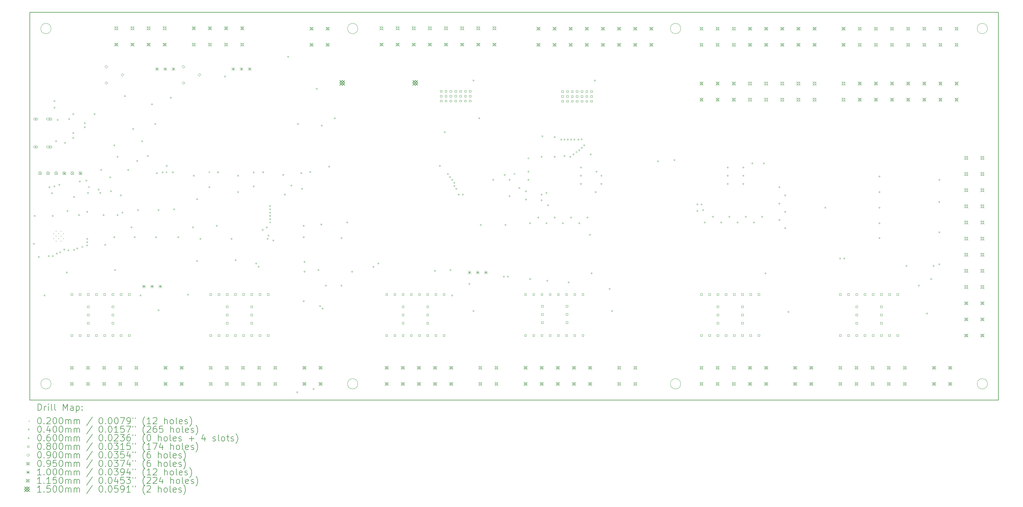
<source format=gbr>
%TF.GenerationSoftware,KiCad,Pcbnew,7.0.10*%
%TF.CreationDate,2024-02-23T22:38:40+01:00*%
%TF.ProjectId,FluidNC,466c7569-644e-4432-9e6b-696361645f70,rev?*%
%TF.SameCoordinates,Original*%
%TF.FileFunction,Drillmap*%
%TF.FilePolarity,Positive*%
%FSLAX45Y45*%
G04 Gerber Fmt 4.5, Leading zero omitted, Abs format (unit mm)*
G04 Created by KiCad (PCBNEW 7.0.10) date 2024-02-23 22:38:40*
%MOMM*%
%LPD*%
G01*
G04 APERTURE LIST*
%ADD10C,0.050000*%
%ADD11C,0.200000*%
%ADD12C,0.100000*%
%ADD13C,0.115000*%
%ADD14C,0.150000*%
G04 APERTURE END LIST*
D10*
X29660000Y-500000D02*
G75*
G03*
X29340000Y-500000I-160000J0D01*
G01*
X29340000Y-500000D02*
G75*
G03*
X29660000Y-500000I160000J0D01*
G01*
X10160000Y-500000D02*
G75*
G03*
X9840000Y-500000I-160000J0D01*
G01*
X9840000Y-500000D02*
G75*
G03*
X10160000Y-500000I160000J0D01*
G01*
X20160000Y-500000D02*
G75*
G03*
X19840000Y-500000I-160000J0D01*
G01*
X19840000Y-500000D02*
G75*
G03*
X20160000Y-500000I160000J0D01*
G01*
D11*
X0Y0D02*
X30000000Y0D01*
X30000000Y-12000000D01*
X0Y-12000000D01*
X0Y0D01*
D10*
X29660000Y-11500000D02*
G75*
G03*
X29340000Y-11500000I-160000J0D01*
G01*
X29340000Y-11500000D02*
G75*
G03*
X29660000Y-11500000I160000J0D01*
G01*
X20160000Y-11500000D02*
G75*
G03*
X19840000Y-11500000I-160000J0D01*
G01*
X19840000Y-11500000D02*
G75*
G03*
X20160000Y-11500000I160000J0D01*
G01*
X660000Y-11500000D02*
G75*
G03*
X340000Y-11500000I-160000J0D01*
G01*
X340000Y-11500000D02*
G75*
G03*
X660000Y-11500000I160000J0D01*
G01*
X660000Y-500000D02*
G75*
G03*
X340000Y-500000I-160000J0D01*
G01*
X340000Y-500000D02*
G75*
G03*
X660000Y-500000I160000J0D01*
G01*
X10160000Y-11500000D02*
G75*
G03*
X9840000Y-11500000I-160000J0D01*
G01*
X9840000Y-11500000D02*
G75*
G03*
X10160000Y-11500000I160000J0D01*
G01*
D11*
D12*
X726500Y-6835250D02*
X746500Y-6855250D01*
X746500Y-6835250D02*
X726500Y-6855250D01*
X726500Y-6987750D02*
X746500Y-7007750D01*
X746500Y-6987750D02*
X726500Y-7007750D01*
X802750Y-6759000D02*
X822750Y-6779000D01*
X822750Y-6759000D02*
X802750Y-6779000D01*
X802750Y-6911500D02*
X822750Y-6931500D01*
X822750Y-6911500D02*
X802750Y-6931500D01*
X802750Y-7064000D02*
X822750Y-7084000D01*
X822750Y-7064000D02*
X802750Y-7084000D01*
X879000Y-6835250D02*
X899000Y-6855250D01*
X899000Y-6835250D02*
X879000Y-6855250D01*
X879000Y-6987750D02*
X899000Y-7007750D01*
X899000Y-6987750D02*
X879000Y-7007750D01*
X955250Y-6759000D02*
X975250Y-6779000D01*
X975250Y-6759000D02*
X955250Y-6779000D01*
X955250Y-6911500D02*
X975250Y-6931500D01*
X975250Y-6911500D02*
X955250Y-6931500D01*
X955250Y-7064000D02*
X975250Y-7084000D01*
X975250Y-7064000D02*
X955250Y-7084000D01*
X1031500Y-6835250D02*
X1051500Y-6855250D01*
X1051500Y-6835250D02*
X1031500Y-6855250D01*
X1031500Y-6987750D02*
X1051500Y-7007750D01*
X1051500Y-6987750D02*
X1031500Y-7007750D01*
X147000Y-7162800D02*
G75*
G03*
X107000Y-7162800I-20000J0D01*
G01*
X107000Y-7162800D02*
G75*
G03*
X147000Y-7162800I20000J0D01*
G01*
X172400Y-6299200D02*
G75*
G03*
X132400Y-6299200I-20000J0D01*
G01*
X132400Y-6299200D02*
G75*
G03*
X172400Y-6299200I20000J0D01*
G01*
X299400Y-7569200D02*
G75*
G03*
X259400Y-7569200I-20000J0D01*
G01*
X259400Y-7569200D02*
G75*
G03*
X299400Y-7569200I20000J0D01*
G01*
X477200Y-8763000D02*
G75*
G03*
X437200Y-8763000I-20000J0D01*
G01*
X437200Y-8763000D02*
G75*
G03*
X477200Y-8763000I20000J0D01*
G01*
X604200Y-7543800D02*
G75*
G03*
X564200Y-7543800I-20000J0D01*
G01*
X564200Y-7543800D02*
G75*
G03*
X604200Y-7543800I20000J0D01*
G01*
X629600Y-5410200D02*
G75*
G03*
X589600Y-5410200I-20000J0D01*
G01*
X589600Y-5410200D02*
G75*
G03*
X629600Y-5410200I20000J0D01*
G01*
X706759Y-5598088D02*
G75*
G03*
X666759Y-5598088I-20000J0D01*
G01*
X666759Y-5598088D02*
G75*
G03*
X706759Y-5598088I20000J0D01*
G01*
X731200Y-6299200D02*
G75*
G03*
X691200Y-6299200I-20000J0D01*
G01*
X691200Y-6299200D02*
G75*
G03*
X731200Y-6299200I20000J0D01*
G01*
X731200Y-7543800D02*
G75*
G03*
X691200Y-7543800I-20000J0D01*
G01*
X691200Y-7543800D02*
G75*
G03*
X731200Y-7543800I20000J0D01*
G01*
X782000Y-5384800D02*
G75*
G03*
X742000Y-5384800I-20000J0D01*
G01*
X742000Y-5384800D02*
G75*
G03*
X782000Y-5384800I20000J0D01*
G01*
X783850Y-2745050D02*
G75*
G03*
X743850Y-2745050I-20000J0D01*
G01*
X743850Y-2745050D02*
G75*
G03*
X783850Y-2745050I20000J0D01*
G01*
X783850Y-2948250D02*
G75*
G03*
X743850Y-2948250I-20000J0D01*
G01*
X743850Y-2948250D02*
G75*
G03*
X783850Y-2948250I20000J0D01*
G01*
X834650Y-3989650D02*
G75*
G03*
X794650Y-3989650I-20000J0D01*
G01*
X794650Y-3989650D02*
G75*
G03*
X834650Y-3989650I20000J0D01*
G01*
X858200Y-7471150D02*
G75*
G03*
X818200Y-7471150I-20000J0D01*
G01*
X818200Y-7471150D02*
G75*
G03*
X858200Y-7471150I20000J0D01*
G01*
X883600Y-3327400D02*
G75*
G03*
X843600Y-3327400I-20000J0D01*
G01*
X843600Y-3327400D02*
G75*
G03*
X883600Y-3327400I20000J0D01*
G01*
X934400Y-5334000D02*
G75*
G03*
X894400Y-5334000I-20000J0D01*
G01*
X894400Y-5334000D02*
G75*
G03*
X934400Y-5334000I20000J0D01*
G01*
X959800Y-7425750D02*
G75*
G03*
X919800Y-7425750I-20000J0D01*
G01*
X919800Y-7425750D02*
G75*
G03*
X959800Y-7425750I20000J0D01*
G01*
X1086800Y-7340600D02*
G75*
G03*
X1046800Y-7340600I-20000J0D01*
G01*
X1046800Y-7340600D02*
G75*
G03*
X1086800Y-7340600I20000J0D01*
G01*
X1112200Y-4038600D02*
G75*
G03*
X1072200Y-4038600I-20000J0D01*
G01*
X1072200Y-4038600D02*
G75*
G03*
X1112200Y-4038600I20000J0D01*
G01*
X1163000Y-8051800D02*
G75*
G03*
X1123000Y-8051800I-20000J0D01*
G01*
X1123000Y-8051800D02*
G75*
G03*
X1163000Y-8051800I20000J0D01*
G01*
X1188400Y-6146800D02*
G75*
G03*
X1148400Y-6146800I-20000J0D01*
G01*
X1148400Y-6146800D02*
G75*
G03*
X1188400Y-6146800I20000J0D01*
G01*
X1213800Y-7366000D02*
G75*
G03*
X1173800Y-7366000I-20000J0D01*
G01*
X1173800Y-7366000D02*
G75*
G03*
X1213800Y-7366000I20000J0D01*
G01*
X1239200Y-3302000D02*
G75*
G03*
X1199200Y-3302000I-20000J0D01*
G01*
X1199200Y-3302000D02*
G75*
G03*
X1239200Y-3302000I20000J0D01*
G01*
X1366200Y-3149600D02*
G75*
G03*
X1326200Y-3149600I-20000J0D01*
G01*
X1326200Y-3149600D02*
G75*
G03*
X1366200Y-3149600I20000J0D01*
G01*
X1366200Y-3733350D02*
G75*
G03*
X1326200Y-3733350I-20000J0D01*
G01*
X1326200Y-3733350D02*
G75*
G03*
X1366200Y-3733350I20000J0D01*
G01*
X1366200Y-3886200D02*
G75*
G03*
X1326200Y-3886200I-20000J0D01*
G01*
X1326200Y-3886200D02*
G75*
G03*
X1366200Y-3886200I20000J0D01*
G01*
X1391600Y-5715000D02*
G75*
G03*
X1351600Y-5715000I-20000J0D01*
G01*
X1351600Y-5715000D02*
G75*
G03*
X1391600Y-5715000I20000J0D01*
G01*
X1391600Y-7353100D02*
G75*
G03*
X1351600Y-7353100I-20000J0D01*
G01*
X1351600Y-7353100D02*
G75*
G03*
X1391600Y-7353100I20000J0D01*
G01*
X1493200Y-7307700D02*
G75*
G03*
X1453200Y-7307700I-20000J0D01*
G01*
X1453200Y-7307700D02*
G75*
G03*
X1493200Y-7307700I20000J0D01*
G01*
X1544000Y-6273800D02*
G75*
G03*
X1504000Y-6273800I-20000J0D01*
G01*
X1504000Y-6273800D02*
G75*
G03*
X1544000Y-6273800I20000J0D01*
G01*
X1569400Y-5232400D02*
G75*
G03*
X1529400Y-5232400I-20000J0D01*
G01*
X1529400Y-5232400D02*
G75*
G03*
X1569400Y-5232400I20000J0D01*
G01*
X1645600Y-7262300D02*
G75*
G03*
X1605600Y-7262300I-20000J0D01*
G01*
X1605600Y-7262300D02*
G75*
G03*
X1645600Y-7262300I20000J0D01*
G01*
X1723650Y-3430850D02*
G75*
G03*
X1683650Y-3430850I-20000J0D01*
G01*
X1683650Y-3430850D02*
G75*
G03*
X1723650Y-3430850I20000J0D01*
G01*
X1723650Y-3557850D02*
G75*
G03*
X1683650Y-3557850I-20000J0D01*
G01*
X1683650Y-3557850D02*
G75*
G03*
X1723650Y-3557850I20000J0D01*
G01*
X1772600Y-5207000D02*
G75*
G03*
X1732600Y-5207000I-20000J0D01*
G01*
X1732600Y-5207000D02*
G75*
G03*
X1772600Y-5207000I20000J0D01*
G01*
X1798000Y-6172200D02*
G75*
G03*
X1758000Y-6172200I-20000J0D01*
G01*
X1758000Y-6172200D02*
G75*
G03*
X1798000Y-6172200I20000J0D01*
G01*
X1798000Y-7010400D02*
G75*
G03*
X1758000Y-7010400I-20000J0D01*
G01*
X1758000Y-7010400D02*
G75*
G03*
X1798000Y-7010400I20000J0D01*
G01*
X1798000Y-7112000D02*
G75*
G03*
X1758000Y-7112000I-20000J0D01*
G01*
X1758000Y-7112000D02*
G75*
G03*
X1798000Y-7112000I20000J0D01*
G01*
X1798000Y-7216900D02*
G75*
G03*
X1758000Y-7216900I-20000J0D01*
G01*
X1758000Y-7216900D02*
G75*
G03*
X1798000Y-7216900I20000J0D01*
G01*
X1823400Y-5588000D02*
G75*
G03*
X1783400Y-5588000I-20000J0D01*
G01*
X1783400Y-5588000D02*
G75*
G03*
X1823400Y-5588000I20000J0D01*
G01*
X1848800Y-5406650D02*
G75*
G03*
X1808800Y-5406650I-20000J0D01*
G01*
X1808800Y-5406650D02*
G75*
G03*
X1848800Y-5406650I20000J0D01*
G01*
X2026600Y-3149600D02*
G75*
G03*
X1986600Y-3149600I-20000J0D01*
G01*
X1986600Y-3149600D02*
G75*
G03*
X2026600Y-3149600I20000J0D01*
G01*
X2153600Y-5486400D02*
G75*
G03*
X2113600Y-5486400I-20000J0D01*
G01*
X2113600Y-5486400D02*
G75*
G03*
X2153600Y-5486400I20000J0D01*
G01*
X2204400Y-5588000D02*
G75*
G03*
X2164400Y-5588000I-20000J0D01*
G01*
X2164400Y-5588000D02*
G75*
G03*
X2204400Y-5588000I20000J0D01*
G01*
X2229800Y-4876800D02*
G75*
G03*
X2189800Y-4876800I-20000J0D01*
G01*
X2189800Y-4876800D02*
G75*
G03*
X2229800Y-4876800I20000J0D01*
G01*
X2306000Y-6273800D02*
G75*
G03*
X2266000Y-6273800I-20000J0D01*
G01*
X2266000Y-6273800D02*
G75*
G03*
X2306000Y-6273800I20000J0D01*
G01*
X2356800Y-7197150D02*
G75*
G03*
X2316800Y-7197150I-20000J0D01*
G01*
X2316800Y-7197150D02*
G75*
G03*
X2356800Y-7197150I20000J0D01*
G01*
X2509200Y-5105400D02*
G75*
G03*
X2469200Y-5105400I-20000J0D01*
G01*
X2469200Y-5105400D02*
G75*
G03*
X2509200Y-5105400I20000J0D01*
G01*
X2534600Y-5537200D02*
G75*
G03*
X2494600Y-5537200I-20000J0D01*
G01*
X2494600Y-5537200D02*
G75*
G03*
X2534600Y-5537200I20000J0D01*
G01*
X2636200Y-4114800D02*
G75*
G03*
X2596200Y-4114800I-20000J0D01*
G01*
X2596200Y-4114800D02*
G75*
G03*
X2636200Y-4114800I20000J0D01*
G01*
X2636200Y-6959600D02*
G75*
G03*
X2596200Y-6959600I-20000J0D01*
G01*
X2596200Y-6959600D02*
G75*
G03*
X2636200Y-6959600I20000J0D01*
G01*
X2661600Y-7975600D02*
G75*
G03*
X2621600Y-7975600I-20000J0D01*
G01*
X2621600Y-7975600D02*
G75*
G03*
X2661600Y-7975600I20000J0D01*
G01*
X2737800Y-4470400D02*
G75*
G03*
X2697800Y-4470400I-20000J0D01*
G01*
X2697800Y-4470400D02*
G75*
G03*
X2737800Y-4470400I20000J0D01*
G01*
X2737800Y-6273800D02*
G75*
G03*
X2697800Y-6273800I-20000J0D01*
G01*
X2697800Y-6273800D02*
G75*
G03*
X2737800Y-6273800I20000J0D01*
G01*
X2839400Y-5664200D02*
G75*
G03*
X2799400Y-5664200I-20000J0D01*
G01*
X2799400Y-5664200D02*
G75*
G03*
X2839400Y-5664200I20000J0D01*
G01*
X2890200Y-6197600D02*
G75*
G03*
X2850200Y-6197600I-20000J0D01*
G01*
X2850200Y-6197600D02*
G75*
G03*
X2890200Y-6197600I20000J0D01*
G01*
X2966400Y-2590800D02*
G75*
G03*
X2926400Y-2590800I-20000J0D01*
G01*
X2926400Y-2590800D02*
G75*
G03*
X2966400Y-2590800I20000J0D01*
G01*
X3068000Y-4876800D02*
G75*
G03*
X3028000Y-4876800I-20000J0D01*
G01*
X3028000Y-4876800D02*
G75*
G03*
X3068000Y-4876800I20000J0D01*
G01*
X3169600Y-6654800D02*
G75*
G03*
X3129600Y-6654800I-20000J0D01*
G01*
X3129600Y-6654800D02*
G75*
G03*
X3169600Y-6654800I20000J0D01*
G01*
X3220400Y-3606800D02*
G75*
G03*
X3180400Y-3606800I-20000J0D01*
G01*
X3180400Y-3606800D02*
G75*
G03*
X3220400Y-3606800I20000J0D01*
G01*
X3271200Y-6959600D02*
G75*
G03*
X3231200Y-6959600I-20000J0D01*
G01*
X3231200Y-6959600D02*
G75*
G03*
X3271200Y-6959600I20000J0D01*
G01*
X3347400Y-4597400D02*
G75*
G03*
X3307400Y-4597400I-20000J0D01*
G01*
X3307400Y-4597400D02*
G75*
G03*
X3347400Y-4597400I20000J0D01*
G01*
X3372800Y-6121400D02*
G75*
G03*
X3332800Y-6121400I-20000J0D01*
G01*
X3332800Y-6121400D02*
G75*
G03*
X3372800Y-6121400I20000J0D01*
G01*
X3449000Y-8763000D02*
G75*
G03*
X3409000Y-8763000I-20000J0D01*
G01*
X3409000Y-8763000D02*
G75*
G03*
X3449000Y-8763000I20000J0D01*
G01*
X3499800Y-3987800D02*
G75*
G03*
X3459800Y-3987800I-20000J0D01*
G01*
X3459800Y-3987800D02*
G75*
G03*
X3499800Y-3987800I20000J0D01*
G01*
X3677600Y-4445000D02*
G75*
G03*
X3637600Y-4445000I-20000J0D01*
G01*
X3637600Y-4445000D02*
G75*
G03*
X3677600Y-4445000I20000J0D01*
G01*
X3804600Y-2844800D02*
G75*
G03*
X3764600Y-2844800I-20000J0D01*
G01*
X3764600Y-2844800D02*
G75*
G03*
X3804600Y-2844800I20000J0D01*
G01*
X3906200Y-3454400D02*
G75*
G03*
X3866200Y-3454400I-20000J0D01*
G01*
X3866200Y-3454400D02*
G75*
G03*
X3906200Y-3454400I20000J0D01*
G01*
X3931600Y-6959600D02*
G75*
G03*
X3891600Y-6959600I-20000J0D01*
G01*
X3891600Y-6959600D02*
G75*
G03*
X3931600Y-6959600I20000J0D01*
G01*
X3957000Y-4978400D02*
G75*
G03*
X3917000Y-4978400I-20000J0D01*
G01*
X3917000Y-4978400D02*
G75*
G03*
X3957000Y-4978400I20000J0D01*
G01*
X4007800Y-6121400D02*
G75*
G03*
X3967800Y-6121400I-20000J0D01*
G01*
X3967800Y-6121400D02*
G75*
G03*
X4007800Y-6121400I20000J0D01*
G01*
X4007800Y-9220200D02*
G75*
G03*
X3967800Y-9220200I-20000J0D01*
G01*
X3967800Y-9220200D02*
G75*
G03*
X4007800Y-9220200I20000J0D01*
G01*
X4134800Y-4953000D02*
G75*
G03*
X4094800Y-4953000I-20000J0D01*
G01*
X4094800Y-4953000D02*
G75*
G03*
X4134800Y-4953000I20000J0D01*
G01*
X4252850Y-4949450D02*
G75*
G03*
X4212850Y-4949450I-20000J0D01*
G01*
X4212850Y-4949450D02*
G75*
G03*
X4252850Y-4949450I20000J0D01*
G01*
X4261800Y-4749800D02*
G75*
G03*
X4221800Y-4749800I-20000J0D01*
G01*
X4221800Y-4749800D02*
G75*
G03*
X4261800Y-4749800I20000J0D01*
G01*
X4388800Y-2641600D02*
G75*
G03*
X4348800Y-2641600I-20000J0D01*
G01*
X4348800Y-2641600D02*
G75*
G03*
X4388800Y-2641600I20000J0D01*
G01*
X4452300Y-4949250D02*
G75*
G03*
X4412300Y-4949250I-20000J0D01*
G01*
X4412300Y-4949250D02*
G75*
G03*
X4452300Y-4949250I20000J0D01*
G01*
X4490400Y-6096000D02*
G75*
G03*
X4450400Y-6096000I-20000J0D01*
G01*
X4450400Y-6096000D02*
G75*
G03*
X4490400Y-6096000I20000J0D01*
G01*
X4617400Y-6959600D02*
G75*
G03*
X4577400Y-6959600I-20000J0D01*
G01*
X4577400Y-6959600D02*
G75*
G03*
X4617400Y-6959600I20000J0D01*
G01*
X4922200Y-8737600D02*
G75*
G03*
X4882200Y-8737600I-20000J0D01*
G01*
X4882200Y-8737600D02*
G75*
G03*
X4922200Y-8737600I20000J0D01*
G01*
X5074600Y-6654800D02*
G75*
G03*
X5034600Y-6654800I-20000J0D01*
G01*
X5034600Y-6654800D02*
G75*
G03*
X5074600Y-6654800I20000J0D01*
G01*
X5100000Y-5054600D02*
G75*
G03*
X5060000Y-5054600I-20000J0D01*
G01*
X5060000Y-5054600D02*
G75*
G03*
X5100000Y-5054600I20000J0D01*
G01*
X5201600Y-5786250D02*
G75*
G03*
X5161600Y-5786250I-20000J0D01*
G01*
X5161600Y-5786250D02*
G75*
G03*
X5201600Y-5786250I20000J0D01*
G01*
X5201600Y-7696200D02*
G75*
G03*
X5161600Y-7696200I-20000J0D01*
G01*
X5161600Y-7696200D02*
G75*
G03*
X5201600Y-7696200I20000J0D01*
G01*
X5303200Y-7010400D02*
G75*
G03*
X5263200Y-7010400I-20000J0D01*
G01*
X5263200Y-7010400D02*
G75*
G03*
X5303200Y-7010400I20000J0D01*
G01*
X5582600Y-4949250D02*
G75*
G03*
X5542600Y-4949250I-20000J0D01*
G01*
X5542600Y-4949250D02*
G75*
G03*
X5582600Y-4949250I20000J0D01*
G01*
X5582600Y-5410200D02*
G75*
G03*
X5542600Y-5410200I-20000J0D01*
G01*
X5542600Y-5410200D02*
G75*
G03*
X5582600Y-5410200I20000J0D01*
G01*
X5811200Y-6604000D02*
G75*
G03*
X5771200Y-6604000I-20000J0D01*
G01*
X5771200Y-6604000D02*
G75*
G03*
X5811200Y-6604000I20000J0D01*
G01*
X5849300Y-4949250D02*
G75*
G03*
X5809300Y-4949250I-20000J0D01*
G01*
X5809300Y-4949250D02*
G75*
G03*
X5849300Y-4949250I20000J0D01*
G01*
X6065200Y-1981200D02*
G75*
G03*
X6025200Y-1981200I-20000J0D01*
G01*
X6025200Y-1981200D02*
G75*
G03*
X6065200Y-1981200I20000J0D01*
G01*
X6268400Y-7010400D02*
G75*
G03*
X6228400Y-7010400I-20000J0D01*
G01*
X6228400Y-7010400D02*
G75*
G03*
X6268400Y-7010400I20000J0D01*
G01*
X6395400Y-7670800D02*
G75*
G03*
X6355400Y-7670800I-20000J0D01*
G01*
X6355400Y-7670800D02*
G75*
G03*
X6395400Y-7670800I20000J0D01*
G01*
X6471600Y-5054600D02*
G75*
G03*
X6431600Y-5054600I-20000J0D01*
G01*
X6431600Y-5054600D02*
G75*
G03*
X6471600Y-5054600I20000J0D01*
G01*
X6471600Y-5562600D02*
G75*
G03*
X6431600Y-5562600I-20000J0D01*
G01*
X6431600Y-5562600D02*
G75*
G03*
X6471600Y-5562600I20000J0D01*
G01*
X6954200Y-4953000D02*
G75*
G03*
X6914200Y-4953000I-20000J0D01*
G01*
X6914200Y-4953000D02*
G75*
G03*
X6954200Y-4953000I20000J0D01*
G01*
X6954200Y-5384800D02*
G75*
G03*
X6914200Y-5384800I-20000J0D01*
G01*
X6914200Y-5384800D02*
G75*
G03*
X6954200Y-5384800I20000J0D01*
G01*
X7030400Y-7772400D02*
G75*
G03*
X6990400Y-7772400I-20000J0D01*
G01*
X6990400Y-7772400D02*
G75*
G03*
X7030400Y-7772400I20000J0D01*
G01*
X7106600Y-7874000D02*
G75*
G03*
X7066600Y-7874000I-20000J0D01*
G01*
X7066600Y-7874000D02*
G75*
G03*
X7106600Y-7874000I20000J0D01*
G01*
X7233600Y-6731000D02*
G75*
G03*
X7193600Y-6731000I-20000J0D01*
G01*
X7193600Y-6731000D02*
G75*
G03*
X7233600Y-6731000I20000J0D01*
G01*
X7246300Y-4949250D02*
G75*
G03*
X7206300Y-4949250I-20000J0D01*
G01*
X7206300Y-4949250D02*
G75*
G03*
X7246300Y-4949250I20000J0D01*
G01*
X7360600Y-6654800D02*
G75*
G03*
X7320600Y-6654800I-20000J0D01*
G01*
X7320600Y-6654800D02*
G75*
G03*
X7360600Y-6654800I20000J0D01*
G01*
X7386000Y-7010400D02*
G75*
G03*
X7346000Y-7010400I-20000J0D01*
G01*
X7346000Y-7010400D02*
G75*
G03*
X7386000Y-7010400I20000J0D01*
G01*
X7411400Y-6908800D02*
G75*
G03*
X7371400Y-6908800I-20000J0D01*
G01*
X7371400Y-6908800D02*
G75*
G03*
X7411400Y-6908800I20000J0D01*
G01*
X7462200Y-5994400D02*
G75*
G03*
X7422200Y-5994400I-20000J0D01*
G01*
X7422200Y-5994400D02*
G75*
G03*
X7462200Y-5994400I20000J0D01*
G01*
X7462200Y-6096000D02*
G75*
G03*
X7422200Y-6096000I-20000J0D01*
G01*
X7422200Y-6096000D02*
G75*
G03*
X7462200Y-6096000I20000J0D01*
G01*
X7462200Y-6197600D02*
G75*
G03*
X7422200Y-6197600I-20000J0D01*
G01*
X7422200Y-6197600D02*
G75*
G03*
X7462200Y-6197600I20000J0D01*
G01*
X7462200Y-6299200D02*
G75*
G03*
X7422200Y-6299200I-20000J0D01*
G01*
X7422200Y-6299200D02*
G75*
G03*
X7462200Y-6299200I20000J0D01*
G01*
X7462200Y-6400800D02*
G75*
G03*
X7422200Y-6400800I-20000J0D01*
G01*
X7422200Y-6400800D02*
G75*
G03*
X7462200Y-6400800I20000J0D01*
G01*
X7462200Y-6500750D02*
G75*
G03*
X7422200Y-6500750I-20000J0D01*
G01*
X7422200Y-6500750D02*
G75*
G03*
X7462200Y-6500750I20000J0D01*
G01*
X7563800Y-7060950D02*
G75*
G03*
X7523800Y-7060950I-20000J0D01*
G01*
X7523800Y-7060950D02*
G75*
G03*
X7563800Y-7060950I20000J0D01*
G01*
X7868600Y-5029200D02*
G75*
G03*
X7828600Y-5029200I-20000J0D01*
G01*
X7828600Y-5029200D02*
G75*
G03*
X7868600Y-5029200I20000J0D01*
G01*
X7919400Y-5638800D02*
G75*
G03*
X7879400Y-5638800I-20000J0D01*
G01*
X7879400Y-5638800D02*
G75*
G03*
X7919400Y-5638800I20000J0D01*
G01*
X8021000Y-1371600D02*
G75*
G03*
X7981000Y-1371600I-20000J0D01*
G01*
X7981000Y-1371600D02*
G75*
G03*
X8021000Y-1371600I20000J0D01*
G01*
X8122600Y-5359400D02*
G75*
G03*
X8082600Y-5359400I-20000J0D01*
G01*
X8082600Y-5359400D02*
G75*
G03*
X8122600Y-5359400I20000J0D01*
G01*
X8300400Y-11760200D02*
G75*
G03*
X8260400Y-11760200I-20000J0D01*
G01*
X8260400Y-11760200D02*
G75*
G03*
X8300400Y-11760200I20000J0D01*
G01*
X8325800Y-3454400D02*
G75*
G03*
X8285800Y-3454400I-20000J0D01*
G01*
X8285800Y-3454400D02*
G75*
G03*
X8325800Y-3454400I20000J0D01*
G01*
X8427400Y-4978400D02*
G75*
G03*
X8387400Y-4978400I-20000J0D01*
G01*
X8387400Y-4978400D02*
G75*
G03*
X8427400Y-4978400I20000J0D01*
G01*
X8452800Y-5461000D02*
G75*
G03*
X8412800Y-5461000I-20000J0D01*
G01*
X8412800Y-5461000D02*
G75*
G03*
X8452800Y-5461000I20000J0D01*
G01*
X8503600Y-6604000D02*
G75*
G03*
X8463600Y-6604000I-20000J0D01*
G01*
X8463600Y-6604000D02*
G75*
G03*
X8503600Y-6604000I20000J0D01*
G01*
X8503600Y-6959600D02*
G75*
G03*
X8463600Y-6959600I-20000J0D01*
G01*
X8463600Y-6959600D02*
G75*
G03*
X8503600Y-6959600I20000J0D01*
G01*
X8503600Y-8940800D02*
G75*
G03*
X8463600Y-8940800I-20000J0D01*
G01*
X8463600Y-8940800D02*
G75*
G03*
X8503600Y-8940800I20000J0D01*
G01*
X8529000Y-7721600D02*
G75*
G03*
X8489000Y-7721600I-20000J0D01*
G01*
X8489000Y-7721600D02*
G75*
G03*
X8529000Y-7721600I20000J0D01*
G01*
X8529000Y-8026400D02*
G75*
G03*
X8489000Y-8026400I-20000J0D01*
G01*
X8489000Y-8026400D02*
G75*
G03*
X8529000Y-8026400I20000J0D01*
G01*
X8706800Y-4940300D02*
G75*
G03*
X8666800Y-4940300I-20000J0D01*
G01*
X8666800Y-4940300D02*
G75*
G03*
X8706800Y-4940300I20000J0D01*
G01*
X8808400Y-11658600D02*
G75*
G03*
X8768400Y-11658600I-20000J0D01*
G01*
X8768400Y-11658600D02*
G75*
G03*
X8808400Y-11658600I20000J0D01*
G01*
X8910000Y-2362200D02*
G75*
G03*
X8870000Y-2362200I-20000J0D01*
G01*
X8870000Y-2362200D02*
G75*
G03*
X8910000Y-2362200I20000J0D01*
G01*
X8960800Y-7975600D02*
G75*
G03*
X8920800Y-7975600I-20000J0D01*
G01*
X8920800Y-7975600D02*
G75*
G03*
X8960800Y-7975600I20000J0D01*
G01*
X9011600Y-9093200D02*
G75*
G03*
X8971600Y-9093200I-20000J0D01*
G01*
X8971600Y-9093200D02*
G75*
G03*
X9011600Y-9093200I20000J0D01*
G01*
X9049700Y-6565900D02*
G75*
G03*
X9009700Y-6565900I-20000J0D01*
G01*
X9009700Y-6565900D02*
G75*
G03*
X9049700Y-6565900I20000J0D01*
G01*
X9062400Y-3505200D02*
G75*
G03*
X9022400Y-3505200I-20000J0D01*
G01*
X9022400Y-3505200D02*
G75*
G03*
X9062400Y-3505200I20000J0D01*
G01*
X9087800Y-9169400D02*
G75*
G03*
X9047800Y-9169400I-20000J0D01*
G01*
X9047800Y-9169400D02*
G75*
G03*
X9087800Y-9169400I20000J0D01*
G01*
X9189400Y-8458200D02*
G75*
G03*
X9149400Y-8458200I-20000J0D01*
G01*
X9149400Y-8458200D02*
G75*
G03*
X9189400Y-8458200I20000J0D01*
G01*
X9291000Y-4775200D02*
G75*
G03*
X9251000Y-4775200I-20000J0D01*
G01*
X9251000Y-4775200D02*
G75*
G03*
X9291000Y-4775200I20000J0D01*
G01*
X9468800Y-3276600D02*
G75*
G03*
X9428800Y-3276600I-20000J0D01*
G01*
X9428800Y-3276600D02*
G75*
G03*
X9468800Y-3276600I20000J0D01*
G01*
X9672000Y-6985000D02*
G75*
G03*
X9632000Y-6985000I-20000J0D01*
G01*
X9632000Y-6985000D02*
G75*
G03*
X9672000Y-6985000I20000J0D01*
G01*
X9672000Y-8458200D02*
G75*
G03*
X9632000Y-8458200I-20000J0D01*
G01*
X9632000Y-8458200D02*
G75*
G03*
X9672000Y-8458200I20000J0D01*
G01*
X9849800Y-6502400D02*
G75*
G03*
X9809800Y-6502400I-20000J0D01*
G01*
X9809800Y-6502400D02*
G75*
G03*
X9849800Y-6502400I20000J0D01*
G01*
X10002200Y-8026400D02*
G75*
G03*
X9962200Y-8026400I-20000J0D01*
G01*
X9962200Y-8026400D02*
G75*
G03*
X10002200Y-8026400I20000J0D01*
G01*
X10662600Y-7874000D02*
G75*
G03*
X10622600Y-7874000I-20000J0D01*
G01*
X10622600Y-7874000D02*
G75*
G03*
X10662600Y-7874000I20000J0D01*
G01*
X10815000Y-7772400D02*
G75*
G03*
X10775000Y-7772400I-20000J0D01*
G01*
X10775000Y-7772400D02*
G75*
G03*
X10815000Y-7772400I20000J0D01*
G01*
X12567600Y-8001000D02*
G75*
G03*
X12527600Y-8001000I-20000J0D01*
G01*
X12527600Y-8001000D02*
G75*
G03*
X12567600Y-8001000I20000J0D01*
G01*
X12720000Y-4749800D02*
G75*
G03*
X12680000Y-4749800I-20000J0D01*
G01*
X12680000Y-4749800D02*
G75*
G03*
X12720000Y-4749800I20000J0D01*
G01*
X12872400Y-3708400D02*
G75*
G03*
X12832400Y-3708400I-20000J0D01*
G01*
X12832400Y-3708400D02*
G75*
G03*
X12872400Y-3708400I20000J0D01*
G01*
X12969710Y-5003800D02*
G75*
G03*
X12929710Y-5003800I-20000J0D01*
G01*
X12929710Y-5003800D02*
G75*
G03*
X12969710Y-5003800I20000J0D01*
G01*
X13034710Y-5097787D02*
G75*
G03*
X12994710Y-5097787I-20000J0D01*
G01*
X12994710Y-5097787D02*
G75*
G03*
X13034710Y-5097787I20000J0D01*
G01*
X13050200Y-7975600D02*
G75*
G03*
X13010200Y-7975600I-20000J0D01*
G01*
X13010200Y-7975600D02*
G75*
G03*
X13050200Y-7975600I20000J0D01*
G01*
X13099710Y-5181600D02*
G75*
G03*
X13059710Y-5181600I-20000J0D01*
G01*
X13059710Y-5181600D02*
G75*
G03*
X13099710Y-5181600I20000J0D01*
G01*
X13101000Y-8763000D02*
G75*
G03*
X13061000Y-8763000I-20000J0D01*
G01*
X13061000Y-8763000D02*
G75*
G03*
X13101000Y-8763000I20000J0D01*
G01*
X13166415Y-5277645D02*
G75*
G03*
X13126415Y-5277645I-20000J0D01*
G01*
X13126415Y-5277645D02*
G75*
G03*
X13166415Y-5277645I20000J0D01*
G01*
X13172558Y-5377836D02*
G75*
G03*
X13132558Y-5377836I-20000J0D01*
G01*
X13132558Y-5377836D02*
G75*
G03*
X13172558Y-5377836I20000J0D01*
G01*
X13228000Y-5461000D02*
G75*
G03*
X13188000Y-5461000I-20000J0D01*
G01*
X13188000Y-5461000D02*
G75*
G03*
X13228000Y-5461000I20000J0D01*
G01*
X13304200Y-5638800D02*
G75*
G03*
X13264200Y-5638800I-20000J0D01*
G01*
X13264200Y-5638800D02*
G75*
G03*
X13304200Y-5638800I20000J0D01*
G01*
X13431200Y-5638800D02*
G75*
G03*
X13391200Y-5638800I-20000J0D01*
G01*
X13391200Y-5638800D02*
G75*
G03*
X13431200Y-5638800I20000J0D01*
G01*
X13634400Y-8406390D02*
G75*
G03*
X13594400Y-8406390I-20000J0D01*
G01*
X13594400Y-8406390D02*
G75*
G03*
X13634400Y-8406390I20000J0D01*
G01*
X13761400Y-2108200D02*
G75*
G03*
X13721400Y-2108200I-20000J0D01*
G01*
X13721400Y-2108200D02*
G75*
G03*
X13761400Y-2108200I20000J0D01*
G01*
X13761400Y-9245600D02*
G75*
G03*
X13721400Y-9245600I-20000J0D01*
G01*
X13721400Y-9245600D02*
G75*
G03*
X13761400Y-9245600I20000J0D01*
G01*
X13939200Y-3276600D02*
G75*
G03*
X13899200Y-3276600I-20000J0D01*
G01*
X13899200Y-3276600D02*
G75*
G03*
X13939200Y-3276600I20000J0D01*
G01*
X13990000Y-6578600D02*
G75*
G03*
X13950000Y-6578600I-20000J0D01*
G01*
X13950000Y-6578600D02*
G75*
G03*
X13990000Y-6578600I20000J0D01*
G01*
X14371000Y-5181600D02*
G75*
G03*
X14331000Y-5181600I-20000J0D01*
G01*
X14331000Y-5181600D02*
G75*
G03*
X14371000Y-5181600I20000J0D01*
G01*
X14701200Y-8178800D02*
G75*
G03*
X14661200Y-8178800I-20000J0D01*
G01*
X14661200Y-8178800D02*
G75*
G03*
X14701200Y-8178800I20000J0D01*
G01*
X14726600Y-5029200D02*
G75*
G03*
X14686600Y-5029200I-20000J0D01*
G01*
X14686600Y-5029200D02*
G75*
G03*
X14726600Y-5029200I20000J0D01*
G01*
X14752000Y-6578600D02*
G75*
G03*
X14712000Y-6578600I-20000J0D01*
G01*
X14712000Y-6578600D02*
G75*
G03*
X14752000Y-6578600I20000J0D01*
G01*
X14828200Y-8178800D02*
G75*
G03*
X14788200Y-8178800I-20000J0D01*
G01*
X14788200Y-8178800D02*
G75*
G03*
X14828200Y-8178800I20000J0D01*
G01*
X14879000Y-5181600D02*
G75*
G03*
X14839000Y-5181600I-20000J0D01*
G01*
X14839000Y-5181600D02*
G75*
G03*
X14879000Y-5181600I20000J0D01*
G01*
X14879000Y-5689600D02*
G75*
G03*
X14839000Y-5689600I-20000J0D01*
G01*
X14839000Y-5689600D02*
G75*
G03*
X14879000Y-5689600I20000J0D01*
G01*
X15031400Y-5000300D02*
G75*
G03*
X14991400Y-5000300I-20000J0D01*
G01*
X14991400Y-5000300D02*
G75*
G03*
X15031400Y-5000300I20000J0D01*
G01*
X15183800Y-5435600D02*
G75*
G03*
X15143800Y-5435600I-20000J0D01*
G01*
X15143800Y-5435600D02*
G75*
G03*
X15183800Y-5435600I20000J0D01*
G01*
X15387000Y-5537200D02*
G75*
G03*
X15347000Y-5537200I-20000J0D01*
G01*
X15347000Y-5537200D02*
G75*
G03*
X15387000Y-5537200I20000J0D01*
G01*
X15387000Y-5791200D02*
G75*
G03*
X15347000Y-5791200I-20000J0D01*
G01*
X15347000Y-5791200D02*
G75*
G03*
X15387000Y-5791200I20000J0D01*
G01*
X15463200Y-4519050D02*
G75*
G03*
X15423200Y-4519050I-20000J0D01*
G01*
X15423200Y-4519050D02*
G75*
G03*
X15463200Y-4519050I20000J0D01*
G01*
X15463200Y-4927600D02*
G75*
G03*
X15423200Y-4927600I-20000J0D01*
G01*
X15423200Y-4927600D02*
G75*
G03*
X15463200Y-4927600I20000J0D01*
G01*
X15463200Y-5181600D02*
G75*
G03*
X15423200Y-5181600I-20000J0D01*
G01*
X15423200Y-5181600D02*
G75*
G03*
X15463200Y-5181600I20000J0D01*
G01*
X15514000Y-6527800D02*
G75*
G03*
X15474000Y-6527800I-20000J0D01*
G01*
X15474000Y-6527800D02*
G75*
G03*
X15514000Y-6527800I20000J0D01*
G01*
X15518000Y-8255960D02*
G75*
G03*
X15478000Y-8255960I-20000J0D01*
G01*
X15478000Y-8255960D02*
G75*
G03*
X15518000Y-8255960I20000J0D01*
G01*
X15768000Y-6350000D02*
G75*
G03*
X15728000Y-6350000I-20000J0D01*
G01*
X15728000Y-6350000D02*
G75*
G03*
X15768000Y-6350000I20000J0D01*
G01*
X15869600Y-4470400D02*
G75*
G03*
X15829600Y-4470400I-20000J0D01*
G01*
X15829600Y-4470400D02*
G75*
G03*
X15869600Y-4470400I20000J0D01*
G01*
X15869600Y-5638800D02*
G75*
G03*
X15829600Y-5638800I-20000J0D01*
G01*
X15829600Y-5638800D02*
G75*
G03*
X15869600Y-5638800I20000J0D01*
G01*
X15869600Y-5816600D02*
G75*
G03*
X15829600Y-5816600I-20000J0D01*
G01*
X15829600Y-5816600D02*
G75*
G03*
X15869600Y-5816600I20000J0D01*
G01*
X15895000Y-3835400D02*
G75*
G03*
X15855000Y-3835400I-20000J0D01*
G01*
X15855000Y-3835400D02*
G75*
G03*
X15895000Y-3835400I20000J0D01*
G01*
X16022000Y-5588000D02*
G75*
G03*
X15982000Y-5588000I-20000J0D01*
G01*
X15982000Y-5588000D02*
G75*
G03*
X16022000Y-5588000I20000J0D01*
G01*
X16022000Y-6527800D02*
G75*
G03*
X15982000Y-6527800I-20000J0D01*
G01*
X15982000Y-6527800D02*
G75*
G03*
X16022000Y-6527800I20000J0D01*
G01*
X16047400Y-8305800D02*
G75*
G03*
X16007400Y-8305800I-20000J0D01*
G01*
X16007400Y-8305800D02*
G75*
G03*
X16047400Y-8305800I20000J0D01*
G01*
X16072800Y-5969000D02*
G75*
G03*
X16032800Y-5969000I-20000J0D01*
G01*
X16032800Y-5969000D02*
G75*
G03*
X16072800Y-5969000I20000J0D01*
G01*
X16276000Y-3860800D02*
G75*
G03*
X16236000Y-3860800I-20000J0D01*
G01*
X16236000Y-3860800D02*
G75*
G03*
X16276000Y-3860800I20000J0D01*
G01*
X16276000Y-4473650D02*
G75*
G03*
X16236000Y-4473650I-20000J0D01*
G01*
X16236000Y-4473650D02*
G75*
G03*
X16276000Y-4473650I20000J0D01*
G01*
X16276000Y-6350000D02*
G75*
G03*
X16236000Y-6350000I-20000J0D01*
G01*
X16236000Y-6350000D02*
G75*
G03*
X16276000Y-6350000I20000J0D01*
G01*
X16479200Y-3937000D02*
G75*
G03*
X16439200Y-3937000I-20000J0D01*
G01*
X16439200Y-3937000D02*
G75*
G03*
X16479200Y-3937000I20000J0D01*
G01*
X16530000Y-6527800D02*
G75*
G03*
X16490000Y-6527800I-20000J0D01*
G01*
X16490000Y-6527800D02*
G75*
G03*
X16530000Y-6527800I20000J0D01*
G01*
X16580800Y-3938010D02*
G75*
G03*
X16540800Y-3938010I-20000J0D01*
G01*
X16540800Y-3938010D02*
G75*
G03*
X16580800Y-3938010I20000J0D01*
G01*
X16580800Y-4445000D02*
G75*
G03*
X16540800Y-4445000I-20000J0D01*
G01*
X16540800Y-4445000D02*
G75*
G03*
X16580800Y-4445000I20000J0D01*
G01*
X16682400Y-3938010D02*
G75*
G03*
X16642400Y-3938010I-20000J0D01*
G01*
X16642400Y-3938010D02*
G75*
G03*
X16682400Y-3938010I20000J0D01*
G01*
X16707800Y-8356600D02*
G75*
G03*
X16667800Y-8356600I-20000J0D01*
G01*
X16667800Y-8356600D02*
G75*
G03*
X16707800Y-8356600I20000J0D01*
G01*
X16758600Y-4470400D02*
G75*
G03*
X16718600Y-4470400I-20000J0D01*
G01*
X16718600Y-4470400D02*
G75*
G03*
X16758600Y-4470400I20000J0D01*
G01*
X16784000Y-3938010D02*
G75*
G03*
X16744000Y-3938010I-20000J0D01*
G01*
X16744000Y-3938010D02*
G75*
G03*
X16784000Y-3938010I20000J0D01*
G01*
X16784000Y-6350000D02*
G75*
G03*
X16744000Y-6350000I-20000J0D01*
G01*
X16744000Y-6350000D02*
G75*
G03*
X16784000Y-6350000I20000J0D01*
G01*
X16860200Y-4394200D02*
G75*
G03*
X16820200Y-4394200I-20000J0D01*
G01*
X16820200Y-4394200D02*
G75*
G03*
X16860200Y-4394200I20000J0D01*
G01*
X16885600Y-3938010D02*
G75*
G03*
X16845600Y-3938010I-20000J0D01*
G01*
X16845600Y-3938010D02*
G75*
G03*
X16885600Y-3938010I20000J0D01*
G01*
X16954836Y-4322642D02*
G75*
G03*
X16914836Y-4322642I-20000J0D01*
G01*
X16914836Y-4322642D02*
G75*
G03*
X16954836Y-4322642I20000J0D01*
G01*
X17012600Y-3937000D02*
G75*
G03*
X16972600Y-3937000I-20000J0D01*
G01*
X16972600Y-3937000D02*
G75*
G03*
X17012600Y-3937000I20000J0D01*
G01*
X17038000Y-4267200D02*
G75*
G03*
X16998000Y-4267200I-20000J0D01*
G01*
X16998000Y-4267200D02*
G75*
G03*
X17038000Y-4267200I20000J0D01*
G01*
X17038000Y-6527800D02*
G75*
G03*
X16998000Y-6527800I-20000J0D01*
G01*
X16998000Y-6527800D02*
G75*
G03*
X17038000Y-6527800I20000J0D01*
G01*
X17088800Y-4800600D02*
G75*
G03*
X17048800Y-4800600I-20000J0D01*
G01*
X17048800Y-4800600D02*
G75*
G03*
X17088800Y-4800600I20000J0D01*
G01*
X17088800Y-5054600D02*
G75*
G03*
X17048800Y-5054600I-20000J0D01*
G01*
X17048800Y-5054600D02*
G75*
G03*
X17088800Y-5054600I20000J0D01*
G01*
X17088800Y-5308600D02*
G75*
G03*
X17048800Y-5308600I-20000J0D01*
G01*
X17048800Y-5308600D02*
G75*
G03*
X17088800Y-5308600I20000J0D01*
G01*
X17114200Y-4191000D02*
G75*
G03*
X17074200Y-4191000I-20000J0D01*
G01*
X17074200Y-4191000D02*
G75*
G03*
X17114200Y-4191000I20000J0D01*
G01*
X17114888Y-3931578D02*
G75*
G03*
X17074888Y-3931578I-20000J0D01*
G01*
X17074888Y-3931578D02*
G75*
G03*
X17114888Y-3931578I20000J0D01*
G01*
X17190400Y-4114800D02*
G75*
G03*
X17150400Y-4114800I-20000J0D01*
G01*
X17150400Y-4114800D02*
G75*
G03*
X17190400Y-4114800I20000J0D01*
G01*
X17292000Y-6350000D02*
G75*
G03*
X17252000Y-6350000I-20000J0D01*
G01*
X17252000Y-6350000D02*
G75*
G03*
X17292000Y-6350000I20000J0D01*
G01*
X17368200Y-6883400D02*
G75*
G03*
X17328200Y-6883400I-20000J0D01*
G01*
X17328200Y-6883400D02*
G75*
G03*
X17368200Y-6883400I20000J0D01*
G01*
X17393600Y-4394200D02*
G75*
G03*
X17353600Y-4394200I-20000J0D01*
G01*
X17353600Y-4394200D02*
G75*
G03*
X17393600Y-4394200I20000J0D01*
G01*
X17419000Y-8077200D02*
G75*
G03*
X17379000Y-8077200I-20000J0D01*
G01*
X17379000Y-8077200D02*
G75*
G03*
X17419000Y-8077200I20000J0D01*
G01*
X17520600Y-2108200D02*
G75*
G03*
X17480600Y-2108200I-20000J0D01*
G01*
X17480600Y-2108200D02*
G75*
G03*
X17520600Y-2108200I20000J0D01*
G01*
X17546000Y-5562600D02*
G75*
G03*
X17506000Y-5562600I-20000J0D01*
G01*
X17506000Y-5562600D02*
G75*
G03*
X17546000Y-5562600I20000J0D01*
G01*
X17571400Y-4927600D02*
G75*
G03*
X17531400Y-4927600I-20000J0D01*
G01*
X17531400Y-4927600D02*
G75*
G03*
X17571400Y-4927600I20000J0D01*
G01*
X17723800Y-5054600D02*
G75*
G03*
X17683800Y-5054600I-20000J0D01*
G01*
X17683800Y-5054600D02*
G75*
G03*
X17723800Y-5054600I20000J0D01*
G01*
X17723800Y-5308600D02*
G75*
G03*
X17683800Y-5308600I-20000J0D01*
G01*
X17683800Y-5308600D02*
G75*
G03*
X17723800Y-5308600I20000J0D01*
G01*
X17977800Y-8559800D02*
G75*
G03*
X17937800Y-8559800I-20000J0D01*
G01*
X17937800Y-8559800D02*
G75*
G03*
X17977800Y-8559800I20000J0D01*
G01*
X18054000Y-9245600D02*
G75*
G03*
X18014000Y-9245600I-20000J0D01*
G01*
X18014000Y-9245600D02*
G75*
G03*
X18054000Y-9245600I20000J0D01*
G01*
X19476400Y-4609850D02*
G75*
G03*
X19436400Y-4609850I-20000J0D01*
G01*
X19436400Y-4609850D02*
G75*
G03*
X19476400Y-4609850I20000J0D01*
G01*
X19984400Y-4572000D02*
G75*
G03*
X19944400Y-4572000I-20000J0D01*
G01*
X19944400Y-4572000D02*
G75*
G03*
X19984400Y-4572000I20000J0D01*
G01*
X20695600Y-5943600D02*
G75*
G03*
X20655600Y-5943600I-20000J0D01*
G01*
X20655600Y-5943600D02*
G75*
G03*
X20695600Y-5943600I20000J0D01*
G01*
X20695600Y-6146800D02*
G75*
G03*
X20655600Y-6146800I-20000J0D01*
G01*
X20655600Y-6146800D02*
G75*
G03*
X20695600Y-6146800I20000J0D01*
G01*
X20822600Y-5943600D02*
G75*
G03*
X20782600Y-5943600I-20000J0D01*
G01*
X20782600Y-5943600D02*
G75*
G03*
X20822600Y-5943600I20000J0D01*
G01*
X20873400Y-6121400D02*
G75*
G03*
X20833400Y-6121400I-20000J0D01*
G01*
X20833400Y-6121400D02*
G75*
G03*
X20873400Y-6121400I20000J0D01*
G01*
X20924200Y-6502400D02*
G75*
G03*
X20884200Y-6502400I-20000J0D01*
G01*
X20884200Y-6502400D02*
G75*
G03*
X20924200Y-6502400I20000J0D01*
G01*
X21178200Y-6324600D02*
G75*
G03*
X21138200Y-6324600I-20000J0D01*
G01*
X21138200Y-6324600D02*
G75*
G03*
X21178200Y-6324600I20000J0D01*
G01*
X21432200Y-6502400D02*
G75*
G03*
X21392200Y-6502400I-20000J0D01*
G01*
X21392200Y-6502400D02*
G75*
G03*
X21432200Y-6502400I20000J0D01*
G01*
X21635400Y-4800600D02*
G75*
G03*
X21595400Y-4800600I-20000J0D01*
G01*
X21595400Y-4800600D02*
G75*
G03*
X21635400Y-4800600I20000J0D01*
G01*
X21635400Y-5054600D02*
G75*
G03*
X21595400Y-5054600I-20000J0D01*
G01*
X21595400Y-5054600D02*
G75*
G03*
X21635400Y-5054600I20000J0D01*
G01*
X21635400Y-5308600D02*
G75*
G03*
X21595400Y-5308600I-20000J0D01*
G01*
X21595400Y-5308600D02*
G75*
G03*
X21635400Y-5308600I20000J0D01*
G01*
X21686200Y-6324600D02*
G75*
G03*
X21646200Y-6324600I-20000J0D01*
G01*
X21646200Y-6324600D02*
G75*
G03*
X21686200Y-6324600I20000J0D01*
G01*
X21940200Y-6502400D02*
G75*
G03*
X21900200Y-6502400I-20000J0D01*
G01*
X21900200Y-6502400D02*
G75*
G03*
X21940200Y-6502400I20000J0D01*
G01*
X22118000Y-4800600D02*
G75*
G03*
X22078000Y-4800600I-20000J0D01*
G01*
X22078000Y-4800600D02*
G75*
G03*
X22118000Y-4800600I20000J0D01*
G01*
X22118000Y-5054600D02*
G75*
G03*
X22078000Y-5054600I-20000J0D01*
G01*
X22078000Y-5054600D02*
G75*
G03*
X22118000Y-5054600I20000J0D01*
G01*
X22118000Y-5308600D02*
G75*
G03*
X22078000Y-5308600I-20000J0D01*
G01*
X22078000Y-5308600D02*
G75*
G03*
X22118000Y-5308600I20000J0D01*
G01*
X22194200Y-6324600D02*
G75*
G03*
X22154200Y-6324600I-20000J0D01*
G01*
X22154200Y-6324600D02*
G75*
G03*
X22194200Y-6324600I20000J0D01*
G01*
X22395033Y-4675967D02*
G75*
G03*
X22355033Y-4675967I-20000J0D01*
G01*
X22355033Y-4675967D02*
G75*
G03*
X22395033Y-4675967I20000J0D01*
G01*
X22448200Y-6502400D02*
G75*
G03*
X22408200Y-6502400I-20000J0D01*
G01*
X22408200Y-6502400D02*
G75*
G03*
X22448200Y-6502400I20000J0D01*
G01*
X22702200Y-6324600D02*
G75*
G03*
X22662200Y-6324600I-20000J0D01*
G01*
X22662200Y-6324600D02*
G75*
G03*
X22702200Y-6324600I20000J0D01*
G01*
X22753000Y-4673600D02*
G75*
G03*
X22713000Y-4673600I-20000J0D01*
G01*
X22713000Y-4673600D02*
G75*
G03*
X22753000Y-4673600I20000J0D01*
G01*
X22803800Y-8077200D02*
G75*
G03*
X22763800Y-8077200I-20000J0D01*
G01*
X22763800Y-8077200D02*
G75*
G03*
X22803800Y-8077200I20000J0D01*
G01*
X23235600Y-5410200D02*
G75*
G03*
X23195600Y-5410200I-20000J0D01*
G01*
X23195600Y-5410200D02*
G75*
G03*
X23235600Y-5410200I20000J0D01*
G01*
X23235600Y-5918200D02*
G75*
G03*
X23195600Y-5918200I-20000J0D01*
G01*
X23195600Y-5918200D02*
G75*
G03*
X23235600Y-5918200I20000J0D01*
G01*
X23235600Y-6426200D02*
G75*
G03*
X23195600Y-6426200I-20000J0D01*
G01*
X23195600Y-6426200D02*
G75*
G03*
X23235600Y-6426200I20000J0D01*
G01*
X23413400Y-5664200D02*
G75*
G03*
X23373400Y-5664200I-20000J0D01*
G01*
X23373400Y-5664200D02*
G75*
G03*
X23413400Y-5664200I20000J0D01*
G01*
X23413400Y-6172200D02*
G75*
G03*
X23373400Y-6172200I-20000J0D01*
G01*
X23373400Y-6172200D02*
G75*
G03*
X23413400Y-6172200I20000J0D01*
G01*
X23413400Y-6680200D02*
G75*
G03*
X23373400Y-6680200I-20000J0D01*
G01*
X23373400Y-6680200D02*
G75*
G03*
X23413400Y-6680200I20000J0D01*
G01*
X23515000Y-9271000D02*
G75*
G03*
X23475000Y-9271000I-20000J0D01*
G01*
X23475000Y-9271000D02*
G75*
G03*
X23515000Y-9271000I20000J0D01*
G01*
X24658000Y-6045200D02*
G75*
G03*
X24618000Y-6045200I-20000J0D01*
G01*
X24618000Y-6045200D02*
G75*
G03*
X24658000Y-6045200I20000J0D01*
G01*
X25115200Y-7620000D02*
G75*
G03*
X25075200Y-7620000I-20000J0D01*
G01*
X25075200Y-7620000D02*
G75*
G03*
X25115200Y-7620000I20000J0D01*
G01*
X25242200Y-7620000D02*
G75*
G03*
X25202200Y-7620000I-20000J0D01*
G01*
X25202200Y-7620000D02*
G75*
G03*
X25242200Y-7620000I20000J0D01*
G01*
X26334400Y-5080000D02*
G75*
G03*
X26294400Y-5080000I-20000J0D01*
G01*
X26294400Y-5080000D02*
G75*
G03*
X26334400Y-5080000I20000J0D01*
G01*
X26334400Y-5562600D02*
G75*
G03*
X26294400Y-5562600I-20000J0D01*
G01*
X26294400Y-5562600D02*
G75*
G03*
X26334400Y-5562600I20000J0D01*
G01*
X26334400Y-6045200D02*
G75*
G03*
X26294400Y-6045200I-20000J0D01*
G01*
X26294400Y-6045200D02*
G75*
G03*
X26334400Y-6045200I20000J0D01*
G01*
X26334400Y-6527800D02*
G75*
G03*
X26294400Y-6527800I-20000J0D01*
G01*
X26294400Y-6527800D02*
G75*
G03*
X26334400Y-6527800I20000J0D01*
G01*
X26334400Y-6985000D02*
G75*
G03*
X26294400Y-6985000I-20000J0D01*
G01*
X26294400Y-6985000D02*
G75*
G03*
X26334400Y-6985000I20000J0D01*
G01*
X27172600Y-7848600D02*
G75*
G03*
X27132600Y-7848600I-20000J0D01*
G01*
X27132600Y-7848600D02*
G75*
G03*
X27172600Y-7848600I20000J0D01*
G01*
X27553600Y-8458200D02*
G75*
G03*
X27513600Y-8458200I-20000J0D01*
G01*
X27513600Y-8458200D02*
G75*
G03*
X27553600Y-8458200I20000J0D01*
G01*
X27807600Y-9321800D02*
G75*
G03*
X27767600Y-9321800I-20000J0D01*
G01*
X27767600Y-9321800D02*
G75*
G03*
X27807600Y-9321800I20000J0D01*
G01*
X27934600Y-8255000D02*
G75*
G03*
X27894600Y-8255000I-20000J0D01*
G01*
X27894600Y-8255000D02*
G75*
G03*
X27934600Y-8255000I20000J0D01*
G01*
X28010800Y-7848600D02*
G75*
G03*
X27970800Y-7848600I-20000J0D01*
G01*
X27970800Y-7848600D02*
G75*
G03*
X28010800Y-7848600I20000J0D01*
G01*
X28188600Y-5181600D02*
G75*
G03*
X28148600Y-5181600I-20000J0D01*
G01*
X28148600Y-5181600D02*
G75*
G03*
X28188600Y-5181600I20000J0D01*
G01*
X28188600Y-5867400D02*
G75*
G03*
X28148600Y-5867400I-20000J0D01*
G01*
X28148600Y-5867400D02*
G75*
G03*
X28188600Y-5867400I20000J0D01*
G01*
X28188600Y-6807200D02*
G75*
G03*
X28148600Y-6807200I-20000J0D01*
G01*
X28148600Y-6807200D02*
G75*
G03*
X28188600Y-6807200I20000J0D01*
G01*
X28188600Y-7797800D02*
G75*
G03*
X28148600Y-7797800I-20000J0D01*
G01*
X28148600Y-7797800D02*
G75*
G03*
X28188600Y-7797800I20000J0D01*
G01*
X182550Y-3269000D02*
X182550Y-3329000D01*
X152550Y-3299000D02*
X212550Y-3299000D01*
X222550Y-3269000D02*
X142550Y-3269000D01*
X142550Y-3269000D02*
G75*
G03*
X142550Y-3329000I0J-30000D01*
G01*
X142550Y-3329000D02*
X222550Y-3329000D01*
X222550Y-3329000D02*
G75*
G03*
X222550Y-3269000I0J30000D01*
G01*
X182550Y-4133000D02*
X182550Y-4193000D01*
X152550Y-4163000D02*
X212550Y-4163000D01*
X222550Y-4133000D02*
X142550Y-4133000D01*
X142550Y-4133000D02*
G75*
G03*
X142550Y-4193000I0J-30000D01*
G01*
X142550Y-4193000D02*
X222550Y-4193000D01*
X222550Y-4193000D02*
G75*
G03*
X222550Y-4133000I0J30000D01*
G01*
X602550Y-3269000D02*
X602550Y-3329000D01*
X572550Y-3299000D02*
X632550Y-3299000D01*
X657550Y-3269000D02*
X547550Y-3269000D01*
X547550Y-3269000D02*
G75*
G03*
X547550Y-3329000I0J-30000D01*
G01*
X547550Y-3329000D02*
X657550Y-3329000D01*
X657550Y-3329000D02*
G75*
G03*
X657550Y-3269000I0J30000D01*
G01*
X602550Y-4133000D02*
X602550Y-4193000D01*
X572550Y-4163000D02*
X632550Y-4163000D01*
X657550Y-4133000D02*
X547550Y-4133000D01*
X547550Y-4133000D02*
G75*
G03*
X547550Y-4193000I0J-30000D01*
G01*
X547550Y-4193000D02*
X657550Y-4193000D01*
X657550Y-4193000D02*
G75*
G03*
X657550Y-4133000I0J30000D01*
G01*
X1328285Y-8758285D02*
X1328285Y-8701716D01*
X1271716Y-8701716D01*
X1271716Y-8758285D01*
X1328285Y-8758285D01*
X1328285Y-10028285D02*
X1328285Y-9971716D01*
X1271716Y-9971716D01*
X1271716Y-10028285D01*
X1328285Y-10028285D01*
X1582284Y-8758285D02*
X1582284Y-8701716D01*
X1525715Y-8701716D01*
X1525715Y-8758285D01*
X1582284Y-8758285D01*
X1582284Y-10028285D02*
X1582284Y-9971716D01*
X1525715Y-9971716D01*
X1525715Y-10028285D01*
X1582284Y-10028285D01*
X1835284Y-9141285D02*
X1835284Y-9084716D01*
X1778715Y-9084716D01*
X1778715Y-9141285D01*
X1835284Y-9141285D01*
X1835284Y-9395285D02*
X1835284Y-9338716D01*
X1778715Y-9338716D01*
X1778715Y-9395285D01*
X1835284Y-9395285D01*
X1835284Y-9649285D02*
X1835284Y-9592716D01*
X1778715Y-9592716D01*
X1778715Y-9649285D01*
X1835284Y-9649285D01*
X1836284Y-8758285D02*
X1836284Y-8701716D01*
X1779715Y-8701716D01*
X1779715Y-8758285D01*
X1836284Y-8758285D01*
X1836284Y-10028285D02*
X1836284Y-9971716D01*
X1779715Y-9971716D01*
X1779715Y-10028285D01*
X1836284Y-10028285D01*
X2090284Y-8758285D02*
X2090284Y-8701716D01*
X2033715Y-8701716D01*
X2033715Y-8758285D01*
X2090284Y-8758285D01*
X2090284Y-10028285D02*
X2090284Y-9971716D01*
X2033715Y-9971716D01*
X2033715Y-10028285D01*
X2090284Y-10028285D01*
X2344285Y-8758285D02*
X2344285Y-8701716D01*
X2287716Y-8701716D01*
X2287716Y-8758285D01*
X2344285Y-8758285D01*
X2344285Y-10028285D02*
X2344285Y-9971716D01*
X2287716Y-9971716D01*
X2287716Y-10028285D01*
X2344285Y-10028285D01*
X2597285Y-9141285D02*
X2597285Y-9084716D01*
X2540716Y-9084716D01*
X2540716Y-9141285D01*
X2597285Y-9141285D01*
X2597285Y-9395285D02*
X2597285Y-9338716D01*
X2540716Y-9338716D01*
X2540716Y-9395285D01*
X2597285Y-9395285D01*
X2597285Y-9649285D02*
X2597285Y-9592716D01*
X2540716Y-9592716D01*
X2540716Y-9649285D01*
X2597285Y-9649285D01*
X2598285Y-8758285D02*
X2598285Y-8701716D01*
X2541716Y-8701716D01*
X2541716Y-8758285D01*
X2598285Y-8758285D01*
X2598285Y-10028285D02*
X2598285Y-9971716D01*
X2541716Y-9971716D01*
X2541716Y-10028285D01*
X2598285Y-10028285D01*
X2852284Y-8758285D02*
X2852284Y-8701716D01*
X2795716Y-8701716D01*
X2795716Y-8758285D01*
X2852284Y-8758285D01*
X2852284Y-10028285D02*
X2852284Y-9971716D01*
X2795716Y-9971716D01*
X2795716Y-10028285D01*
X2852284Y-10028285D01*
X3106284Y-8758285D02*
X3106284Y-8701716D01*
X3049715Y-8701716D01*
X3049715Y-8758285D01*
X3106284Y-8758285D01*
X3106284Y-10028285D02*
X3106284Y-9971716D01*
X3049715Y-9971716D01*
X3049715Y-10028285D01*
X3106284Y-10028285D01*
X5628284Y-8758285D02*
X5628284Y-8701716D01*
X5571716Y-8701716D01*
X5571716Y-8758285D01*
X5628284Y-8758285D01*
X5628284Y-10028285D02*
X5628284Y-9971716D01*
X5571716Y-9971716D01*
X5571716Y-10028285D01*
X5628284Y-10028285D01*
X5882284Y-8758285D02*
X5882284Y-8701716D01*
X5825715Y-8701716D01*
X5825715Y-8758285D01*
X5882284Y-8758285D01*
X5882284Y-10028285D02*
X5882284Y-9971716D01*
X5825715Y-9971716D01*
X5825715Y-10028285D01*
X5882284Y-10028285D01*
X6135284Y-9141285D02*
X6135284Y-9084716D01*
X6078715Y-9084716D01*
X6078715Y-9141285D01*
X6135284Y-9141285D01*
X6135284Y-9395285D02*
X6135284Y-9338716D01*
X6078715Y-9338716D01*
X6078715Y-9395285D01*
X6135284Y-9395285D01*
X6135284Y-9649285D02*
X6135284Y-9592716D01*
X6078715Y-9592716D01*
X6078715Y-9649285D01*
X6135284Y-9649285D01*
X6136284Y-8758285D02*
X6136284Y-8701716D01*
X6079715Y-8701716D01*
X6079715Y-8758285D01*
X6136284Y-8758285D01*
X6136284Y-10028285D02*
X6136284Y-9971716D01*
X6079715Y-9971716D01*
X6079715Y-10028285D01*
X6136284Y-10028285D01*
X6390284Y-8758285D02*
X6390284Y-8701716D01*
X6333715Y-8701716D01*
X6333715Y-8758285D01*
X6390284Y-8758285D01*
X6390284Y-10028285D02*
X6390284Y-9971716D01*
X6333715Y-9971716D01*
X6333715Y-10028285D01*
X6390284Y-10028285D01*
X6644284Y-8758285D02*
X6644284Y-8701716D01*
X6587715Y-8701716D01*
X6587715Y-8758285D01*
X6644284Y-8758285D01*
X6644284Y-10028285D02*
X6644284Y-9971716D01*
X6587715Y-9971716D01*
X6587715Y-10028285D01*
X6644284Y-10028285D01*
X6897284Y-9141285D02*
X6897284Y-9084716D01*
X6840715Y-9084716D01*
X6840715Y-9141285D01*
X6897284Y-9141285D01*
X6897284Y-9395285D02*
X6897284Y-9338716D01*
X6840715Y-9338716D01*
X6840715Y-9395285D01*
X6897284Y-9395285D01*
X6897284Y-9649285D02*
X6897284Y-9592716D01*
X6840715Y-9592716D01*
X6840715Y-9649285D01*
X6897284Y-9649285D01*
X6898284Y-8758285D02*
X6898284Y-8701716D01*
X6841715Y-8701716D01*
X6841715Y-8758285D01*
X6898284Y-8758285D01*
X6898284Y-10028285D02*
X6898284Y-9971716D01*
X6841715Y-9971716D01*
X6841715Y-10028285D01*
X6898284Y-10028285D01*
X7152284Y-8758285D02*
X7152284Y-8701716D01*
X7095715Y-8701716D01*
X7095715Y-8758285D01*
X7152284Y-8758285D01*
X7152284Y-10028285D02*
X7152284Y-9971716D01*
X7095715Y-9971716D01*
X7095715Y-10028285D01*
X7152284Y-10028285D01*
X7406284Y-8758285D02*
X7406284Y-8701716D01*
X7349715Y-8701716D01*
X7349715Y-8758285D01*
X7406284Y-8758285D01*
X7406284Y-10028285D02*
X7406284Y-9971716D01*
X7349715Y-9971716D01*
X7349715Y-10028285D01*
X7406284Y-10028285D01*
X11078285Y-8758285D02*
X11078285Y-8701716D01*
X11021716Y-8701716D01*
X11021716Y-8758285D01*
X11078285Y-8758285D01*
X11078285Y-10028285D02*
X11078285Y-9971716D01*
X11021716Y-9971716D01*
X11021716Y-10028285D01*
X11078285Y-10028285D01*
X11332284Y-8758285D02*
X11332284Y-8701716D01*
X11275715Y-8701716D01*
X11275715Y-8758285D01*
X11332284Y-8758285D01*
X11332284Y-10028285D02*
X11332284Y-9971716D01*
X11275715Y-9971716D01*
X11275715Y-10028285D01*
X11332284Y-10028285D01*
X11585284Y-9141285D02*
X11585284Y-9084716D01*
X11528715Y-9084716D01*
X11528715Y-9141285D01*
X11585284Y-9141285D01*
X11585284Y-9395285D02*
X11585284Y-9338716D01*
X11528715Y-9338716D01*
X11528715Y-9395285D01*
X11585284Y-9395285D01*
X11585284Y-9649285D02*
X11585284Y-9592716D01*
X11528715Y-9592716D01*
X11528715Y-9649285D01*
X11585284Y-9649285D01*
X11586284Y-8758285D02*
X11586284Y-8701716D01*
X11529715Y-8701716D01*
X11529715Y-8758285D01*
X11586284Y-8758285D01*
X11586284Y-10028285D02*
X11586284Y-9971716D01*
X11529715Y-9971716D01*
X11529715Y-10028285D01*
X11586284Y-10028285D01*
X11840284Y-8758285D02*
X11840284Y-8701716D01*
X11783715Y-8701716D01*
X11783715Y-8758285D01*
X11840284Y-8758285D01*
X11840284Y-10028285D02*
X11840284Y-9971716D01*
X11783715Y-9971716D01*
X11783715Y-10028285D01*
X11840284Y-10028285D01*
X12094284Y-8758285D02*
X12094284Y-8701716D01*
X12037715Y-8701716D01*
X12037715Y-8758285D01*
X12094284Y-8758285D01*
X12094284Y-10028285D02*
X12094284Y-9971716D01*
X12037715Y-9971716D01*
X12037715Y-10028285D01*
X12094284Y-10028285D01*
X12347284Y-9141285D02*
X12347284Y-9084716D01*
X12290715Y-9084716D01*
X12290715Y-9141285D01*
X12347284Y-9141285D01*
X12347284Y-9395285D02*
X12347284Y-9338716D01*
X12290715Y-9338716D01*
X12290715Y-9395285D01*
X12347284Y-9395285D01*
X12347284Y-9649285D02*
X12347284Y-9592716D01*
X12290715Y-9592716D01*
X12290715Y-9649285D01*
X12347284Y-9649285D01*
X12348284Y-8758285D02*
X12348284Y-8701716D01*
X12291715Y-8701716D01*
X12291715Y-8758285D01*
X12348284Y-8758285D01*
X12348284Y-10028285D02*
X12348284Y-9971716D01*
X12291715Y-9971716D01*
X12291715Y-10028285D01*
X12348284Y-10028285D01*
X12602284Y-8758285D02*
X12602284Y-8701716D01*
X12545715Y-8701716D01*
X12545715Y-8758285D01*
X12602284Y-8758285D01*
X12602284Y-10028285D02*
X12602284Y-9971716D01*
X12545715Y-9971716D01*
X12545715Y-10028285D01*
X12602284Y-10028285D01*
X12765684Y-2469085D02*
X12765684Y-2412516D01*
X12709115Y-2412516D01*
X12709115Y-2469085D01*
X12765684Y-2469085D01*
X12765684Y-2619085D02*
X12765684Y-2562516D01*
X12709115Y-2562516D01*
X12709115Y-2619085D01*
X12765684Y-2619085D01*
X12765684Y-2769085D02*
X12765684Y-2712516D01*
X12709115Y-2712516D01*
X12709115Y-2769085D01*
X12765684Y-2769085D01*
X12856284Y-8758285D02*
X12856284Y-8701716D01*
X12799715Y-8701716D01*
X12799715Y-8758285D01*
X12856284Y-8758285D01*
X12856284Y-10028285D02*
X12856284Y-9971716D01*
X12799715Y-9971716D01*
X12799715Y-10028285D01*
X12856284Y-10028285D01*
X12915684Y-2469085D02*
X12915684Y-2412516D01*
X12859115Y-2412516D01*
X12859115Y-2469085D01*
X12915684Y-2469085D01*
X12915684Y-2619085D02*
X12915684Y-2562516D01*
X12859115Y-2562516D01*
X12859115Y-2619085D01*
X12915684Y-2619085D01*
X12915684Y-2769085D02*
X12915684Y-2712516D01*
X12859115Y-2712516D01*
X12859115Y-2769085D01*
X12915684Y-2769085D01*
X13065684Y-2469085D02*
X13065684Y-2412516D01*
X13009115Y-2412516D01*
X13009115Y-2469085D01*
X13065684Y-2469085D01*
X13065684Y-2619085D02*
X13065684Y-2562516D01*
X13009115Y-2562516D01*
X13009115Y-2619085D01*
X13065684Y-2619085D01*
X13065684Y-2769085D02*
X13065684Y-2712516D01*
X13009115Y-2712516D01*
X13009115Y-2769085D01*
X13065684Y-2769085D01*
X13215684Y-2469085D02*
X13215684Y-2412516D01*
X13159115Y-2412516D01*
X13159115Y-2469085D01*
X13215684Y-2469085D01*
X13215684Y-2619085D02*
X13215684Y-2562516D01*
X13159115Y-2562516D01*
X13159115Y-2619085D01*
X13215684Y-2619085D01*
X13215684Y-2769085D02*
X13215684Y-2712516D01*
X13159115Y-2712516D01*
X13159115Y-2769085D01*
X13215684Y-2769085D01*
X13365684Y-2469085D02*
X13365684Y-2412516D01*
X13309115Y-2412516D01*
X13309115Y-2469085D01*
X13365684Y-2469085D01*
X13365684Y-2619085D02*
X13365684Y-2562516D01*
X13309115Y-2562516D01*
X13309115Y-2619085D01*
X13365684Y-2619085D01*
X13365684Y-2769085D02*
X13365684Y-2712516D01*
X13309115Y-2712516D01*
X13309115Y-2769085D01*
X13365684Y-2769085D01*
X13515684Y-2469085D02*
X13515684Y-2412516D01*
X13459115Y-2412516D01*
X13459115Y-2469085D01*
X13515684Y-2469085D01*
X13515684Y-2619085D02*
X13515684Y-2562516D01*
X13459115Y-2562516D01*
X13459115Y-2619085D01*
X13515684Y-2619085D01*
X13515684Y-2769085D02*
X13515684Y-2712516D01*
X13459115Y-2712516D01*
X13459115Y-2769085D01*
X13515684Y-2769085D01*
X13665684Y-2469085D02*
X13665684Y-2412516D01*
X13609115Y-2412516D01*
X13609115Y-2469085D01*
X13665684Y-2469085D01*
X13665684Y-2619085D02*
X13665684Y-2562516D01*
X13609115Y-2562516D01*
X13609115Y-2619085D01*
X13665684Y-2619085D01*
X13665684Y-2769085D02*
X13665684Y-2712516D01*
X13609115Y-2712516D01*
X13609115Y-2769085D01*
X13665684Y-2769085D01*
X15378284Y-8758285D02*
X15378284Y-8701716D01*
X15321715Y-8701716D01*
X15321715Y-8758285D01*
X15378284Y-8758285D01*
X15378284Y-10028285D02*
X15378284Y-9971716D01*
X15321715Y-9971716D01*
X15321715Y-10028285D01*
X15378284Y-10028285D01*
X15632284Y-8758285D02*
X15632284Y-8701716D01*
X15575715Y-8701716D01*
X15575715Y-8758285D01*
X15632284Y-8758285D01*
X15632284Y-10028285D02*
X15632284Y-9971716D01*
X15575715Y-9971716D01*
X15575715Y-10028285D01*
X15632284Y-10028285D01*
X15886284Y-8758285D02*
X15886284Y-8701716D01*
X15829715Y-8701716D01*
X15829715Y-8758285D01*
X15886284Y-8758285D01*
X15886284Y-10028285D02*
X15886284Y-9971716D01*
X15829715Y-9971716D01*
X15829715Y-10028285D01*
X15886284Y-10028285D01*
X15902284Y-9122485D02*
X15902284Y-9065916D01*
X15845715Y-9065916D01*
X15845715Y-9122485D01*
X15902284Y-9122485D01*
X15902284Y-9376485D02*
X15902284Y-9319916D01*
X15845715Y-9319916D01*
X15845715Y-9376485D01*
X15902284Y-9376485D01*
X15902284Y-9630485D02*
X15902284Y-9573916D01*
X15845715Y-9573916D01*
X15845715Y-9630485D01*
X15902284Y-9630485D01*
X16140284Y-8758285D02*
X16140284Y-8701716D01*
X16083715Y-8701716D01*
X16083715Y-8758285D01*
X16140284Y-8758285D01*
X16140284Y-10028285D02*
X16140284Y-9971716D01*
X16083715Y-9971716D01*
X16083715Y-10028285D01*
X16140284Y-10028285D01*
X16394284Y-8758285D02*
X16394284Y-8701716D01*
X16337715Y-8701716D01*
X16337715Y-8758285D01*
X16394284Y-8758285D01*
X16394284Y-10028285D02*
X16394284Y-9971716D01*
X16337715Y-9971716D01*
X16337715Y-10028285D01*
X16394284Y-10028285D01*
X16526284Y-2478285D02*
X16526284Y-2421716D01*
X16469715Y-2421716D01*
X16469715Y-2478285D01*
X16526284Y-2478285D01*
X16526284Y-2628285D02*
X16526284Y-2571716D01*
X16469715Y-2571716D01*
X16469715Y-2628285D01*
X16526284Y-2628285D01*
X16526284Y-2778285D02*
X16526284Y-2721716D01*
X16469715Y-2721716D01*
X16469715Y-2778285D01*
X16526284Y-2778285D01*
X16648284Y-8758285D02*
X16648284Y-8701716D01*
X16591715Y-8701716D01*
X16591715Y-8758285D01*
X16648284Y-8758285D01*
X16648284Y-10028285D02*
X16648284Y-9971716D01*
X16591715Y-9971716D01*
X16591715Y-10028285D01*
X16648284Y-10028285D01*
X16664284Y-9122485D02*
X16664284Y-9065916D01*
X16607715Y-9065916D01*
X16607715Y-9122485D01*
X16664284Y-9122485D01*
X16664284Y-9376485D02*
X16664284Y-9319916D01*
X16607715Y-9319916D01*
X16607715Y-9376485D01*
X16664284Y-9376485D01*
X16664284Y-9630485D02*
X16664284Y-9573916D01*
X16607715Y-9573916D01*
X16607715Y-9630485D01*
X16664284Y-9630485D01*
X16676284Y-2478285D02*
X16676284Y-2421716D01*
X16619715Y-2421716D01*
X16619715Y-2478285D01*
X16676284Y-2478285D01*
X16676284Y-2628285D02*
X16676284Y-2571716D01*
X16619715Y-2571716D01*
X16619715Y-2628285D01*
X16676284Y-2628285D01*
X16676284Y-2778285D02*
X16676284Y-2721716D01*
X16619715Y-2721716D01*
X16619715Y-2778285D01*
X16676284Y-2778285D01*
X16826285Y-2478285D02*
X16826285Y-2421716D01*
X16769715Y-2421716D01*
X16769715Y-2478285D01*
X16826285Y-2478285D01*
X16826285Y-2628285D02*
X16826285Y-2571716D01*
X16769715Y-2571716D01*
X16769715Y-2628285D01*
X16826285Y-2628285D01*
X16826285Y-2778285D02*
X16826285Y-2721716D01*
X16769715Y-2721716D01*
X16769715Y-2778285D01*
X16826285Y-2778285D01*
X16902285Y-8758285D02*
X16902285Y-8701716D01*
X16845716Y-8701716D01*
X16845716Y-8758285D01*
X16902285Y-8758285D01*
X16902285Y-10028285D02*
X16902285Y-9971716D01*
X16845716Y-9971716D01*
X16845716Y-10028285D01*
X16902285Y-10028285D01*
X16976285Y-2478285D02*
X16976285Y-2421716D01*
X16919716Y-2421716D01*
X16919716Y-2478285D01*
X16976285Y-2478285D01*
X16976285Y-2628285D02*
X16976285Y-2571716D01*
X16919716Y-2571716D01*
X16919716Y-2628285D01*
X16976285Y-2628285D01*
X16976285Y-2778285D02*
X16976285Y-2721716D01*
X16919716Y-2721716D01*
X16919716Y-2778285D01*
X16976285Y-2778285D01*
X17126285Y-2478285D02*
X17126285Y-2421716D01*
X17069716Y-2421716D01*
X17069716Y-2478285D01*
X17126285Y-2478285D01*
X17126285Y-2628285D02*
X17126285Y-2571716D01*
X17069716Y-2571716D01*
X17069716Y-2628285D01*
X17126285Y-2628285D01*
X17126285Y-2778285D02*
X17126285Y-2721716D01*
X17069716Y-2721716D01*
X17069716Y-2778285D01*
X17126285Y-2778285D01*
X17156285Y-8758285D02*
X17156285Y-8701716D01*
X17099716Y-8701716D01*
X17099716Y-8758285D01*
X17156285Y-8758285D01*
X17156285Y-10028285D02*
X17156285Y-9971716D01*
X17099716Y-9971716D01*
X17099716Y-10028285D01*
X17156285Y-10028285D01*
X17276285Y-2478285D02*
X17276285Y-2421716D01*
X17219716Y-2421716D01*
X17219716Y-2478285D01*
X17276285Y-2478285D01*
X17276285Y-2628285D02*
X17276285Y-2571716D01*
X17219716Y-2571716D01*
X17219716Y-2628285D01*
X17276285Y-2628285D01*
X17276285Y-2778285D02*
X17276285Y-2721716D01*
X17219716Y-2721716D01*
X17219716Y-2778285D01*
X17276285Y-2778285D01*
X17426285Y-2478285D02*
X17426285Y-2421716D01*
X17369716Y-2421716D01*
X17369716Y-2478285D01*
X17426285Y-2478285D01*
X17426285Y-2628285D02*
X17426285Y-2571716D01*
X17369716Y-2571716D01*
X17369716Y-2628285D01*
X17426285Y-2628285D01*
X17426285Y-2778285D02*
X17426285Y-2721716D01*
X17369716Y-2721716D01*
X17369716Y-2778285D01*
X17426285Y-2778285D01*
X20828285Y-8758285D02*
X20828285Y-8701716D01*
X20771716Y-8701716D01*
X20771716Y-8758285D01*
X20828285Y-8758285D01*
X20828285Y-10028285D02*
X20828285Y-9971716D01*
X20771716Y-9971716D01*
X20771716Y-10028285D01*
X20828285Y-10028285D01*
X21082285Y-8758285D02*
X21082285Y-8701716D01*
X21025716Y-8701716D01*
X21025716Y-8758285D01*
X21082285Y-8758285D01*
X21082285Y-10028285D02*
X21082285Y-9971716D01*
X21025716Y-9971716D01*
X21025716Y-10028285D01*
X21082285Y-10028285D01*
X21335285Y-9141285D02*
X21335285Y-9084716D01*
X21278716Y-9084716D01*
X21278716Y-9141285D01*
X21335285Y-9141285D01*
X21335285Y-9395285D02*
X21335285Y-9338716D01*
X21278716Y-9338716D01*
X21278716Y-9395285D01*
X21335285Y-9395285D01*
X21335285Y-9649285D02*
X21335285Y-9592716D01*
X21278716Y-9592716D01*
X21278716Y-9649285D01*
X21335285Y-9649285D01*
X21336285Y-8758285D02*
X21336285Y-8701716D01*
X21279716Y-8701716D01*
X21279716Y-8758285D01*
X21336285Y-8758285D01*
X21336285Y-10028285D02*
X21336285Y-9971716D01*
X21279716Y-9971716D01*
X21279716Y-10028285D01*
X21336285Y-10028285D01*
X21590285Y-8758285D02*
X21590285Y-8701716D01*
X21533716Y-8701716D01*
X21533716Y-8758285D01*
X21590285Y-8758285D01*
X21590285Y-10028285D02*
X21590285Y-9971716D01*
X21533716Y-9971716D01*
X21533716Y-10028285D01*
X21590285Y-10028285D01*
X21844285Y-8758285D02*
X21844285Y-8701716D01*
X21787716Y-8701716D01*
X21787716Y-8758285D01*
X21844285Y-8758285D01*
X21844285Y-10028285D02*
X21844285Y-9971716D01*
X21787716Y-9971716D01*
X21787716Y-10028285D01*
X21844285Y-10028285D01*
X22097285Y-9141285D02*
X22097285Y-9084716D01*
X22040716Y-9084716D01*
X22040716Y-9141285D01*
X22097285Y-9141285D01*
X22097285Y-9395285D02*
X22097285Y-9338716D01*
X22040716Y-9338716D01*
X22040716Y-9395285D01*
X22097285Y-9395285D01*
X22097285Y-9649285D02*
X22097285Y-9592716D01*
X22040716Y-9592716D01*
X22040716Y-9649285D01*
X22097285Y-9649285D01*
X22098285Y-8758285D02*
X22098285Y-8701716D01*
X22041716Y-8701716D01*
X22041716Y-8758285D01*
X22098285Y-8758285D01*
X22098285Y-10028285D02*
X22098285Y-9971716D01*
X22041716Y-9971716D01*
X22041716Y-10028285D01*
X22098285Y-10028285D01*
X22352285Y-8758285D02*
X22352285Y-8701716D01*
X22295716Y-8701716D01*
X22295716Y-8758285D01*
X22352285Y-8758285D01*
X22352285Y-10028285D02*
X22352285Y-9971716D01*
X22295716Y-9971716D01*
X22295716Y-10028285D01*
X22352285Y-10028285D01*
X22606284Y-8758285D02*
X22606284Y-8701716D01*
X22549715Y-8701716D01*
X22549715Y-8758285D01*
X22606284Y-8758285D01*
X22606284Y-10028285D02*
X22606284Y-9971716D01*
X22549715Y-9971716D01*
X22549715Y-10028285D01*
X22606284Y-10028285D01*
X25128284Y-8758285D02*
X25128284Y-8701716D01*
X25071715Y-8701716D01*
X25071715Y-8758285D01*
X25128284Y-8758285D01*
X25128284Y-10028285D02*
X25128284Y-9971716D01*
X25071715Y-9971716D01*
X25071715Y-10028285D01*
X25128284Y-10028285D01*
X25382284Y-8758285D02*
X25382284Y-8701716D01*
X25325715Y-8701716D01*
X25325715Y-8758285D01*
X25382284Y-8758285D01*
X25382284Y-10028285D02*
X25382284Y-9971716D01*
X25325715Y-9971716D01*
X25325715Y-10028285D01*
X25382284Y-10028285D01*
X25635284Y-9141285D02*
X25635284Y-9084716D01*
X25578715Y-9084716D01*
X25578715Y-9141285D01*
X25635284Y-9141285D01*
X25635284Y-9395285D02*
X25635284Y-9338716D01*
X25578715Y-9338716D01*
X25578715Y-9395285D01*
X25635284Y-9395285D01*
X25635284Y-9649285D02*
X25635284Y-9592716D01*
X25578715Y-9592716D01*
X25578715Y-9649285D01*
X25635284Y-9649285D01*
X25636284Y-8758285D02*
X25636284Y-8701716D01*
X25579715Y-8701716D01*
X25579715Y-8758285D01*
X25636284Y-8758285D01*
X25636284Y-10028285D02*
X25636284Y-9971716D01*
X25579715Y-9971716D01*
X25579715Y-10028285D01*
X25636284Y-10028285D01*
X25890284Y-8758285D02*
X25890284Y-8701716D01*
X25833715Y-8701716D01*
X25833715Y-8758285D01*
X25890284Y-8758285D01*
X25890284Y-10028285D02*
X25890284Y-9971716D01*
X25833715Y-9971716D01*
X25833715Y-10028285D01*
X25890284Y-10028285D01*
X26144284Y-8758285D02*
X26144284Y-8701716D01*
X26087715Y-8701716D01*
X26087715Y-8758285D01*
X26144284Y-8758285D01*
X26144284Y-10028285D02*
X26144284Y-9971716D01*
X26087715Y-9971716D01*
X26087715Y-10028285D01*
X26144284Y-10028285D01*
X26397284Y-9141285D02*
X26397284Y-9084716D01*
X26340715Y-9084716D01*
X26340715Y-9141285D01*
X26397284Y-9141285D01*
X26397284Y-9395285D02*
X26397284Y-9338716D01*
X26340715Y-9338716D01*
X26340715Y-9395285D01*
X26397284Y-9395285D01*
X26397284Y-9649285D02*
X26397284Y-9592716D01*
X26340715Y-9592716D01*
X26340715Y-9649285D01*
X26397284Y-9649285D01*
X26398284Y-8758285D02*
X26398284Y-8701716D01*
X26341715Y-8701716D01*
X26341715Y-8758285D01*
X26398284Y-8758285D01*
X26398284Y-10028285D02*
X26398284Y-9971716D01*
X26341715Y-9971716D01*
X26341715Y-10028285D01*
X26398284Y-10028285D01*
X26652284Y-8758285D02*
X26652284Y-8701716D01*
X26595715Y-8701716D01*
X26595715Y-8758285D01*
X26652284Y-8758285D01*
X26652284Y-10028285D02*
X26652284Y-9971716D01*
X26595715Y-9971716D01*
X26595715Y-10028285D01*
X26652284Y-10028285D01*
X26906284Y-8758285D02*
X26906284Y-8701716D01*
X26849715Y-8701716D01*
X26849715Y-8758285D01*
X26906284Y-8758285D01*
X26906284Y-10028285D02*
X26906284Y-9971716D01*
X26849715Y-9971716D01*
X26849715Y-10028285D01*
X26906284Y-10028285D01*
X2366200Y-1725400D02*
X2411200Y-1680400D01*
X2366200Y-1635400D01*
X2321200Y-1680400D01*
X2366200Y-1725400D01*
X2366200Y-2225400D02*
X2411200Y-2180400D01*
X2366200Y-2135400D01*
X2321200Y-2180400D01*
X2366200Y-2225400D01*
X2866200Y-1975400D02*
X2911200Y-1930400D01*
X2866200Y-1885400D01*
X2821200Y-1930400D01*
X2866200Y-1975400D01*
X4753800Y-1725400D02*
X4798800Y-1680400D01*
X4753800Y-1635400D01*
X4708800Y-1680400D01*
X4753800Y-1725400D01*
X4753800Y-2225400D02*
X4798800Y-2180400D01*
X4753800Y-2135400D01*
X4708800Y-2180400D01*
X4753800Y-2225400D01*
X5253800Y-1975400D02*
X5298800Y-1930400D01*
X5253800Y-1885400D01*
X5208800Y-1930400D01*
X5253800Y-1975400D01*
X269300Y-4930900D02*
X364300Y-5025900D01*
X364300Y-4930900D02*
X269300Y-5025900D01*
X364300Y-4978400D02*
G75*
G03*
X269300Y-4978400I-47500J0D01*
G01*
X269300Y-4978400D02*
G75*
G03*
X364300Y-4978400I47500J0D01*
G01*
X519300Y-4930900D02*
X614300Y-5025900D01*
X614300Y-4930900D02*
X519300Y-5025900D01*
X614300Y-4978400D02*
G75*
G03*
X519300Y-4978400I-47500J0D01*
G01*
X519300Y-4978400D02*
G75*
G03*
X614300Y-4978400I47500J0D01*
G01*
X769300Y-4930900D02*
X864300Y-5025900D01*
X864300Y-4930900D02*
X769300Y-5025900D01*
X864300Y-4978400D02*
G75*
G03*
X769300Y-4978400I-47500J0D01*
G01*
X769300Y-4978400D02*
G75*
G03*
X864300Y-4978400I47500J0D01*
G01*
X1019300Y-4930900D02*
X1114300Y-5025900D01*
X1114300Y-4930900D02*
X1019300Y-5025900D01*
X1114300Y-4978400D02*
G75*
G03*
X1019300Y-4978400I-47500J0D01*
G01*
X1019300Y-4978400D02*
G75*
G03*
X1114300Y-4978400I47500J0D01*
G01*
X1269300Y-4930900D02*
X1364300Y-5025900D01*
X1364300Y-4930900D02*
X1269300Y-5025900D01*
X1364300Y-4978400D02*
G75*
G03*
X1269300Y-4978400I-47500J0D01*
G01*
X1269300Y-4978400D02*
G75*
G03*
X1364300Y-4978400I47500J0D01*
G01*
X1519300Y-4930900D02*
X1614300Y-5025900D01*
X1614300Y-4930900D02*
X1519300Y-5025900D01*
X1614300Y-4978400D02*
G75*
G03*
X1519300Y-4978400I-47500J0D01*
G01*
X1519300Y-4978400D02*
G75*
G03*
X1614300Y-4978400I47500J0D01*
G01*
X3480600Y-8433600D02*
X3580600Y-8533600D01*
X3580600Y-8433600D02*
X3480600Y-8533600D01*
X3530600Y-8433600D02*
X3530600Y-8533600D01*
X3480600Y-8483600D02*
X3580600Y-8483600D01*
X3734600Y-8433600D02*
X3834600Y-8533600D01*
X3834600Y-8433600D02*
X3734600Y-8533600D01*
X3784600Y-8433600D02*
X3784600Y-8533600D01*
X3734600Y-8483600D02*
X3834600Y-8483600D01*
X3888500Y-1702600D02*
X3988500Y-1802600D01*
X3988500Y-1702600D02*
X3888500Y-1802600D01*
X3938500Y-1702600D02*
X3938500Y-1802600D01*
X3888500Y-1752600D02*
X3988500Y-1752600D01*
X3988600Y-8433600D02*
X4088600Y-8533600D01*
X4088600Y-8433600D02*
X3988600Y-8533600D01*
X4038600Y-8433600D02*
X4038600Y-8533600D01*
X3988600Y-8483600D02*
X4088600Y-8483600D01*
X4142500Y-1702600D02*
X4242500Y-1802600D01*
X4242500Y-1702600D02*
X4142500Y-1802600D01*
X4192500Y-1702600D02*
X4192500Y-1802600D01*
X4142500Y-1752600D02*
X4242500Y-1752600D01*
X4396500Y-1702600D02*
X4496500Y-1802600D01*
X4496500Y-1702600D02*
X4396500Y-1802600D01*
X4446500Y-1702600D02*
X4446500Y-1802600D01*
X4396500Y-1752600D02*
X4496500Y-1752600D01*
X6249200Y-1702600D02*
X6349200Y-1802600D01*
X6349200Y-1702600D02*
X6249200Y-1802600D01*
X6299200Y-1702600D02*
X6299200Y-1802600D01*
X6249200Y-1752600D02*
X6349200Y-1752600D01*
X6503200Y-1702600D02*
X6603200Y-1802600D01*
X6603200Y-1702600D02*
X6503200Y-1802600D01*
X6553200Y-1702600D02*
X6553200Y-1802600D01*
X6503200Y-1752600D02*
X6603200Y-1752600D01*
X6757200Y-1702600D02*
X6857200Y-1802600D01*
X6857200Y-1702600D02*
X6757200Y-1802600D01*
X6807200Y-1702600D02*
X6807200Y-1802600D01*
X6757200Y-1752600D02*
X6857200Y-1752600D01*
X13562900Y-8001800D02*
X13662900Y-8101800D01*
X13662900Y-8001800D02*
X13562900Y-8101800D01*
X13612900Y-8001800D02*
X13612900Y-8101800D01*
X13562900Y-8051800D02*
X13662900Y-8051800D01*
X13816900Y-8001800D02*
X13916900Y-8101800D01*
X13916900Y-8001800D02*
X13816900Y-8101800D01*
X13866900Y-8001800D02*
X13866900Y-8101800D01*
X13816900Y-8051800D02*
X13916900Y-8051800D01*
X14070900Y-8001800D02*
X14170900Y-8101800D01*
X14170900Y-8001800D02*
X14070900Y-8101800D01*
X14120900Y-8001800D02*
X14120900Y-8101800D01*
X14070900Y-8051800D02*
X14170900Y-8051800D01*
D13*
X1242500Y-10942500D02*
X1357500Y-11057500D01*
X1357500Y-10942500D02*
X1242500Y-11057500D01*
X1340659Y-11040659D02*
X1340659Y-10959341D01*
X1259341Y-10959341D01*
X1259341Y-11040659D01*
X1340659Y-11040659D01*
X1242500Y-11442500D02*
X1357500Y-11557500D01*
X1357500Y-11442500D02*
X1242500Y-11557500D01*
X1340659Y-11540659D02*
X1340659Y-11459341D01*
X1259341Y-11459341D01*
X1259341Y-11540659D01*
X1340659Y-11540659D01*
X1742500Y-10942500D02*
X1857500Y-11057500D01*
X1857500Y-10942500D02*
X1742500Y-11057500D01*
X1840659Y-11040659D02*
X1840659Y-10959341D01*
X1759341Y-10959341D01*
X1759341Y-11040659D01*
X1840659Y-11040659D01*
X1742500Y-11442500D02*
X1857500Y-11557500D01*
X1857500Y-11442500D02*
X1742500Y-11557500D01*
X1840659Y-11540659D02*
X1840659Y-11459341D01*
X1759341Y-11459341D01*
X1759341Y-11540659D01*
X1840659Y-11540659D01*
X2242500Y-10942500D02*
X2357500Y-11057500D01*
X2357500Y-10942500D02*
X2242500Y-11057500D01*
X2340659Y-11040659D02*
X2340659Y-10959341D01*
X2259341Y-10959341D01*
X2259341Y-11040659D01*
X2340659Y-11040659D01*
X2242500Y-11442500D02*
X2357500Y-11557500D01*
X2357500Y-11442500D02*
X2242500Y-11557500D01*
X2340659Y-11540659D02*
X2340659Y-11459341D01*
X2259341Y-11459341D01*
X2259341Y-11540659D01*
X2340659Y-11540659D01*
X2617500Y-433100D02*
X2732500Y-548100D01*
X2732500Y-433100D02*
X2617500Y-548100D01*
X2715659Y-531259D02*
X2715659Y-449941D01*
X2634341Y-449941D01*
X2634341Y-531259D01*
X2715659Y-531259D01*
X2617500Y-933100D02*
X2732500Y-1048100D01*
X2732500Y-933100D02*
X2617500Y-1048100D01*
X2715659Y-1031259D02*
X2715659Y-949941D01*
X2634341Y-949941D01*
X2634341Y-1031259D01*
X2715659Y-1031259D01*
X2742500Y-10942500D02*
X2857500Y-11057500D01*
X2857500Y-10942500D02*
X2742500Y-11057500D01*
X2840659Y-11040659D02*
X2840659Y-10959341D01*
X2759341Y-10959341D01*
X2759341Y-11040659D01*
X2840659Y-11040659D01*
X2742500Y-11442500D02*
X2857500Y-11557500D01*
X2857500Y-11442500D02*
X2742500Y-11557500D01*
X2840659Y-11540659D02*
X2840659Y-11459341D01*
X2759341Y-11459341D01*
X2759341Y-11540659D01*
X2840659Y-11540659D01*
X3117500Y-433100D02*
X3232500Y-548100D01*
X3232500Y-433100D02*
X3117500Y-548100D01*
X3215659Y-531259D02*
X3215659Y-449941D01*
X3134341Y-449941D01*
X3134341Y-531259D01*
X3215659Y-531259D01*
X3117500Y-933100D02*
X3232500Y-1048100D01*
X3232500Y-933100D02*
X3117500Y-1048100D01*
X3215659Y-1031259D02*
X3215659Y-949941D01*
X3134341Y-949941D01*
X3134341Y-1031259D01*
X3215659Y-1031259D01*
X3242500Y-10942500D02*
X3357500Y-11057500D01*
X3357500Y-10942500D02*
X3242500Y-11057500D01*
X3340659Y-11040659D02*
X3340659Y-10959341D01*
X3259341Y-10959341D01*
X3259341Y-11040659D01*
X3340659Y-11040659D01*
X3242500Y-11442500D02*
X3357500Y-11557500D01*
X3357500Y-11442500D02*
X3242500Y-11557500D01*
X3340659Y-11540659D02*
X3340659Y-11459341D01*
X3259341Y-11459341D01*
X3259341Y-11540659D01*
X3340659Y-11540659D01*
X3617500Y-433100D02*
X3732500Y-548100D01*
X3732500Y-433100D02*
X3617500Y-548100D01*
X3715659Y-531259D02*
X3715659Y-449941D01*
X3634341Y-449941D01*
X3634341Y-531259D01*
X3715659Y-531259D01*
X3617500Y-933100D02*
X3732500Y-1048100D01*
X3732500Y-933100D02*
X3617500Y-1048100D01*
X3715659Y-1031259D02*
X3715659Y-949941D01*
X3634341Y-949941D01*
X3634341Y-1031259D01*
X3715659Y-1031259D01*
X4117500Y-433100D02*
X4232500Y-548100D01*
X4232500Y-433100D02*
X4117500Y-548100D01*
X4215659Y-531259D02*
X4215659Y-449941D01*
X4134341Y-449941D01*
X4134341Y-531259D01*
X4215659Y-531259D01*
X4117500Y-933100D02*
X4232500Y-1048100D01*
X4232500Y-933100D02*
X4117500Y-1048100D01*
X4215659Y-1031259D02*
X4215659Y-949941D01*
X4134341Y-949941D01*
X4134341Y-1031259D01*
X4215659Y-1031259D01*
X4142500Y-10942500D02*
X4257500Y-11057500D01*
X4257500Y-10942500D02*
X4142500Y-11057500D01*
X4240659Y-11040659D02*
X4240659Y-10959341D01*
X4159341Y-10959341D01*
X4159341Y-11040659D01*
X4240659Y-11040659D01*
X4142500Y-11442500D02*
X4257500Y-11557500D01*
X4257500Y-11442500D02*
X4142500Y-11557500D01*
X4240659Y-11540659D02*
X4240659Y-11459341D01*
X4159341Y-11459341D01*
X4159341Y-11540659D01*
X4240659Y-11540659D01*
X4642500Y-10942500D02*
X4757500Y-11057500D01*
X4757500Y-10942500D02*
X4642500Y-11057500D01*
X4740659Y-11040659D02*
X4740659Y-10959341D01*
X4659341Y-10959341D01*
X4659341Y-11040659D01*
X4740659Y-11040659D01*
X4642500Y-11442500D02*
X4757500Y-11557500D01*
X4757500Y-11442500D02*
X4642500Y-11557500D01*
X4740659Y-11540659D02*
X4740659Y-11459341D01*
X4659341Y-11459341D01*
X4659341Y-11540659D01*
X4740659Y-11540659D01*
X5017500Y-433100D02*
X5132500Y-548100D01*
X5132500Y-433100D02*
X5017500Y-548100D01*
X5115659Y-531259D02*
X5115659Y-449941D01*
X5034341Y-449941D01*
X5034341Y-531259D01*
X5115659Y-531259D01*
X5017500Y-933100D02*
X5132500Y-1048100D01*
X5132500Y-933100D02*
X5017500Y-1048100D01*
X5115659Y-1031259D02*
X5115659Y-949941D01*
X5034341Y-949941D01*
X5034341Y-1031259D01*
X5115659Y-1031259D01*
X5517500Y-433100D02*
X5632500Y-548100D01*
X5632500Y-433100D02*
X5517500Y-548100D01*
X5615659Y-531259D02*
X5615659Y-449941D01*
X5534341Y-449941D01*
X5534341Y-531259D01*
X5615659Y-531259D01*
X5517500Y-933100D02*
X5632500Y-1048100D01*
X5632500Y-933100D02*
X5517500Y-1048100D01*
X5615659Y-1031259D02*
X5615659Y-949941D01*
X5534341Y-949941D01*
X5534341Y-1031259D01*
X5615659Y-1031259D01*
X5542500Y-10942500D02*
X5657500Y-11057500D01*
X5657500Y-10942500D02*
X5542500Y-11057500D01*
X5640659Y-11040659D02*
X5640659Y-10959341D01*
X5559341Y-10959341D01*
X5559341Y-11040659D01*
X5640659Y-11040659D01*
X5542500Y-11442500D02*
X5657500Y-11557500D01*
X5657500Y-11442500D02*
X5542500Y-11557500D01*
X5640659Y-11540659D02*
X5640659Y-11459341D01*
X5559341Y-11459341D01*
X5559341Y-11540659D01*
X5640659Y-11540659D01*
X6017500Y-433100D02*
X6132500Y-548100D01*
X6132500Y-433100D02*
X6017500Y-548100D01*
X6115659Y-531259D02*
X6115659Y-449941D01*
X6034341Y-449941D01*
X6034341Y-531259D01*
X6115659Y-531259D01*
X6017500Y-933100D02*
X6132500Y-1048100D01*
X6132500Y-933100D02*
X6017500Y-1048100D01*
X6115659Y-1031259D02*
X6115659Y-949941D01*
X6034341Y-949941D01*
X6034341Y-1031259D01*
X6115659Y-1031259D01*
X6042500Y-10942500D02*
X6157500Y-11057500D01*
X6157500Y-10942500D02*
X6042500Y-11057500D01*
X6140659Y-11040659D02*
X6140659Y-10959341D01*
X6059341Y-10959341D01*
X6059341Y-11040659D01*
X6140659Y-11040659D01*
X6042500Y-11442500D02*
X6157500Y-11557500D01*
X6157500Y-11442500D02*
X6042500Y-11557500D01*
X6140659Y-11540659D02*
X6140659Y-11459341D01*
X6059341Y-11459341D01*
X6059341Y-11540659D01*
X6140659Y-11540659D01*
X6517500Y-433100D02*
X6632500Y-548100D01*
X6632500Y-433100D02*
X6517500Y-548100D01*
X6615659Y-531259D02*
X6615659Y-449941D01*
X6534341Y-449941D01*
X6534341Y-531259D01*
X6615659Y-531259D01*
X6517500Y-933100D02*
X6632500Y-1048100D01*
X6632500Y-933100D02*
X6517500Y-1048100D01*
X6615659Y-1031259D02*
X6615659Y-949941D01*
X6534341Y-949941D01*
X6534341Y-1031259D01*
X6615659Y-1031259D01*
X6542500Y-10942500D02*
X6657500Y-11057500D01*
X6657500Y-10942500D02*
X6542500Y-11057500D01*
X6640659Y-11040659D02*
X6640659Y-10959341D01*
X6559341Y-10959341D01*
X6559341Y-11040659D01*
X6640659Y-11040659D01*
X6542500Y-11442500D02*
X6657500Y-11557500D01*
X6657500Y-11442500D02*
X6542500Y-11557500D01*
X6640659Y-11540659D02*
X6640659Y-11459341D01*
X6559341Y-11459341D01*
X6559341Y-11540659D01*
X6640659Y-11540659D01*
X7042500Y-10942500D02*
X7157500Y-11057500D01*
X7157500Y-10942500D02*
X7042500Y-11057500D01*
X7140659Y-11040659D02*
X7140659Y-10959341D01*
X7059341Y-10959341D01*
X7059341Y-11040659D01*
X7140659Y-11040659D01*
X7042500Y-11442500D02*
X7157500Y-11557500D01*
X7157500Y-11442500D02*
X7042500Y-11557500D01*
X7140659Y-11540659D02*
X7140659Y-11459341D01*
X7059341Y-11459341D01*
X7059341Y-11540659D01*
X7140659Y-11540659D01*
X7542500Y-10942500D02*
X7657500Y-11057500D01*
X7657500Y-10942500D02*
X7542500Y-11057500D01*
X7640659Y-11040659D02*
X7640659Y-10959341D01*
X7559341Y-10959341D01*
X7559341Y-11040659D01*
X7640659Y-11040659D01*
X7542500Y-11442500D02*
X7657500Y-11557500D01*
X7657500Y-11442500D02*
X7542500Y-11557500D01*
X7640659Y-11540659D02*
X7640659Y-11459341D01*
X7559341Y-11459341D01*
X7559341Y-11540659D01*
X7640659Y-11540659D01*
X8442500Y-10942500D02*
X8557500Y-11057500D01*
X8557500Y-10942500D02*
X8442500Y-11057500D01*
X8540659Y-11040659D02*
X8540659Y-10959341D01*
X8459341Y-10959341D01*
X8459341Y-11040659D01*
X8540659Y-11040659D01*
X8442500Y-11442500D02*
X8557500Y-11557500D01*
X8557500Y-11442500D02*
X8442500Y-11557500D01*
X8540659Y-11540659D02*
X8540659Y-11459341D01*
X8459341Y-11459341D01*
X8459341Y-11540659D01*
X8540659Y-11540659D01*
X8662700Y-442500D02*
X8777700Y-557500D01*
X8777700Y-442500D02*
X8662700Y-557500D01*
X8760859Y-540659D02*
X8760859Y-459341D01*
X8679541Y-459341D01*
X8679541Y-540659D01*
X8760859Y-540659D01*
X8662700Y-942500D02*
X8777700Y-1057500D01*
X8777700Y-942500D02*
X8662700Y-1057500D01*
X8760859Y-1040659D02*
X8760859Y-959341D01*
X8679541Y-959341D01*
X8679541Y-1040659D01*
X8760859Y-1040659D01*
X8942500Y-10942500D02*
X9057500Y-11057500D01*
X9057500Y-10942500D02*
X8942500Y-11057500D01*
X9040659Y-11040659D02*
X9040659Y-10959341D01*
X8959341Y-10959341D01*
X8959341Y-11040659D01*
X9040659Y-11040659D01*
X8942500Y-11442500D02*
X9057500Y-11557500D01*
X9057500Y-11442500D02*
X8942500Y-11557500D01*
X9040659Y-11540659D02*
X9040659Y-11459341D01*
X8959341Y-11459341D01*
X8959341Y-11540659D01*
X9040659Y-11540659D01*
X9162700Y-442500D02*
X9277700Y-557500D01*
X9277700Y-442500D02*
X9162700Y-557500D01*
X9260859Y-540659D02*
X9260859Y-459341D01*
X9179541Y-459341D01*
X9179541Y-540659D01*
X9260859Y-540659D01*
X9162700Y-942500D02*
X9277700Y-1057500D01*
X9277700Y-942500D02*
X9162700Y-1057500D01*
X9260859Y-1040659D02*
X9260859Y-959341D01*
X9179541Y-959341D01*
X9179541Y-1040659D01*
X9260859Y-1040659D01*
X10829900Y-433300D02*
X10944900Y-548300D01*
X10944900Y-433300D02*
X10829900Y-548300D01*
X10928059Y-531459D02*
X10928059Y-450141D01*
X10846741Y-450141D01*
X10846741Y-531459D01*
X10928059Y-531459D01*
X10829900Y-933300D02*
X10944900Y-1048300D01*
X10944900Y-933300D02*
X10829900Y-1048300D01*
X10928059Y-1031459D02*
X10928059Y-950141D01*
X10846741Y-950141D01*
X10846741Y-1031459D01*
X10928059Y-1031459D01*
X10992500Y-10942500D02*
X11107500Y-11057500D01*
X11107500Y-10942500D02*
X10992500Y-11057500D01*
X11090659Y-11040659D02*
X11090659Y-10959341D01*
X11009341Y-10959341D01*
X11009341Y-11040659D01*
X11090659Y-11040659D01*
X10992500Y-11442500D02*
X11107500Y-11557500D01*
X11107500Y-11442500D02*
X10992500Y-11557500D01*
X11090659Y-11540659D02*
X11090659Y-11459341D01*
X11009341Y-11459341D01*
X11009341Y-11540659D01*
X11090659Y-11540659D01*
X11329900Y-433300D02*
X11444900Y-548300D01*
X11444900Y-433300D02*
X11329900Y-548300D01*
X11428059Y-531459D02*
X11428059Y-450141D01*
X11346741Y-450141D01*
X11346741Y-531459D01*
X11428059Y-531459D01*
X11329900Y-933300D02*
X11444900Y-1048300D01*
X11444900Y-933300D02*
X11329900Y-1048300D01*
X11428059Y-1031459D02*
X11428059Y-950141D01*
X11346741Y-950141D01*
X11346741Y-1031459D01*
X11428059Y-1031459D01*
X11492500Y-10942500D02*
X11607500Y-11057500D01*
X11607500Y-10942500D02*
X11492500Y-11057500D01*
X11590659Y-11040659D02*
X11590659Y-10959341D01*
X11509341Y-10959341D01*
X11509341Y-11040659D01*
X11590659Y-11040659D01*
X11492500Y-11442500D02*
X11607500Y-11557500D01*
X11607500Y-11442500D02*
X11492500Y-11557500D01*
X11590659Y-11540659D02*
X11590659Y-11459341D01*
X11509341Y-11459341D01*
X11509341Y-11540659D01*
X11590659Y-11540659D01*
X11829900Y-433300D02*
X11944900Y-548300D01*
X11944900Y-433300D02*
X11829900Y-548300D01*
X11928059Y-531459D02*
X11928059Y-450141D01*
X11846741Y-450141D01*
X11846741Y-531459D01*
X11928059Y-531459D01*
X11829900Y-933300D02*
X11944900Y-1048300D01*
X11944900Y-933300D02*
X11829900Y-1048300D01*
X11928059Y-1031459D02*
X11928059Y-950141D01*
X11846741Y-950141D01*
X11846741Y-1031459D01*
X11928059Y-1031459D01*
X11992500Y-10942500D02*
X12107500Y-11057500D01*
X12107500Y-10942500D02*
X11992500Y-11057500D01*
X12090659Y-11040659D02*
X12090659Y-10959341D01*
X12009341Y-10959341D01*
X12009341Y-11040659D01*
X12090659Y-11040659D01*
X11992500Y-11442500D02*
X12107500Y-11557500D01*
X12107500Y-11442500D02*
X11992500Y-11557500D01*
X12090659Y-11540659D02*
X12090659Y-11459341D01*
X12009341Y-11459341D01*
X12009341Y-11540659D01*
X12090659Y-11540659D01*
X12329900Y-433300D02*
X12444900Y-548300D01*
X12444900Y-433300D02*
X12329900Y-548300D01*
X12428059Y-531459D02*
X12428059Y-450141D01*
X12346741Y-450141D01*
X12346741Y-531459D01*
X12428059Y-531459D01*
X12329900Y-933300D02*
X12444900Y-1048300D01*
X12444900Y-933300D02*
X12329900Y-1048300D01*
X12428059Y-1031459D02*
X12428059Y-950141D01*
X12346741Y-950141D01*
X12346741Y-1031459D01*
X12428059Y-1031459D01*
X12492500Y-10942500D02*
X12607500Y-11057500D01*
X12607500Y-10942500D02*
X12492500Y-11057500D01*
X12590659Y-11040659D02*
X12590659Y-10959341D01*
X12509341Y-10959341D01*
X12509341Y-11040659D01*
X12590659Y-11040659D01*
X12492500Y-11442500D02*
X12607500Y-11557500D01*
X12607500Y-11442500D02*
X12492500Y-11557500D01*
X12590659Y-11540659D02*
X12590659Y-11459341D01*
X12509341Y-11459341D01*
X12509341Y-11540659D01*
X12590659Y-11540659D01*
X12829900Y-433300D02*
X12944900Y-548300D01*
X12944900Y-433300D02*
X12829900Y-548300D01*
X12928059Y-531459D02*
X12928059Y-450141D01*
X12846741Y-450141D01*
X12846741Y-531459D01*
X12928059Y-531459D01*
X12829900Y-933300D02*
X12944900Y-1048300D01*
X12944900Y-933300D02*
X12829900Y-1048300D01*
X12928059Y-1031459D02*
X12928059Y-950141D01*
X12846741Y-950141D01*
X12846741Y-1031459D01*
X12928059Y-1031459D01*
X12992500Y-10942500D02*
X13107500Y-11057500D01*
X13107500Y-10942500D02*
X12992500Y-11057500D01*
X13090659Y-11040659D02*
X13090659Y-10959341D01*
X13009341Y-10959341D01*
X13009341Y-11040659D01*
X13090659Y-11040659D01*
X12992500Y-11442500D02*
X13107500Y-11557500D01*
X13107500Y-11442500D02*
X12992500Y-11557500D01*
X13090659Y-11540659D02*
X13090659Y-11459341D01*
X13009341Y-11459341D01*
X13009341Y-11540659D01*
X13090659Y-11540659D01*
X13329900Y-433300D02*
X13444900Y-548300D01*
X13444900Y-433300D02*
X13329900Y-548300D01*
X13428059Y-531459D02*
X13428059Y-450141D01*
X13346741Y-450141D01*
X13346741Y-531459D01*
X13428059Y-531459D01*
X13329900Y-933300D02*
X13444900Y-1048300D01*
X13444900Y-933300D02*
X13329900Y-1048300D01*
X13428059Y-1031459D02*
X13428059Y-950141D01*
X13346741Y-950141D01*
X13346741Y-1031459D01*
X13428059Y-1031459D01*
X13829900Y-433300D02*
X13944900Y-548300D01*
X13944900Y-433300D02*
X13829900Y-548300D01*
X13928059Y-531459D02*
X13928059Y-450141D01*
X13846741Y-450141D01*
X13846741Y-531459D01*
X13928059Y-531459D01*
X13829900Y-933300D02*
X13944900Y-1048300D01*
X13944900Y-933300D02*
X13829900Y-1048300D01*
X13928059Y-1031459D02*
X13928059Y-950141D01*
X13846741Y-950141D01*
X13846741Y-1031459D01*
X13928059Y-1031459D01*
X13892500Y-10942500D02*
X14007500Y-11057500D01*
X14007500Y-10942500D02*
X13892500Y-11057500D01*
X13990659Y-11040659D02*
X13990659Y-10959341D01*
X13909341Y-10959341D01*
X13909341Y-11040659D01*
X13990659Y-11040659D01*
X13892500Y-11442500D02*
X14007500Y-11557500D01*
X14007500Y-11442500D02*
X13892500Y-11557500D01*
X13990659Y-11540659D02*
X13990659Y-11459341D01*
X13909341Y-11459341D01*
X13909341Y-11540659D01*
X13990659Y-11540659D01*
X14329900Y-433300D02*
X14444900Y-548300D01*
X14444900Y-433300D02*
X14329900Y-548300D01*
X14428059Y-531459D02*
X14428059Y-450141D01*
X14346741Y-450141D01*
X14346741Y-531459D01*
X14428059Y-531459D01*
X14329900Y-933300D02*
X14444900Y-1048300D01*
X14444900Y-933300D02*
X14329900Y-1048300D01*
X14428059Y-1031459D02*
X14428059Y-950141D01*
X14346741Y-950141D01*
X14346741Y-1031459D01*
X14428059Y-1031459D01*
X14392500Y-10942500D02*
X14507500Y-11057500D01*
X14507500Y-10942500D02*
X14392500Y-11057500D01*
X14490659Y-11040659D02*
X14490659Y-10959341D01*
X14409341Y-10959341D01*
X14409341Y-11040659D01*
X14490659Y-11040659D01*
X14392500Y-11442500D02*
X14507500Y-11557500D01*
X14507500Y-11442500D02*
X14392500Y-11557500D01*
X14490659Y-11540659D02*
X14490659Y-11459341D01*
X14409341Y-11459341D01*
X14409341Y-11540659D01*
X14490659Y-11540659D01*
X15292500Y-10942500D02*
X15407500Y-11057500D01*
X15407500Y-10942500D02*
X15292500Y-11057500D01*
X15390659Y-11040659D02*
X15390659Y-10959341D01*
X15309341Y-10959341D01*
X15309341Y-11040659D01*
X15390659Y-11040659D01*
X15292500Y-11442500D02*
X15407500Y-11557500D01*
X15407500Y-11442500D02*
X15292500Y-11557500D01*
X15390659Y-11540659D02*
X15390659Y-11459341D01*
X15309341Y-11459341D01*
X15309341Y-11540659D01*
X15390659Y-11540659D01*
X15690500Y-442500D02*
X15805500Y-557500D01*
X15805500Y-442500D02*
X15690500Y-557500D01*
X15788659Y-540659D02*
X15788659Y-459341D01*
X15707341Y-459341D01*
X15707341Y-540659D01*
X15788659Y-540659D01*
X15690500Y-942500D02*
X15805500Y-1057500D01*
X15805500Y-942500D02*
X15690500Y-1057500D01*
X15788659Y-1040659D02*
X15788659Y-959341D01*
X15707341Y-959341D01*
X15707341Y-1040659D01*
X15788659Y-1040659D01*
X15792500Y-10942500D02*
X15907500Y-11057500D01*
X15907500Y-10942500D02*
X15792500Y-11057500D01*
X15890659Y-11040659D02*
X15890659Y-10959341D01*
X15809341Y-10959341D01*
X15809341Y-11040659D01*
X15890659Y-11040659D01*
X15792500Y-11442500D02*
X15907500Y-11557500D01*
X15907500Y-11442500D02*
X15792500Y-11557500D01*
X15890659Y-11540659D02*
X15890659Y-11459341D01*
X15809341Y-11459341D01*
X15809341Y-11540659D01*
X15890659Y-11540659D01*
X16190500Y-442500D02*
X16305500Y-557500D01*
X16305500Y-442500D02*
X16190500Y-557500D01*
X16288659Y-540659D02*
X16288659Y-459341D01*
X16207341Y-459341D01*
X16207341Y-540659D01*
X16288659Y-540659D01*
X16190500Y-942500D02*
X16305500Y-1057500D01*
X16305500Y-942500D02*
X16190500Y-1057500D01*
X16288659Y-1040659D02*
X16288659Y-959341D01*
X16207341Y-959341D01*
X16207341Y-1040659D01*
X16288659Y-1040659D01*
X16292500Y-10942500D02*
X16407500Y-11057500D01*
X16407500Y-10942500D02*
X16292500Y-11057500D01*
X16390659Y-11040659D02*
X16390659Y-10959341D01*
X16309341Y-10959341D01*
X16309341Y-11040659D01*
X16390659Y-11040659D01*
X16292500Y-11442500D02*
X16407500Y-11557500D01*
X16407500Y-11442500D02*
X16292500Y-11557500D01*
X16390659Y-11540659D02*
X16390659Y-11459341D01*
X16309341Y-11459341D01*
X16309341Y-11540659D01*
X16390659Y-11540659D01*
X16690500Y-442500D02*
X16805500Y-557500D01*
X16805500Y-442500D02*
X16690500Y-557500D01*
X16788659Y-540659D02*
X16788659Y-459341D01*
X16707341Y-459341D01*
X16707341Y-540659D01*
X16788659Y-540659D01*
X16690500Y-942500D02*
X16805500Y-1057500D01*
X16805500Y-942500D02*
X16690500Y-1057500D01*
X16788659Y-1040659D02*
X16788659Y-959341D01*
X16707341Y-959341D01*
X16707341Y-1040659D01*
X16788659Y-1040659D01*
X16792500Y-10942500D02*
X16907500Y-11057500D01*
X16907500Y-10942500D02*
X16792500Y-11057500D01*
X16890659Y-11040659D02*
X16890659Y-10959341D01*
X16809341Y-10959341D01*
X16809341Y-11040659D01*
X16890659Y-11040659D01*
X16792500Y-11442500D02*
X16907500Y-11557500D01*
X16907500Y-11442500D02*
X16792500Y-11557500D01*
X16890659Y-11540659D02*
X16890659Y-11459341D01*
X16809341Y-11459341D01*
X16809341Y-11540659D01*
X16890659Y-11540659D01*
X17190500Y-442500D02*
X17305500Y-557500D01*
X17305500Y-442500D02*
X17190500Y-557500D01*
X17288659Y-540659D02*
X17288659Y-459341D01*
X17207341Y-459341D01*
X17207341Y-540659D01*
X17288659Y-540659D01*
X17190500Y-942500D02*
X17305500Y-1057500D01*
X17305500Y-942500D02*
X17190500Y-1057500D01*
X17288659Y-1040659D02*
X17288659Y-959341D01*
X17207341Y-959341D01*
X17207341Y-1040659D01*
X17288659Y-1040659D01*
X17292500Y-10942500D02*
X17407500Y-11057500D01*
X17407500Y-10942500D02*
X17292500Y-11057500D01*
X17390659Y-11040659D02*
X17390659Y-10959341D01*
X17309341Y-10959341D01*
X17309341Y-11040659D01*
X17390659Y-11040659D01*
X17292500Y-11442500D02*
X17407500Y-11557500D01*
X17407500Y-11442500D02*
X17292500Y-11557500D01*
X17390659Y-11540659D02*
X17390659Y-11459341D01*
X17309341Y-11459341D01*
X17309341Y-11540659D01*
X17390659Y-11540659D01*
X17690500Y-442500D02*
X17805500Y-557500D01*
X17805500Y-442500D02*
X17690500Y-557500D01*
X17788659Y-540659D02*
X17788659Y-459341D01*
X17707341Y-459341D01*
X17707341Y-540659D01*
X17788659Y-540659D01*
X17690500Y-942500D02*
X17805500Y-1057500D01*
X17805500Y-942500D02*
X17690500Y-1057500D01*
X17788659Y-1040659D02*
X17788659Y-959341D01*
X17707341Y-959341D01*
X17707341Y-1040659D01*
X17788659Y-1040659D01*
X18190500Y-442500D02*
X18305500Y-557500D01*
X18305500Y-442500D02*
X18190500Y-557500D01*
X18288659Y-540659D02*
X18288659Y-459341D01*
X18207341Y-459341D01*
X18207341Y-540659D01*
X18288659Y-540659D01*
X18190500Y-942500D02*
X18305500Y-1057500D01*
X18305500Y-942500D02*
X18190500Y-1057500D01*
X18288659Y-1040659D02*
X18288659Y-959341D01*
X18207341Y-959341D01*
X18207341Y-1040659D01*
X18288659Y-1040659D01*
X18192500Y-10942500D02*
X18307500Y-11057500D01*
X18307500Y-10942500D02*
X18192500Y-11057500D01*
X18290659Y-11040659D02*
X18290659Y-10959341D01*
X18209341Y-10959341D01*
X18209341Y-11040659D01*
X18290659Y-11040659D01*
X18192500Y-11442500D02*
X18307500Y-11557500D01*
X18307500Y-11442500D02*
X18192500Y-11557500D01*
X18290659Y-11540659D02*
X18290659Y-11459341D01*
X18209341Y-11459341D01*
X18209341Y-11540659D01*
X18290659Y-11540659D01*
X18690500Y-442500D02*
X18805500Y-557500D01*
X18805500Y-442500D02*
X18690500Y-557500D01*
X18788659Y-540659D02*
X18788659Y-459341D01*
X18707341Y-459341D01*
X18707341Y-540659D01*
X18788659Y-540659D01*
X18690500Y-942500D02*
X18805500Y-1057500D01*
X18805500Y-942500D02*
X18690500Y-1057500D01*
X18788659Y-1040659D02*
X18788659Y-959341D01*
X18707341Y-959341D01*
X18707341Y-1040659D01*
X18788659Y-1040659D01*
X18692500Y-10942500D02*
X18807500Y-11057500D01*
X18807500Y-10942500D02*
X18692500Y-11057500D01*
X18790659Y-11040659D02*
X18790659Y-10959341D01*
X18709341Y-10959341D01*
X18709341Y-11040659D01*
X18790659Y-11040659D01*
X18692500Y-11442500D02*
X18807500Y-11557500D01*
X18807500Y-11442500D02*
X18692500Y-11557500D01*
X18790659Y-11540659D02*
X18790659Y-11459341D01*
X18709341Y-11459341D01*
X18709341Y-11540659D01*
X18790659Y-11540659D01*
X19190500Y-442500D02*
X19305500Y-557500D01*
X19305500Y-442500D02*
X19190500Y-557500D01*
X19288659Y-540659D02*
X19288659Y-459341D01*
X19207341Y-459341D01*
X19207341Y-540659D01*
X19288659Y-540659D01*
X19190500Y-942500D02*
X19305500Y-1057500D01*
X19305500Y-942500D02*
X19190500Y-1057500D01*
X19288659Y-1040659D02*
X19288659Y-959341D01*
X19207341Y-959341D01*
X19207341Y-1040659D01*
X19288659Y-1040659D01*
X20742500Y-442500D02*
X20857500Y-557500D01*
X20857500Y-442500D02*
X20742500Y-557500D01*
X20840659Y-540659D02*
X20840659Y-459341D01*
X20759341Y-459341D01*
X20759341Y-540659D01*
X20840659Y-540659D01*
X20742500Y-942500D02*
X20857500Y-1057500D01*
X20857500Y-942500D02*
X20742500Y-1057500D01*
X20840659Y-1040659D02*
X20840659Y-959341D01*
X20759341Y-959341D01*
X20759341Y-1040659D01*
X20840659Y-1040659D01*
X20742500Y-2142500D02*
X20857500Y-2257500D01*
X20857500Y-2142500D02*
X20742500Y-2257500D01*
X20840659Y-2240659D02*
X20840659Y-2159341D01*
X20759341Y-2159341D01*
X20759341Y-2240659D01*
X20840659Y-2240659D01*
X20742500Y-2642500D02*
X20857500Y-2757500D01*
X20857500Y-2642500D02*
X20742500Y-2757500D01*
X20840659Y-2740659D02*
X20840659Y-2659341D01*
X20759341Y-2659341D01*
X20759341Y-2740659D01*
X20840659Y-2740659D01*
X20742500Y-10942500D02*
X20857500Y-11057500D01*
X20857500Y-10942500D02*
X20742500Y-11057500D01*
X20840659Y-11040659D02*
X20840659Y-10959341D01*
X20759341Y-10959341D01*
X20759341Y-11040659D01*
X20840659Y-11040659D01*
X20742500Y-11442500D02*
X20857500Y-11557500D01*
X20857500Y-11442500D02*
X20742500Y-11557500D01*
X20840659Y-11540659D02*
X20840659Y-11459341D01*
X20759341Y-11459341D01*
X20759341Y-11540659D01*
X20840659Y-11540659D01*
X21242500Y-442500D02*
X21357500Y-557500D01*
X21357500Y-442500D02*
X21242500Y-557500D01*
X21340659Y-540659D02*
X21340659Y-459341D01*
X21259341Y-459341D01*
X21259341Y-540659D01*
X21340659Y-540659D01*
X21242500Y-942500D02*
X21357500Y-1057500D01*
X21357500Y-942500D02*
X21242500Y-1057500D01*
X21340659Y-1040659D02*
X21340659Y-959341D01*
X21259341Y-959341D01*
X21259341Y-1040659D01*
X21340659Y-1040659D01*
X21242500Y-2142500D02*
X21357500Y-2257500D01*
X21357500Y-2142500D02*
X21242500Y-2257500D01*
X21340659Y-2240659D02*
X21340659Y-2159341D01*
X21259341Y-2159341D01*
X21259341Y-2240659D01*
X21340659Y-2240659D01*
X21242500Y-2642500D02*
X21357500Y-2757500D01*
X21357500Y-2642500D02*
X21242500Y-2757500D01*
X21340659Y-2740659D02*
X21340659Y-2659341D01*
X21259341Y-2659341D01*
X21259341Y-2740659D01*
X21340659Y-2740659D01*
X21242500Y-10942500D02*
X21357500Y-11057500D01*
X21357500Y-10942500D02*
X21242500Y-11057500D01*
X21340659Y-11040659D02*
X21340659Y-10959341D01*
X21259341Y-10959341D01*
X21259341Y-11040659D01*
X21340659Y-11040659D01*
X21242500Y-11442500D02*
X21357500Y-11557500D01*
X21357500Y-11442500D02*
X21242500Y-11557500D01*
X21340659Y-11540659D02*
X21340659Y-11459341D01*
X21259341Y-11459341D01*
X21259341Y-11540659D01*
X21340659Y-11540659D01*
X21742500Y-442500D02*
X21857500Y-557500D01*
X21857500Y-442500D02*
X21742500Y-557500D01*
X21840659Y-540659D02*
X21840659Y-459341D01*
X21759341Y-459341D01*
X21759341Y-540659D01*
X21840659Y-540659D01*
X21742500Y-942500D02*
X21857500Y-1057500D01*
X21857500Y-942500D02*
X21742500Y-1057500D01*
X21840659Y-1040659D02*
X21840659Y-959341D01*
X21759341Y-959341D01*
X21759341Y-1040659D01*
X21840659Y-1040659D01*
X21742500Y-2142500D02*
X21857500Y-2257500D01*
X21857500Y-2142500D02*
X21742500Y-2257500D01*
X21840659Y-2240659D02*
X21840659Y-2159341D01*
X21759341Y-2159341D01*
X21759341Y-2240659D01*
X21840659Y-2240659D01*
X21742500Y-2642500D02*
X21857500Y-2757500D01*
X21857500Y-2642500D02*
X21742500Y-2757500D01*
X21840659Y-2740659D02*
X21840659Y-2659341D01*
X21759341Y-2659341D01*
X21759341Y-2740659D01*
X21840659Y-2740659D01*
X21742500Y-10942500D02*
X21857500Y-11057500D01*
X21857500Y-10942500D02*
X21742500Y-11057500D01*
X21840659Y-11040659D02*
X21840659Y-10959341D01*
X21759341Y-10959341D01*
X21759341Y-11040659D01*
X21840659Y-11040659D01*
X21742500Y-11442500D02*
X21857500Y-11557500D01*
X21857500Y-11442500D02*
X21742500Y-11557500D01*
X21840659Y-11540659D02*
X21840659Y-11459341D01*
X21759341Y-11459341D01*
X21759341Y-11540659D01*
X21840659Y-11540659D01*
X22242500Y-442500D02*
X22357500Y-557500D01*
X22357500Y-442500D02*
X22242500Y-557500D01*
X22340659Y-540659D02*
X22340659Y-459341D01*
X22259341Y-459341D01*
X22259341Y-540659D01*
X22340659Y-540659D01*
X22242500Y-942500D02*
X22357500Y-1057500D01*
X22357500Y-942500D02*
X22242500Y-1057500D01*
X22340659Y-1040659D02*
X22340659Y-959341D01*
X22259341Y-959341D01*
X22259341Y-1040659D01*
X22340659Y-1040659D01*
X22242500Y-2142500D02*
X22357500Y-2257500D01*
X22357500Y-2142500D02*
X22242500Y-2257500D01*
X22340659Y-2240659D02*
X22340659Y-2159341D01*
X22259341Y-2159341D01*
X22259341Y-2240659D01*
X22340659Y-2240659D01*
X22242500Y-2642500D02*
X22357500Y-2757500D01*
X22357500Y-2642500D02*
X22242500Y-2757500D01*
X22340659Y-2740659D02*
X22340659Y-2659341D01*
X22259341Y-2659341D01*
X22259341Y-2740659D01*
X22340659Y-2740659D01*
X22242500Y-10942500D02*
X22357500Y-11057500D01*
X22357500Y-10942500D02*
X22242500Y-11057500D01*
X22340659Y-11040659D02*
X22340659Y-10959341D01*
X22259341Y-10959341D01*
X22259341Y-11040659D01*
X22340659Y-11040659D01*
X22242500Y-11442500D02*
X22357500Y-11557500D01*
X22357500Y-11442500D02*
X22242500Y-11557500D01*
X22340659Y-11540659D02*
X22340659Y-11459341D01*
X22259341Y-11459341D01*
X22259341Y-11540659D01*
X22340659Y-11540659D01*
X22742500Y-442500D02*
X22857500Y-557500D01*
X22857500Y-442500D02*
X22742500Y-557500D01*
X22840659Y-540659D02*
X22840659Y-459341D01*
X22759341Y-459341D01*
X22759341Y-540659D01*
X22840659Y-540659D01*
X22742500Y-942500D02*
X22857500Y-1057500D01*
X22857500Y-942500D02*
X22742500Y-1057500D01*
X22840659Y-1040659D02*
X22840659Y-959341D01*
X22759341Y-959341D01*
X22759341Y-1040659D01*
X22840659Y-1040659D01*
X22742500Y-2142500D02*
X22857500Y-2257500D01*
X22857500Y-2142500D02*
X22742500Y-2257500D01*
X22840659Y-2240659D02*
X22840659Y-2159341D01*
X22759341Y-2159341D01*
X22759341Y-2240659D01*
X22840659Y-2240659D01*
X22742500Y-2642500D02*
X22857500Y-2757500D01*
X22857500Y-2642500D02*
X22742500Y-2757500D01*
X22840659Y-2740659D02*
X22840659Y-2659341D01*
X22759341Y-2659341D01*
X22759341Y-2740659D01*
X22840659Y-2740659D01*
X22742500Y-10942500D02*
X22857500Y-11057500D01*
X22857500Y-10942500D02*
X22742500Y-11057500D01*
X22840659Y-11040659D02*
X22840659Y-10959341D01*
X22759341Y-10959341D01*
X22759341Y-11040659D01*
X22840659Y-11040659D01*
X22742500Y-11442500D02*
X22857500Y-11557500D01*
X22857500Y-11442500D02*
X22742500Y-11557500D01*
X22840659Y-11540659D02*
X22840659Y-11459341D01*
X22759341Y-11459341D01*
X22759341Y-11540659D01*
X22840659Y-11540659D01*
X23242500Y-442500D02*
X23357500Y-557500D01*
X23357500Y-442500D02*
X23242500Y-557500D01*
X23340659Y-540659D02*
X23340659Y-459341D01*
X23259341Y-459341D01*
X23259341Y-540659D01*
X23340659Y-540659D01*
X23242500Y-942500D02*
X23357500Y-1057500D01*
X23357500Y-942500D02*
X23242500Y-1057500D01*
X23340659Y-1040659D02*
X23340659Y-959341D01*
X23259341Y-959341D01*
X23259341Y-1040659D01*
X23340659Y-1040659D01*
X23242500Y-2142500D02*
X23357500Y-2257500D01*
X23357500Y-2142500D02*
X23242500Y-2257500D01*
X23340659Y-2240659D02*
X23340659Y-2159341D01*
X23259341Y-2159341D01*
X23259341Y-2240659D01*
X23340659Y-2240659D01*
X23242500Y-2642500D02*
X23357500Y-2757500D01*
X23357500Y-2642500D02*
X23242500Y-2757500D01*
X23340659Y-2740659D02*
X23340659Y-2659341D01*
X23259341Y-2659341D01*
X23259341Y-2740659D01*
X23340659Y-2740659D01*
X23642500Y-10942500D02*
X23757500Y-11057500D01*
X23757500Y-10942500D02*
X23642500Y-11057500D01*
X23740659Y-11040659D02*
X23740659Y-10959341D01*
X23659341Y-10959341D01*
X23659341Y-11040659D01*
X23740659Y-11040659D01*
X23642500Y-11442500D02*
X23757500Y-11557500D01*
X23757500Y-11442500D02*
X23642500Y-11557500D01*
X23740659Y-11540659D02*
X23740659Y-11459341D01*
X23659341Y-11459341D01*
X23659341Y-11540659D01*
X23740659Y-11540659D01*
X23742500Y-442500D02*
X23857500Y-557500D01*
X23857500Y-442500D02*
X23742500Y-557500D01*
X23840659Y-540659D02*
X23840659Y-459341D01*
X23759341Y-459341D01*
X23759341Y-540659D01*
X23840659Y-540659D01*
X23742500Y-942500D02*
X23857500Y-1057500D01*
X23857500Y-942500D02*
X23742500Y-1057500D01*
X23840659Y-1040659D02*
X23840659Y-959341D01*
X23759341Y-959341D01*
X23759341Y-1040659D01*
X23840659Y-1040659D01*
X23742500Y-2142500D02*
X23857500Y-2257500D01*
X23857500Y-2142500D02*
X23742500Y-2257500D01*
X23840659Y-2240659D02*
X23840659Y-2159341D01*
X23759341Y-2159341D01*
X23759341Y-2240659D01*
X23840659Y-2240659D01*
X23742500Y-2642500D02*
X23857500Y-2757500D01*
X23857500Y-2642500D02*
X23742500Y-2757500D01*
X23840659Y-2740659D02*
X23840659Y-2659341D01*
X23759341Y-2659341D01*
X23759341Y-2740659D01*
X23840659Y-2740659D01*
X24142500Y-10942500D02*
X24257500Y-11057500D01*
X24257500Y-10942500D02*
X24142500Y-11057500D01*
X24240659Y-11040659D02*
X24240659Y-10959341D01*
X24159341Y-10959341D01*
X24159341Y-11040659D01*
X24240659Y-11040659D01*
X24142500Y-11442500D02*
X24257500Y-11557500D01*
X24257500Y-11442500D02*
X24142500Y-11557500D01*
X24240659Y-11540659D02*
X24240659Y-11459341D01*
X24159341Y-11459341D01*
X24159341Y-11540659D01*
X24240659Y-11540659D01*
X24242500Y-442500D02*
X24357500Y-557500D01*
X24357500Y-442500D02*
X24242500Y-557500D01*
X24340659Y-540659D02*
X24340659Y-459341D01*
X24259341Y-459341D01*
X24259341Y-540659D01*
X24340659Y-540659D01*
X24242500Y-942500D02*
X24357500Y-1057500D01*
X24357500Y-942500D02*
X24242500Y-1057500D01*
X24340659Y-1040659D02*
X24340659Y-959341D01*
X24259341Y-959341D01*
X24259341Y-1040659D01*
X24340659Y-1040659D01*
X24242500Y-2142500D02*
X24357500Y-2257500D01*
X24357500Y-2142500D02*
X24242500Y-2257500D01*
X24340659Y-2240659D02*
X24340659Y-2159341D01*
X24259341Y-2159341D01*
X24259341Y-2240659D01*
X24340659Y-2240659D01*
X24242500Y-2642500D02*
X24357500Y-2757500D01*
X24357500Y-2642500D02*
X24242500Y-2757500D01*
X24340659Y-2740659D02*
X24340659Y-2659341D01*
X24259341Y-2659341D01*
X24259341Y-2740659D01*
X24340659Y-2740659D01*
X25042500Y-10942500D02*
X25157500Y-11057500D01*
X25157500Y-10942500D02*
X25042500Y-11057500D01*
X25140659Y-11040659D02*
X25140659Y-10959341D01*
X25059341Y-10959341D01*
X25059341Y-11040659D01*
X25140659Y-11040659D01*
X25042500Y-11442500D02*
X25157500Y-11557500D01*
X25157500Y-11442500D02*
X25042500Y-11557500D01*
X25140659Y-11540659D02*
X25140659Y-11459341D01*
X25059341Y-11459341D01*
X25059341Y-11540659D01*
X25140659Y-11540659D01*
X25142500Y-442500D02*
X25257500Y-557500D01*
X25257500Y-442500D02*
X25142500Y-557500D01*
X25240659Y-540659D02*
X25240659Y-459341D01*
X25159341Y-459341D01*
X25159341Y-540659D01*
X25240659Y-540659D01*
X25142500Y-942500D02*
X25257500Y-1057500D01*
X25257500Y-942500D02*
X25142500Y-1057500D01*
X25240659Y-1040659D02*
X25240659Y-959341D01*
X25159341Y-959341D01*
X25159341Y-1040659D01*
X25240659Y-1040659D01*
X25142500Y-2142500D02*
X25257500Y-2257500D01*
X25257500Y-2142500D02*
X25142500Y-2257500D01*
X25240659Y-2240659D02*
X25240659Y-2159341D01*
X25159341Y-2159341D01*
X25159341Y-2240659D01*
X25240659Y-2240659D01*
X25142500Y-2642500D02*
X25257500Y-2757500D01*
X25257500Y-2642500D02*
X25142500Y-2757500D01*
X25240659Y-2740659D02*
X25240659Y-2659341D01*
X25159341Y-2659341D01*
X25159341Y-2740659D01*
X25240659Y-2740659D01*
X25542500Y-10942500D02*
X25657500Y-11057500D01*
X25657500Y-10942500D02*
X25542500Y-11057500D01*
X25640659Y-11040659D02*
X25640659Y-10959341D01*
X25559341Y-10959341D01*
X25559341Y-11040659D01*
X25640659Y-11040659D01*
X25542500Y-11442500D02*
X25657500Y-11557500D01*
X25657500Y-11442500D02*
X25542500Y-11557500D01*
X25640659Y-11540659D02*
X25640659Y-11459341D01*
X25559341Y-11459341D01*
X25559341Y-11540659D01*
X25640659Y-11540659D01*
X25642500Y-442500D02*
X25757500Y-557500D01*
X25757500Y-442500D02*
X25642500Y-557500D01*
X25740659Y-540659D02*
X25740659Y-459341D01*
X25659341Y-459341D01*
X25659341Y-540659D01*
X25740659Y-540659D01*
X25642500Y-942500D02*
X25757500Y-1057500D01*
X25757500Y-942500D02*
X25642500Y-1057500D01*
X25740659Y-1040659D02*
X25740659Y-959341D01*
X25659341Y-959341D01*
X25659341Y-1040659D01*
X25740659Y-1040659D01*
X25642500Y-2142500D02*
X25757500Y-2257500D01*
X25757500Y-2142500D02*
X25642500Y-2257500D01*
X25740659Y-2240659D02*
X25740659Y-2159341D01*
X25659341Y-2159341D01*
X25659341Y-2240659D01*
X25740659Y-2240659D01*
X25642500Y-2642500D02*
X25757500Y-2757500D01*
X25757500Y-2642500D02*
X25642500Y-2757500D01*
X25740659Y-2740659D02*
X25740659Y-2659341D01*
X25659341Y-2659341D01*
X25659341Y-2740659D01*
X25740659Y-2740659D01*
X26042500Y-10942500D02*
X26157500Y-11057500D01*
X26157500Y-10942500D02*
X26042500Y-11057500D01*
X26140659Y-11040659D02*
X26140659Y-10959341D01*
X26059341Y-10959341D01*
X26059341Y-11040659D01*
X26140659Y-11040659D01*
X26042500Y-11442500D02*
X26157500Y-11557500D01*
X26157500Y-11442500D02*
X26042500Y-11557500D01*
X26140659Y-11540659D02*
X26140659Y-11459341D01*
X26059341Y-11459341D01*
X26059341Y-11540659D01*
X26140659Y-11540659D01*
X26142500Y-442500D02*
X26257500Y-557500D01*
X26257500Y-442500D02*
X26142500Y-557500D01*
X26240659Y-540659D02*
X26240659Y-459341D01*
X26159341Y-459341D01*
X26159341Y-540659D01*
X26240659Y-540659D01*
X26142500Y-942500D02*
X26257500Y-1057500D01*
X26257500Y-942500D02*
X26142500Y-1057500D01*
X26240659Y-1040659D02*
X26240659Y-959341D01*
X26159341Y-959341D01*
X26159341Y-1040659D01*
X26240659Y-1040659D01*
X26142500Y-2142500D02*
X26257500Y-2257500D01*
X26257500Y-2142500D02*
X26142500Y-2257500D01*
X26240659Y-2240659D02*
X26240659Y-2159341D01*
X26159341Y-2159341D01*
X26159341Y-2240659D01*
X26240659Y-2240659D01*
X26142500Y-2642500D02*
X26257500Y-2757500D01*
X26257500Y-2642500D02*
X26142500Y-2757500D01*
X26240659Y-2740659D02*
X26240659Y-2659341D01*
X26159341Y-2659341D01*
X26159341Y-2740659D01*
X26240659Y-2740659D01*
X26542500Y-10942500D02*
X26657500Y-11057500D01*
X26657500Y-10942500D02*
X26542500Y-11057500D01*
X26640659Y-11040659D02*
X26640659Y-10959341D01*
X26559341Y-10959341D01*
X26559341Y-11040659D01*
X26640659Y-11040659D01*
X26542500Y-11442500D02*
X26657500Y-11557500D01*
X26657500Y-11442500D02*
X26542500Y-11557500D01*
X26640659Y-11540659D02*
X26640659Y-11459341D01*
X26559341Y-11459341D01*
X26559341Y-11540659D01*
X26640659Y-11540659D01*
X26642500Y-442500D02*
X26757500Y-557500D01*
X26757500Y-442500D02*
X26642500Y-557500D01*
X26740659Y-540659D02*
X26740659Y-459341D01*
X26659341Y-459341D01*
X26659341Y-540659D01*
X26740659Y-540659D01*
X26642500Y-942500D02*
X26757500Y-1057500D01*
X26757500Y-942500D02*
X26642500Y-1057500D01*
X26740659Y-1040659D02*
X26740659Y-959341D01*
X26659341Y-959341D01*
X26659341Y-1040659D01*
X26740659Y-1040659D01*
X26642500Y-2142500D02*
X26757500Y-2257500D01*
X26757500Y-2142500D02*
X26642500Y-2257500D01*
X26740659Y-2240659D02*
X26740659Y-2159341D01*
X26659341Y-2159341D01*
X26659341Y-2240659D01*
X26740659Y-2240659D01*
X26642500Y-2642500D02*
X26757500Y-2757500D01*
X26757500Y-2642500D02*
X26642500Y-2757500D01*
X26740659Y-2740659D02*
X26740659Y-2659341D01*
X26659341Y-2659341D01*
X26659341Y-2740659D01*
X26740659Y-2740659D01*
X27042500Y-10942500D02*
X27157500Y-11057500D01*
X27157500Y-10942500D02*
X27042500Y-11057500D01*
X27140659Y-11040659D02*
X27140659Y-10959341D01*
X27059341Y-10959341D01*
X27059341Y-11040659D01*
X27140659Y-11040659D01*
X27042500Y-11442500D02*
X27157500Y-11557500D01*
X27157500Y-11442500D02*
X27042500Y-11557500D01*
X27140659Y-11540659D02*
X27140659Y-11459341D01*
X27059341Y-11459341D01*
X27059341Y-11540659D01*
X27140659Y-11540659D01*
X27142500Y-442500D02*
X27257500Y-557500D01*
X27257500Y-442500D02*
X27142500Y-557500D01*
X27240659Y-540659D02*
X27240659Y-459341D01*
X27159341Y-459341D01*
X27159341Y-540659D01*
X27240659Y-540659D01*
X27142500Y-942500D02*
X27257500Y-1057500D01*
X27257500Y-942500D02*
X27142500Y-1057500D01*
X27240659Y-1040659D02*
X27240659Y-959341D01*
X27159341Y-959341D01*
X27159341Y-1040659D01*
X27240659Y-1040659D01*
X27142500Y-2142500D02*
X27257500Y-2257500D01*
X27257500Y-2142500D02*
X27142500Y-2257500D01*
X27240659Y-2240659D02*
X27240659Y-2159341D01*
X27159341Y-2159341D01*
X27159341Y-2240659D01*
X27240659Y-2240659D01*
X27142500Y-2642500D02*
X27257500Y-2757500D01*
X27257500Y-2642500D02*
X27142500Y-2757500D01*
X27240659Y-2740659D02*
X27240659Y-2659341D01*
X27159341Y-2659341D01*
X27159341Y-2740659D01*
X27240659Y-2740659D01*
X27642500Y-442500D02*
X27757500Y-557500D01*
X27757500Y-442500D02*
X27642500Y-557500D01*
X27740659Y-540659D02*
X27740659Y-459341D01*
X27659341Y-459341D01*
X27659341Y-540659D01*
X27740659Y-540659D01*
X27642500Y-942500D02*
X27757500Y-1057500D01*
X27757500Y-942500D02*
X27642500Y-1057500D01*
X27740659Y-1040659D02*
X27740659Y-959341D01*
X27659341Y-959341D01*
X27659341Y-1040659D01*
X27740659Y-1040659D01*
X27642500Y-2142500D02*
X27757500Y-2257500D01*
X27757500Y-2142500D02*
X27642500Y-2257500D01*
X27740659Y-2240659D02*
X27740659Y-2159341D01*
X27659341Y-2159341D01*
X27659341Y-2240659D01*
X27740659Y-2240659D01*
X27642500Y-2642500D02*
X27757500Y-2757500D01*
X27757500Y-2642500D02*
X27642500Y-2757500D01*
X27740659Y-2740659D02*
X27740659Y-2659341D01*
X27659341Y-2659341D01*
X27659341Y-2740659D01*
X27740659Y-2740659D01*
X27942500Y-10942500D02*
X28057500Y-11057500D01*
X28057500Y-10942500D02*
X27942500Y-11057500D01*
X28040659Y-11040659D02*
X28040659Y-10959341D01*
X27959341Y-10959341D01*
X27959341Y-11040659D01*
X28040659Y-11040659D01*
X27942500Y-11442500D02*
X28057500Y-11557500D01*
X28057500Y-11442500D02*
X27942500Y-11557500D01*
X28040659Y-11540659D02*
X28040659Y-11459341D01*
X27959341Y-11459341D01*
X27959341Y-11540659D01*
X28040659Y-11540659D01*
X28142500Y-442500D02*
X28257500Y-557500D01*
X28257500Y-442500D02*
X28142500Y-557500D01*
X28240659Y-540659D02*
X28240659Y-459341D01*
X28159341Y-459341D01*
X28159341Y-540659D01*
X28240659Y-540659D01*
X28142500Y-942500D02*
X28257500Y-1057500D01*
X28257500Y-942500D02*
X28142500Y-1057500D01*
X28240659Y-1040659D02*
X28240659Y-959341D01*
X28159341Y-959341D01*
X28159341Y-1040659D01*
X28240659Y-1040659D01*
X28142500Y-2142500D02*
X28257500Y-2257500D01*
X28257500Y-2142500D02*
X28142500Y-2257500D01*
X28240659Y-2240659D02*
X28240659Y-2159341D01*
X28159341Y-2159341D01*
X28159341Y-2240659D01*
X28240659Y-2240659D01*
X28142500Y-2642500D02*
X28257500Y-2757500D01*
X28257500Y-2642500D02*
X28142500Y-2757500D01*
X28240659Y-2740659D02*
X28240659Y-2659341D01*
X28159341Y-2659341D01*
X28159341Y-2740659D01*
X28240659Y-2740659D01*
X28442500Y-10942500D02*
X28557500Y-11057500D01*
X28557500Y-10942500D02*
X28442500Y-11057500D01*
X28540659Y-11040659D02*
X28540659Y-10959341D01*
X28459341Y-10959341D01*
X28459341Y-11040659D01*
X28540659Y-11040659D01*
X28442500Y-11442500D02*
X28557500Y-11557500D01*
X28557500Y-11442500D02*
X28442500Y-11557500D01*
X28540659Y-11540659D02*
X28540659Y-11459341D01*
X28459341Y-11459341D01*
X28459341Y-11540659D01*
X28540659Y-11540659D01*
X28642500Y-442500D02*
X28757500Y-557500D01*
X28757500Y-442500D02*
X28642500Y-557500D01*
X28740659Y-540659D02*
X28740659Y-459341D01*
X28659341Y-459341D01*
X28659341Y-540659D01*
X28740659Y-540659D01*
X28642500Y-942500D02*
X28757500Y-1057500D01*
X28757500Y-942500D02*
X28642500Y-1057500D01*
X28740659Y-1040659D02*
X28740659Y-959341D01*
X28659341Y-959341D01*
X28659341Y-1040659D01*
X28740659Y-1040659D01*
X28642500Y-2142500D02*
X28757500Y-2257500D01*
X28757500Y-2142500D02*
X28642500Y-2257500D01*
X28740659Y-2240659D02*
X28740659Y-2159341D01*
X28659341Y-2159341D01*
X28659341Y-2240659D01*
X28740659Y-2240659D01*
X28642500Y-2642500D02*
X28757500Y-2757500D01*
X28757500Y-2642500D02*
X28642500Y-2757500D01*
X28740659Y-2740659D02*
X28740659Y-2659341D01*
X28659341Y-2659341D01*
X28659341Y-2740659D01*
X28740659Y-2740659D01*
X28942500Y-4442500D02*
X29057500Y-4557500D01*
X29057500Y-4442500D02*
X28942500Y-4557500D01*
X29040659Y-4540659D02*
X29040659Y-4459341D01*
X28959341Y-4459341D01*
X28959341Y-4540659D01*
X29040659Y-4540659D01*
X28942500Y-4942500D02*
X29057500Y-5057500D01*
X29057500Y-4942500D02*
X28942500Y-5057500D01*
X29040659Y-5040659D02*
X29040659Y-4959341D01*
X28959341Y-4959341D01*
X28959341Y-5040659D01*
X29040659Y-5040659D01*
X28942500Y-5442500D02*
X29057500Y-5557500D01*
X29057500Y-5442500D02*
X28942500Y-5557500D01*
X29040659Y-5540659D02*
X29040659Y-5459341D01*
X28959341Y-5459341D01*
X28959341Y-5540659D01*
X29040659Y-5540659D01*
X28942500Y-5942500D02*
X29057500Y-6057500D01*
X29057500Y-5942500D02*
X28942500Y-6057500D01*
X29040659Y-6040659D02*
X29040659Y-5959341D01*
X28959341Y-5959341D01*
X28959341Y-6040659D01*
X29040659Y-6040659D01*
X28942500Y-6442500D02*
X29057500Y-6557500D01*
X29057500Y-6442500D02*
X28942500Y-6557500D01*
X29040659Y-6540659D02*
X29040659Y-6459341D01*
X28959341Y-6459341D01*
X28959341Y-6540659D01*
X29040659Y-6540659D01*
X28942500Y-6942500D02*
X29057500Y-7057500D01*
X29057500Y-6942500D02*
X28942500Y-7057500D01*
X29040659Y-7040659D02*
X29040659Y-6959341D01*
X28959341Y-6959341D01*
X28959341Y-7040659D01*
X29040659Y-7040659D01*
X28942500Y-7442500D02*
X29057500Y-7557500D01*
X29057500Y-7442500D02*
X28942500Y-7557500D01*
X29040659Y-7540659D02*
X29040659Y-7459341D01*
X28959341Y-7459341D01*
X28959341Y-7540659D01*
X29040659Y-7540659D01*
X28942500Y-7942500D02*
X29057500Y-8057500D01*
X29057500Y-7942500D02*
X28942500Y-8057500D01*
X29040659Y-8040659D02*
X29040659Y-7959341D01*
X28959341Y-7959341D01*
X28959341Y-8040659D01*
X29040659Y-8040659D01*
X28942500Y-8442500D02*
X29057500Y-8557500D01*
X29057500Y-8442500D02*
X28942500Y-8557500D01*
X29040659Y-8540659D02*
X29040659Y-8459341D01*
X28959341Y-8459341D01*
X28959341Y-8540659D01*
X29040659Y-8540659D01*
X28942500Y-8942500D02*
X29057500Y-9057500D01*
X29057500Y-8942500D02*
X28942500Y-9057500D01*
X29040659Y-9040659D02*
X29040659Y-8959341D01*
X28959341Y-8959341D01*
X28959341Y-9040659D01*
X29040659Y-9040659D01*
X28942500Y-9442500D02*
X29057500Y-9557500D01*
X29057500Y-9442500D02*
X28942500Y-9557500D01*
X29040659Y-9540659D02*
X29040659Y-9459341D01*
X28959341Y-9459341D01*
X28959341Y-9540659D01*
X29040659Y-9540659D01*
X28942500Y-9942500D02*
X29057500Y-10057500D01*
X29057500Y-9942500D02*
X28942500Y-10057500D01*
X29040659Y-10040659D02*
X29040659Y-9959341D01*
X28959341Y-9959341D01*
X28959341Y-10040659D01*
X29040659Y-10040659D01*
X29442500Y-4442500D02*
X29557500Y-4557500D01*
X29557500Y-4442500D02*
X29442500Y-4557500D01*
X29540659Y-4540659D02*
X29540659Y-4459341D01*
X29459341Y-4459341D01*
X29459341Y-4540659D01*
X29540659Y-4540659D01*
X29442500Y-4942500D02*
X29557500Y-5057500D01*
X29557500Y-4942500D02*
X29442500Y-5057500D01*
X29540659Y-5040659D02*
X29540659Y-4959341D01*
X29459341Y-4959341D01*
X29459341Y-5040659D01*
X29540659Y-5040659D01*
X29442500Y-5442500D02*
X29557500Y-5557500D01*
X29557500Y-5442500D02*
X29442500Y-5557500D01*
X29540659Y-5540659D02*
X29540659Y-5459341D01*
X29459341Y-5459341D01*
X29459341Y-5540659D01*
X29540659Y-5540659D01*
X29442500Y-5942500D02*
X29557500Y-6057500D01*
X29557500Y-5942500D02*
X29442500Y-6057500D01*
X29540659Y-6040659D02*
X29540659Y-5959341D01*
X29459341Y-5959341D01*
X29459341Y-6040659D01*
X29540659Y-6040659D01*
X29442500Y-6442500D02*
X29557500Y-6557500D01*
X29557500Y-6442500D02*
X29442500Y-6557500D01*
X29540659Y-6540659D02*
X29540659Y-6459341D01*
X29459341Y-6459341D01*
X29459341Y-6540659D01*
X29540659Y-6540659D01*
X29442500Y-6942500D02*
X29557500Y-7057500D01*
X29557500Y-6942500D02*
X29442500Y-7057500D01*
X29540659Y-7040659D02*
X29540659Y-6959341D01*
X29459341Y-6959341D01*
X29459341Y-7040659D01*
X29540659Y-7040659D01*
X29442500Y-7442500D02*
X29557500Y-7557500D01*
X29557500Y-7442500D02*
X29442500Y-7557500D01*
X29540659Y-7540659D02*
X29540659Y-7459341D01*
X29459341Y-7459341D01*
X29459341Y-7540659D01*
X29540659Y-7540659D01*
X29442500Y-7942500D02*
X29557500Y-8057500D01*
X29557500Y-7942500D02*
X29442500Y-8057500D01*
X29540659Y-8040659D02*
X29540659Y-7959341D01*
X29459341Y-7959341D01*
X29459341Y-8040659D01*
X29540659Y-8040659D01*
X29442500Y-8442500D02*
X29557500Y-8557500D01*
X29557500Y-8442500D02*
X29442500Y-8557500D01*
X29540659Y-8540659D02*
X29540659Y-8459341D01*
X29459341Y-8459341D01*
X29459341Y-8540659D01*
X29540659Y-8540659D01*
X29442500Y-8942500D02*
X29557500Y-9057500D01*
X29557500Y-8942500D02*
X29442500Y-9057500D01*
X29540659Y-9040659D02*
X29540659Y-8959341D01*
X29459341Y-8959341D01*
X29459341Y-9040659D01*
X29540659Y-9040659D01*
X29442500Y-9442500D02*
X29557500Y-9557500D01*
X29557500Y-9442500D02*
X29442500Y-9557500D01*
X29540659Y-9540659D02*
X29540659Y-9459341D01*
X29459341Y-9459341D01*
X29459341Y-9540659D01*
X29540659Y-9540659D01*
X29442500Y-9942500D02*
X29557500Y-10057500D01*
X29557500Y-9942500D02*
X29442500Y-10057500D01*
X29540659Y-10040659D02*
X29540659Y-9959341D01*
X29459341Y-9959341D01*
X29459341Y-10040659D01*
X29540659Y-10040659D01*
D14*
X9603000Y-2109400D02*
X9753000Y-2259400D01*
X9753000Y-2109400D02*
X9603000Y-2259400D01*
X9678000Y-2259400D02*
X9753000Y-2184400D01*
X9678000Y-2109400D01*
X9603000Y-2184400D01*
X9678000Y-2259400D01*
X11863000Y-2109400D02*
X12013000Y-2259400D01*
X12013000Y-2109400D02*
X11863000Y-2259400D01*
X11938000Y-2259400D02*
X12013000Y-2184400D01*
X11938000Y-2109400D01*
X11863000Y-2184400D01*
X11938000Y-2259400D01*
D11*
X250777Y-12321484D02*
X250777Y-12121484D01*
X250777Y-12121484D02*
X298396Y-12121484D01*
X298396Y-12121484D02*
X326967Y-12131008D01*
X326967Y-12131008D02*
X346015Y-12150055D01*
X346015Y-12150055D02*
X355539Y-12169103D01*
X355539Y-12169103D02*
X365062Y-12207198D01*
X365062Y-12207198D02*
X365062Y-12235769D01*
X365062Y-12235769D02*
X355539Y-12273865D01*
X355539Y-12273865D02*
X346015Y-12292912D01*
X346015Y-12292912D02*
X326967Y-12311960D01*
X326967Y-12311960D02*
X298396Y-12321484D01*
X298396Y-12321484D02*
X250777Y-12321484D01*
X450777Y-12321484D02*
X450777Y-12188150D01*
X450777Y-12226246D02*
X460301Y-12207198D01*
X460301Y-12207198D02*
X469824Y-12197674D01*
X469824Y-12197674D02*
X488872Y-12188150D01*
X488872Y-12188150D02*
X507920Y-12188150D01*
X574586Y-12321484D02*
X574586Y-12188150D01*
X574586Y-12121484D02*
X565063Y-12131008D01*
X565063Y-12131008D02*
X574586Y-12140531D01*
X574586Y-12140531D02*
X584110Y-12131008D01*
X584110Y-12131008D02*
X574586Y-12121484D01*
X574586Y-12121484D02*
X574586Y-12140531D01*
X698396Y-12321484D02*
X679348Y-12311960D01*
X679348Y-12311960D02*
X669824Y-12292912D01*
X669824Y-12292912D02*
X669824Y-12121484D01*
X803158Y-12321484D02*
X784110Y-12311960D01*
X784110Y-12311960D02*
X774586Y-12292912D01*
X774586Y-12292912D02*
X774586Y-12121484D01*
X1031729Y-12321484D02*
X1031729Y-12121484D01*
X1031729Y-12121484D02*
X1098396Y-12264341D01*
X1098396Y-12264341D02*
X1165063Y-12121484D01*
X1165063Y-12121484D02*
X1165063Y-12321484D01*
X1346015Y-12321484D02*
X1346015Y-12216722D01*
X1346015Y-12216722D02*
X1336491Y-12197674D01*
X1336491Y-12197674D02*
X1317444Y-12188150D01*
X1317444Y-12188150D02*
X1279348Y-12188150D01*
X1279348Y-12188150D02*
X1260301Y-12197674D01*
X1346015Y-12311960D02*
X1326967Y-12321484D01*
X1326967Y-12321484D02*
X1279348Y-12321484D01*
X1279348Y-12321484D02*
X1260301Y-12311960D01*
X1260301Y-12311960D02*
X1250777Y-12292912D01*
X1250777Y-12292912D02*
X1250777Y-12273865D01*
X1250777Y-12273865D02*
X1260301Y-12254817D01*
X1260301Y-12254817D02*
X1279348Y-12245293D01*
X1279348Y-12245293D02*
X1326967Y-12245293D01*
X1326967Y-12245293D02*
X1346015Y-12235769D01*
X1441253Y-12188150D02*
X1441253Y-12388150D01*
X1441253Y-12197674D02*
X1460301Y-12188150D01*
X1460301Y-12188150D02*
X1498396Y-12188150D01*
X1498396Y-12188150D02*
X1517443Y-12197674D01*
X1517443Y-12197674D02*
X1526967Y-12207198D01*
X1526967Y-12207198D02*
X1536491Y-12226246D01*
X1536491Y-12226246D02*
X1536491Y-12283388D01*
X1536491Y-12283388D02*
X1526967Y-12302436D01*
X1526967Y-12302436D02*
X1517443Y-12311960D01*
X1517443Y-12311960D02*
X1498396Y-12321484D01*
X1498396Y-12321484D02*
X1460301Y-12321484D01*
X1460301Y-12321484D02*
X1441253Y-12311960D01*
X1622205Y-12302436D02*
X1631729Y-12311960D01*
X1631729Y-12311960D02*
X1622205Y-12321484D01*
X1622205Y-12321484D02*
X1612682Y-12311960D01*
X1612682Y-12311960D02*
X1622205Y-12302436D01*
X1622205Y-12302436D02*
X1622205Y-12321484D01*
X1622205Y-12197674D02*
X1631729Y-12207198D01*
X1631729Y-12207198D02*
X1622205Y-12216722D01*
X1622205Y-12216722D02*
X1612682Y-12207198D01*
X1612682Y-12207198D02*
X1622205Y-12197674D01*
X1622205Y-12197674D02*
X1622205Y-12216722D01*
D12*
X-30000Y-12640000D02*
X-10000Y-12660000D01*
X-10000Y-12640000D02*
X-30000Y-12660000D01*
D11*
X288872Y-12541484D02*
X307920Y-12541484D01*
X307920Y-12541484D02*
X326967Y-12551008D01*
X326967Y-12551008D02*
X336491Y-12560531D01*
X336491Y-12560531D02*
X346015Y-12579579D01*
X346015Y-12579579D02*
X355539Y-12617674D01*
X355539Y-12617674D02*
X355539Y-12665293D01*
X355539Y-12665293D02*
X346015Y-12703388D01*
X346015Y-12703388D02*
X336491Y-12722436D01*
X336491Y-12722436D02*
X326967Y-12731960D01*
X326967Y-12731960D02*
X307920Y-12741484D01*
X307920Y-12741484D02*
X288872Y-12741484D01*
X288872Y-12741484D02*
X269824Y-12731960D01*
X269824Y-12731960D02*
X260301Y-12722436D01*
X260301Y-12722436D02*
X250777Y-12703388D01*
X250777Y-12703388D02*
X241253Y-12665293D01*
X241253Y-12665293D02*
X241253Y-12617674D01*
X241253Y-12617674D02*
X250777Y-12579579D01*
X250777Y-12579579D02*
X260301Y-12560531D01*
X260301Y-12560531D02*
X269824Y-12551008D01*
X269824Y-12551008D02*
X288872Y-12541484D01*
X441253Y-12722436D02*
X450777Y-12731960D01*
X450777Y-12731960D02*
X441253Y-12741484D01*
X441253Y-12741484D02*
X431729Y-12731960D01*
X431729Y-12731960D02*
X441253Y-12722436D01*
X441253Y-12722436D02*
X441253Y-12741484D01*
X526967Y-12560531D02*
X536491Y-12551008D01*
X536491Y-12551008D02*
X555539Y-12541484D01*
X555539Y-12541484D02*
X603158Y-12541484D01*
X603158Y-12541484D02*
X622205Y-12551008D01*
X622205Y-12551008D02*
X631729Y-12560531D01*
X631729Y-12560531D02*
X641253Y-12579579D01*
X641253Y-12579579D02*
X641253Y-12598627D01*
X641253Y-12598627D02*
X631729Y-12627198D01*
X631729Y-12627198D02*
X517443Y-12741484D01*
X517443Y-12741484D02*
X641253Y-12741484D01*
X765062Y-12541484D02*
X784110Y-12541484D01*
X784110Y-12541484D02*
X803158Y-12551008D01*
X803158Y-12551008D02*
X812682Y-12560531D01*
X812682Y-12560531D02*
X822205Y-12579579D01*
X822205Y-12579579D02*
X831729Y-12617674D01*
X831729Y-12617674D02*
X831729Y-12665293D01*
X831729Y-12665293D02*
X822205Y-12703388D01*
X822205Y-12703388D02*
X812682Y-12722436D01*
X812682Y-12722436D02*
X803158Y-12731960D01*
X803158Y-12731960D02*
X784110Y-12741484D01*
X784110Y-12741484D02*
X765062Y-12741484D01*
X765062Y-12741484D02*
X746015Y-12731960D01*
X746015Y-12731960D02*
X736491Y-12722436D01*
X736491Y-12722436D02*
X726967Y-12703388D01*
X726967Y-12703388D02*
X717443Y-12665293D01*
X717443Y-12665293D02*
X717443Y-12617674D01*
X717443Y-12617674D02*
X726967Y-12579579D01*
X726967Y-12579579D02*
X736491Y-12560531D01*
X736491Y-12560531D02*
X746015Y-12551008D01*
X746015Y-12551008D02*
X765062Y-12541484D01*
X955539Y-12541484D02*
X974586Y-12541484D01*
X974586Y-12541484D02*
X993634Y-12551008D01*
X993634Y-12551008D02*
X1003158Y-12560531D01*
X1003158Y-12560531D02*
X1012682Y-12579579D01*
X1012682Y-12579579D02*
X1022205Y-12617674D01*
X1022205Y-12617674D02*
X1022205Y-12665293D01*
X1022205Y-12665293D02*
X1012682Y-12703388D01*
X1012682Y-12703388D02*
X1003158Y-12722436D01*
X1003158Y-12722436D02*
X993634Y-12731960D01*
X993634Y-12731960D02*
X974586Y-12741484D01*
X974586Y-12741484D02*
X955539Y-12741484D01*
X955539Y-12741484D02*
X936491Y-12731960D01*
X936491Y-12731960D02*
X926967Y-12722436D01*
X926967Y-12722436D02*
X917443Y-12703388D01*
X917443Y-12703388D02*
X907920Y-12665293D01*
X907920Y-12665293D02*
X907920Y-12617674D01*
X907920Y-12617674D02*
X917443Y-12579579D01*
X917443Y-12579579D02*
X926967Y-12560531D01*
X926967Y-12560531D02*
X936491Y-12551008D01*
X936491Y-12551008D02*
X955539Y-12541484D01*
X1107920Y-12741484D02*
X1107920Y-12608150D01*
X1107920Y-12627198D02*
X1117444Y-12617674D01*
X1117444Y-12617674D02*
X1136491Y-12608150D01*
X1136491Y-12608150D02*
X1165063Y-12608150D01*
X1165063Y-12608150D02*
X1184110Y-12617674D01*
X1184110Y-12617674D02*
X1193634Y-12636722D01*
X1193634Y-12636722D02*
X1193634Y-12741484D01*
X1193634Y-12636722D02*
X1203158Y-12617674D01*
X1203158Y-12617674D02*
X1222205Y-12608150D01*
X1222205Y-12608150D02*
X1250777Y-12608150D01*
X1250777Y-12608150D02*
X1269825Y-12617674D01*
X1269825Y-12617674D02*
X1279348Y-12636722D01*
X1279348Y-12636722D02*
X1279348Y-12741484D01*
X1374586Y-12741484D02*
X1374586Y-12608150D01*
X1374586Y-12627198D02*
X1384110Y-12617674D01*
X1384110Y-12617674D02*
X1403158Y-12608150D01*
X1403158Y-12608150D02*
X1431729Y-12608150D01*
X1431729Y-12608150D02*
X1450777Y-12617674D01*
X1450777Y-12617674D02*
X1460301Y-12636722D01*
X1460301Y-12636722D02*
X1460301Y-12741484D01*
X1460301Y-12636722D02*
X1469824Y-12617674D01*
X1469824Y-12617674D02*
X1488872Y-12608150D01*
X1488872Y-12608150D02*
X1517443Y-12608150D01*
X1517443Y-12608150D02*
X1536491Y-12617674D01*
X1536491Y-12617674D02*
X1546015Y-12636722D01*
X1546015Y-12636722D02*
X1546015Y-12741484D01*
X1936491Y-12531960D02*
X1765063Y-12789103D01*
X2193634Y-12541484D02*
X2212682Y-12541484D01*
X2212682Y-12541484D02*
X2231729Y-12551008D01*
X2231729Y-12551008D02*
X2241253Y-12560531D01*
X2241253Y-12560531D02*
X2250777Y-12579579D01*
X2250777Y-12579579D02*
X2260301Y-12617674D01*
X2260301Y-12617674D02*
X2260301Y-12665293D01*
X2260301Y-12665293D02*
X2250777Y-12703388D01*
X2250777Y-12703388D02*
X2241253Y-12722436D01*
X2241253Y-12722436D02*
X2231729Y-12731960D01*
X2231729Y-12731960D02*
X2212682Y-12741484D01*
X2212682Y-12741484D02*
X2193634Y-12741484D01*
X2193634Y-12741484D02*
X2174587Y-12731960D01*
X2174587Y-12731960D02*
X2165063Y-12722436D01*
X2165063Y-12722436D02*
X2155539Y-12703388D01*
X2155539Y-12703388D02*
X2146015Y-12665293D01*
X2146015Y-12665293D02*
X2146015Y-12617674D01*
X2146015Y-12617674D02*
X2155539Y-12579579D01*
X2155539Y-12579579D02*
X2165063Y-12560531D01*
X2165063Y-12560531D02*
X2174587Y-12551008D01*
X2174587Y-12551008D02*
X2193634Y-12541484D01*
X2346015Y-12722436D02*
X2355539Y-12731960D01*
X2355539Y-12731960D02*
X2346015Y-12741484D01*
X2346015Y-12741484D02*
X2336491Y-12731960D01*
X2336491Y-12731960D02*
X2346015Y-12722436D01*
X2346015Y-12722436D02*
X2346015Y-12741484D01*
X2479348Y-12541484D02*
X2498396Y-12541484D01*
X2498396Y-12541484D02*
X2517444Y-12551008D01*
X2517444Y-12551008D02*
X2526968Y-12560531D01*
X2526968Y-12560531D02*
X2536491Y-12579579D01*
X2536491Y-12579579D02*
X2546015Y-12617674D01*
X2546015Y-12617674D02*
X2546015Y-12665293D01*
X2546015Y-12665293D02*
X2536491Y-12703388D01*
X2536491Y-12703388D02*
X2526968Y-12722436D01*
X2526968Y-12722436D02*
X2517444Y-12731960D01*
X2517444Y-12731960D02*
X2498396Y-12741484D01*
X2498396Y-12741484D02*
X2479348Y-12741484D01*
X2479348Y-12741484D02*
X2460301Y-12731960D01*
X2460301Y-12731960D02*
X2450777Y-12722436D01*
X2450777Y-12722436D02*
X2441253Y-12703388D01*
X2441253Y-12703388D02*
X2431729Y-12665293D01*
X2431729Y-12665293D02*
X2431729Y-12617674D01*
X2431729Y-12617674D02*
X2441253Y-12579579D01*
X2441253Y-12579579D02*
X2450777Y-12560531D01*
X2450777Y-12560531D02*
X2460301Y-12551008D01*
X2460301Y-12551008D02*
X2479348Y-12541484D01*
X2669825Y-12541484D02*
X2688872Y-12541484D01*
X2688872Y-12541484D02*
X2707920Y-12551008D01*
X2707920Y-12551008D02*
X2717444Y-12560531D01*
X2717444Y-12560531D02*
X2726968Y-12579579D01*
X2726968Y-12579579D02*
X2736491Y-12617674D01*
X2736491Y-12617674D02*
X2736491Y-12665293D01*
X2736491Y-12665293D02*
X2726968Y-12703388D01*
X2726968Y-12703388D02*
X2717444Y-12722436D01*
X2717444Y-12722436D02*
X2707920Y-12731960D01*
X2707920Y-12731960D02*
X2688872Y-12741484D01*
X2688872Y-12741484D02*
X2669825Y-12741484D01*
X2669825Y-12741484D02*
X2650777Y-12731960D01*
X2650777Y-12731960D02*
X2641253Y-12722436D01*
X2641253Y-12722436D02*
X2631729Y-12703388D01*
X2631729Y-12703388D02*
X2622206Y-12665293D01*
X2622206Y-12665293D02*
X2622206Y-12617674D01*
X2622206Y-12617674D02*
X2631729Y-12579579D01*
X2631729Y-12579579D02*
X2641253Y-12560531D01*
X2641253Y-12560531D02*
X2650777Y-12551008D01*
X2650777Y-12551008D02*
X2669825Y-12541484D01*
X2803158Y-12541484D02*
X2936491Y-12541484D01*
X2936491Y-12541484D02*
X2850777Y-12741484D01*
X3022206Y-12741484D02*
X3060301Y-12741484D01*
X3060301Y-12741484D02*
X3079348Y-12731960D01*
X3079348Y-12731960D02*
X3088872Y-12722436D01*
X3088872Y-12722436D02*
X3107920Y-12693865D01*
X3107920Y-12693865D02*
X3117444Y-12655769D01*
X3117444Y-12655769D02*
X3117444Y-12579579D01*
X3117444Y-12579579D02*
X3107920Y-12560531D01*
X3107920Y-12560531D02*
X3098396Y-12551008D01*
X3098396Y-12551008D02*
X3079348Y-12541484D01*
X3079348Y-12541484D02*
X3041253Y-12541484D01*
X3041253Y-12541484D02*
X3022206Y-12551008D01*
X3022206Y-12551008D02*
X3012682Y-12560531D01*
X3012682Y-12560531D02*
X3003158Y-12579579D01*
X3003158Y-12579579D02*
X3003158Y-12627198D01*
X3003158Y-12627198D02*
X3012682Y-12646246D01*
X3012682Y-12646246D02*
X3022206Y-12655769D01*
X3022206Y-12655769D02*
X3041253Y-12665293D01*
X3041253Y-12665293D02*
X3079348Y-12665293D01*
X3079348Y-12665293D02*
X3098396Y-12655769D01*
X3098396Y-12655769D02*
X3107920Y-12646246D01*
X3107920Y-12646246D02*
X3117444Y-12627198D01*
X3193634Y-12541484D02*
X3193634Y-12579579D01*
X3269825Y-12541484D02*
X3269825Y-12579579D01*
X3565063Y-12817674D02*
X3555539Y-12808150D01*
X3555539Y-12808150D02*
X3536491Y-12779579D01*
X3536491Y-12779579D02*
X3526968Y-12760531D01*
X3526968Y-12760531D02*
X3517444Y-12731960D01*
X3517444Y-12731960D02*
X3507920Y-12684341D01*
X3507920Y-12684341D02*
X3507920Y-12646246D01*
X3507920Y-12646246D02*
X3517444Y-12598627D01*
X3517444Y-12598627D02*
X3526968Y-12570055D01*
X3526968Y-12570055D02*
X3536491Y-12551008D01*
X3536491Y-12551008D02*
X3555539Y-12522436D01*
X3555539Y-12522436D02*
X3565063Y-12512912D01*
X3746015Y-12741484D02*
X3631729Y-12741484D01*
X3688872Y-12741484D02*
X3688872Y-12541484D01*
X3688872Y-12541484D02*
X3669825Y-12570055D01*
X3669825Y-12570055D02*
X3650777Y-12589103D01*
X3650777Y-12589103D02*
X3631729Y-12598627D01*
X3822206Y-12560531D02*
X3831729Y-12551008D01*
X3831729Y-12551008D02*
X3850777Y-12541484D01*
X3850777Y-12541484D02*
X3898396Y-12541484D01*
X3898396Y-12541484D02*
X3917444Y-12551008D01*
X3917444Y-12551008D02*
X3926968Y-12560531D01*
X3926968Y-12560531D02*
X3936491Y-12579579D01*
X3936491Y-12579579D02*
X3936491Y-12598627D01*
X3936491Y-12598627D02*
X3926968Y-12627198D01*
X3926968Y-12627198D02*
X3812682Y-12741484D01*
X3812682Y-12741484D02*
X3936491Y-12741484D01*
X4174587Y-12741484D02*
X4174587Y-12541484D01*
X4260301Y-12741484D02*
X4260301Y-12636722D01*
X4260301Y-12636722D02*
X4250777Y-12617674D01*
X4250777Y-12617674D02*
X4231730Y-12608150D01*
X4231730Y-12608150D02*
X4203158Y-12608150D01*
X4203158Y-12608150D02*
X4184110Y-12617674D01*
X4184110Y-12617674D02*
X4174587Y-12627198D01*
X4384111Y-12741484D02*
X4365063Y-12731960D01*
X4365063Y-12731960D02*
X4355539Y-12722436D01*
X4355539Y-12722436D02*
X4346015Y-12703388D01*
X4346015Y-12703388D02*
X4346015Y-12646246D01*
X4346015Y-12646246D02*
X4355539Y-12627198D01*
X4355539Y-12627198D02*
X4365063Y-12617674D01*
X4365063Y-12617674D02*
X4384111Y-12608150D01*
X4384111Y-12608150D02*
X4412682Y-12608150D01*
X4412682Y-12608150D02*
X4431730Y-12617674D01*
X4431730Y-12617674D02*
X4441253Y-12627198D01*
X4441253Y-12627198D02*
X4450777Y-12646246D01*
X4450777Y-12646246D02*
X4450777Y-12703388D01*
X4450777Y-12703388D02*
X4441253Y-12722436D01*
X4441253Y-12722436D02*
X4431730Y-12731960D01*
X4431730Y-12731960D02*
X4412682Y-12741484D01*
X4412682Y-12741484D02*
X4384111Y-12741484D01*
X4565063Y-12741484D02*
X4546015Y-12731960D01*
X4546015Y-12731960D02*
X4536492Y-12712912D01*
X4536492Y-12712912D02*
X4536492Y-12541484D01*
X4717444Y-12731960D02*
X4698396Y-12741484D01*
X4698396Y-12741484D02*
X4660301Y-12741484D01*
X4660301Y-12741484D02*
X4641253Y-12731960D01*
X4641253Y-12731960D02*
X4631730Y-12712912D01*
X4631730Y-12712912D02*
X4631730Y-12636722D01*
X4631730Y-12636722D02*
X4641253Y-12617674D01*
X4641253Y-12617674D02*
X4660301Y-12608150D01*
X4660301Y-12608150D02*
X4698396Y-12608150D01*
X4698396Y-12608150D02*
X4717444Y-12617674D01*
X4717444Y-12617674D02*
X4726968Y-12636722D01*
X4726968Y-12636722D02*
X4726968Y-12655769D01*
X4726968Y-12655769D02*
X4631730Y-12674817D01*
X4803158Y-12731960D02*
X4822206Y-12741484D01*
X4822206Y-12741484D02*
X4860301Y-12741484D01*
X4860301Y-12741484D02*
X4879349Y-12731960D01*
X4879349Y-12731960D02*
X4888873Y-12712912D01*
X4888873Y-12712912D02*
X4888873Y-12703388D01*
X4888873Y-12703388D02*
X4879349Y-12684341D01*
X4879349Y-12684341D02*
X4860301Y-12674817D01*
X4860301Y-12674817D02*
X4831730Y-12674817D01*
X4831730Y-12674817D02*
X4812682Y-12665293D01*
X4812682Y-12665293D02*
X4803158Y-12646246D01*
X4803158Y-12646246D02*
X4803158Y-12636722D01*
X4803158Y-12636722D02*
X4812682Y-12617674D01*
X4812682Y-12617674D02*
X4831730Y-12608150D01*
X4831730Y-12608150D02*
X4860301Y-12608150D01*
X4860301Y-12608150D02*
X4879349Y-12617674D01*
X4955539Y-12817674D02*
X4965063Y-12808150D01*
X4965063Y-12808150D02*
X4984111Y-12779579D01*
X4984111Y-12779579D02*
X4993634Y-12760531D01*
X4993634Y-12760531D02*
X5003158Y-12731960D01*
X5003158Y-12731960D02*
X5012682Y-12684341D01*
X5012682Y-12684341D02*
X5012682Y-12646246D01*
X5012682Y-12646246D02*
X5003158Y-12598627D01*
X5003158Y-12598627D02*
X4993634Y-12570055D01*
X4993634Y-12570055D02*
X4984111Y-12551008D01*
X4984111Y-12551008D02*
X4965063Y-12522436D01*
X4965063Y-12522436D02*
X4955539Y-12512912D01*
D12*
X-10000Y-12914000D02*
G75*
G03*
X-50000Y-12914000I-20000J0D01*
G01*
X-50000Y-12914000D02*
G75*
G03*
X-10000Y-12914000I20000J0D01*
G01*
D11*
X288872Y-12805484D02*
X307920Y-12805484D01*
X307920Y-12805484D02*
X326967Y-12815008D01*
X326967Y-12815008D02*
X336491Y-12824531D01*
X336491Y-12824531D02*
X346015Y-12843579D01*
X346015Y-12843579D02*
X355539Y-12881674D01*
X355539Y-12881674D02*
X355539Y-12929293D01*
X355539Y-12929293D02*
X346015Y-12967388D01*
X346015Y-12967388D02*
X336491Y-12986436D01*
X336491Y-12986436D02*
X326967Y-12995960D01*
X326967Y-12995960D02*
X307920Y-13005484D01*
X307920Y-13005484D02*
X288872Y-13005484D01*
X288872Y-13005484D02*
X269824Y-12995960D01*
X269824Y-12995960D02*
X260301Y-12986436D01*
X260301Y-12986436D02*
X250777Y-12967388D01*
X250777Y-12967388D02*
X241253Y-12929293D01*
X241253Y-12929293D02*
X241253Y-12881674D01*
X241253Y-12881674D02*
X250777Y-12843579D01*
X250777Y-12843579D02*
X260301Y-12824531D01*
X260301Y-12824531D02*
X269824Y-12815008D01*
X269824Y-12815008D02*
X288872Y-12805484D01*
X441253Y-12986436D02*
X450777Y-12995960D01*
X450777Y-12995960D02*
X441253Y-13005484D01*
X441253Y-13005484D02*
X431729Y-12995960D01*
X431729Y-12995960D02*
X441253Y-12986436D01*
X441253Y-12986436D02*
X441253Y-13005484D01*
X622205Y-12872150D02*
X622205Y-13005484D01*
X574586Y-12795960D02*
X526967Y-12938817D01*
X526967Y-12938817D02*
X650777Y-12938817D01*
X765062Y-12805484D02*
X784110Y-12805484D01*
X784110Y-12805484D02*
X803158Y-12815008D01*
X803158Y-12815008D02*
X812682Y-12824531D01*
X812682Y-12824531D02*
X822205Y-12843579D01*
X822205Y-12843579D02*
X831729Y-12881674D01*
X831729Y-12881674D02*
X831729Y-12929293D01*
X831729Y-12929293D02*
X822205Y-12967388D01*
X822205Y-12967388D02*
X812682Y-12986436D01*
X812682Y-12986436D02*
X803158Y-12995960D01*
X803158Y-12995960D02*
X784110Y-13005484D01*
X784110Y-13005484D02*
X765062Y-13005484D01*
X765062Y-13005484D02*
X746015Y-12995960D01*
X746015Y-12995960D02*
X736491Y-12986436D01*
X736491Y-12986436D02*
X726967Y-12967388D01*
X726967Y-12967388D02*
X717443Y-12929293D01*
X717443Y-12929293D02*
X717443Y-12881674D01*
X717443Y-12881674D02*
X726967Y-12843579D01*
X726967Y-12843579D02*
X736491Y-12824531D01*
X736491Y-12824531D02*
X746015Y-12815008D01*
X746015Y-12815008D02*
X765062Y-12805484D01*
X955539Y-12805484D02*
X974586Y-12805484D01*
X974586Y-12805484D02*
X993634Y-12815008D01*
X993634Y-12815008D02*
X1003158Y-12824531D01*
X1003158Y-12824531D02*
X1012682Y-12843579D01*
X1012682Y-12843579D02*
X1022205Y-12881674D01*
X1022205Y-12881674D02*
X1022205Y-12929293D01*
X1022205Y-12929293D02*
X1012682Y-12967388D01*
X1012682Y-12967388D02*
X1003158Y-12986436D01*
X1003158Y-12986436D02*
X993634Y-12995960D01*
X993634Y-12995960D02*
X974586Y-13005484D01*
X974586Y-13005484D02*
X955539Y-13005484D01*
X955539Y-13005484D02*
X936491Y-12995960D01*
X936491Y-12995960D02*
X926967Y-12986436D01*
X926967Y-12986436D02*
X917443Y-12967388D01*
X917443Y-12967388D02*
X907920Y-12929293D01*
X907920Y-12929293D02*
X907920Y-12881674D01*
X907920Y-12881674D02*
X917443Y-12843579D01*
X917443Y-12843579D02*
X926967Y-12824531D01*
X926967Y-12824531D02*
X936491Y-12815008D01*
X936491Y-12815008D02*
X955539Y-12805484D01*
X1107920Y-13005484D02*
X1107920Y-12872150D01*
X1107920Y-12891198D02*
X1117444Y-12881674D01*
X1117444Y-12881674D02*
X1136491Y-12872150D01*
X1136491Y-12872150D02*
X1165063Y-12872150D01*
X1165063Y-12872150D02*
X1184110Y-12881674D01*
X1184110Y-12881674D02*
X1193634Y-12900722D01*
X1193634Y-12900722D02*
X1193634Y-13005484D01*
X1193634Y-12900722D02*
X1203158Y-12881674D01*
X1203158Y-12881674D02*
X1222205Y-12872150D01*
X1222205Y-12872150D02*
X1250777Y-12872150D01*
X1250777Y-12872150D02*
X1269825Y-12881674D01*
X1269825Y-12881674D02*
X1279348Y-12900722D01*
X1279348Y-12900722D02*
X1279348Y-13005484D01*
X1374586Y-13005484D02*
X1374586Y-12872150D01*
X1374586Y-12891198D02*
X1384110Y-12881674D01*
X1384110Y-12881674D02*
X1403158Y-12872150D01*
X1403158Y-12872150D02*
X1431729Y-12872150D01*
X1431729Y-12872150D02*
X1450777Y-12881674D01*
X1450777Y-12881674D02*
X1460301Y-12900722D01*
X1460301Y-12900722D02*
X1460301Y-13005484D01*
X1460301Y-12900722D02*
X1469824Y-12881674D01*
X1469824Y-12881674D02*
X1488872Y-12872150D01*
X1488872Y-12872150D02*
X1517443Y-12872150D01*
X1517443Y-12872150D02*
X1536491Y-12881674D01*
X1536491Y-12881674D02*
X1546015Y-12900722D01*
X1546015Y-12900722D02*
X1546015Y-13005484D01*
X1936491Y-12795960D02*
X1765063Y-13053103D01*
X2193634Y-12805484D02*
X2212682Y-12805484D01*
X2212682Y-12805484D02*
X2231729Y-12815008D01*
X2231729Y-12815008D02*
X2241253Y-12824531D01*
X2241253Y-12824531D02*
X2250777Y-12843579D01*
X2250777Y-12843579D02*
X2260301Y-12881674D01*
X2260301Y-12881674D02*
X2260301Y-12929293D01*
X2260301Y-12929293D02*
X2250777Y-12967388D01*
X2250777Y-12967388D02*
X2241253Y-12986436D01*
X2241253Y-12986436D02*
X2231729Y-12995960D01*
X2231729Y-12995960D02*
X2212682Y-13005484D01*
X2212682Y-13005484D02*
X2193634Y-13005484D01*
X2193634Y-13005484D02*
X2174587Y-12995960D01*
X2174587Y-12995960D02*
X2165063Y-12986436D01*
X2165063Y-12986436D02*
X2155539Y-12967388D01*
X2155539Y-12967388D02*
X2146015Y-12929293D01*
X2146015Y-12929293D02*
X2146015Y-12881674D01*
X2146015Y-12881674D02*
X2155539Y-12843579D01*
X2155539Y-12843579D02*
X2165063Y-12824531D01*
X2165063Y-12824531D02*
X2174587Y-12815008D01*
X2174587Y-12815008D02*
X2193634Y-12805484D01*
X2346015Y-12986436D02*
X2355539Y-12995960D01*
X2355539Y-12995960D02*
X2346015Y-13005484D01*
X2346015Y-13005484D02*
X2336491Y-12995960D01*
X2336491Y-12995960D02*
X2346015Y-12986436D01*
X2346015Y-12986436D02*
X2346015Y-13005484D01*
X2479348Y-12805484D02*
X2498396Y-12805484D01*
X2498396Y-12805484D02*
X2517444Y-12815008D01*
X2517444Y-12815008D02*
X2526968Y-12824531D01*
X2526968Y-12824531D02*
X2536491Y-12843579D01*
X2536491Y-12843579D02*
X2546015Y-12881674D01*
X2546015Y-12881674D02*
X2546015Y-12929293D01*
X2546015Y-12929293D02*
X2536491Y-12967388D01*
X2536491Y-12967388D02*
X2526968Y-12986436D01*
X2526968Y-12986436D02*
X2517444Y-12995960D01*
X2517444Y-12995960D02*
X2498396Y-13005484D01*
X2498396Y-13005484D02*
X2479348Y-13005484D01*
X2479348Y-13005484D02*
X2460301Y-12995960D01*
X2460301Y-12995960D02*
X2450777Y-12986436D01*
X2450777Y-12986436D02*
X2441253Y-12967388D01*
X2441253Y-12967388D02*
X2431729Y-12929293D01*
X2431729Y-12929293D02*
X2431729Y-12881674D01*
X2431729Y-12881674D02*
X2441253Y-12843579D01*
X2441253Y-12843579D02*
X2450777Y-12824531D01*
X2450777Y-12824531D02*
X2460301Y-12815008D01*
X2460301Y-12815008D02*
X2479348Y-12805484D01*
X2736491Y-13005484D02*
X2622206Y-13005484D01*
X2679348Y-13005484D02*
X2679348Y-12805484D01*
X2679348Y-12805484D02*
X2660301Y-12834055D01*
X2660301Y-12834055D02*
X2641253Y-12853103D01*
X2641253Y-12853103D02*
X2622206Y-12862627D01*
X2917444Y-12805484D02*
X2822206Y-12805484D01*
X2822206Y-12805484D02*
X2812682Y-12900722D01*
X2812682Y-12900722D02*
X2822206Y-12891198D01*
X2822206Y-12891198D02*
X2841253Y-12881674D01*
X2841253Y-12881674D02*
X2888872Y-12881674D01*
X2888872Y-12881674D02*
X2907920Y-12891198D01*
X2907920Y-12891198D02*
X2917444Y-12900722D01*
X2917444Y-12900722D02*
X2926967Y-12919769D01*
X2926967Y-12919769D02*
X2926967Y-12967388D01*
X2926967Y-12967388D02*
X2917444Y-12986436D01*
X2917444Y-12986436D02*
X2907920Y-12995960D01*
X2907920Y-12995960D02*
X2888872Y-13005484D01*
X2888872Y-13005484D02*
X2841253Y-13005484D01*
X2841253Y-13005484D02*
X2822206Y-12995960D01*
X2822206Y-12995960D02*
X2812682Y-12986436D01*
X2993634Y-12805484D02*
X3126967Y-12805484D01*
X3126967Y-12805484D02*
X3041253Y-13005484D01*
X3193634Y-12805484D02*
X3193634Y-12843579D01*
X3269825Y-12805484D02*
X3269825Y-12843579D01*
X3565063Y-13081674D02*
X3555539Y-13072150D01*
X3555539Y-13072150D02*
X3536491Y-13043579D01*
X3536491Y-13043579D02*
X3526968Y-13024531D01*
X3526968Y-13024531D02*
X3517444Y-12995960D01*
X3517444Y-12995960D02*
X3507920Y-12948341D01*
X3507920Y-12948341D02*
X3507920Y-12910246D01*
X3507920Y-12910246D02*
X3517444Y-12862627D01*
X3517444Y-12862627D02*
X3526968Y-12834055D01*
X3526968Y-12834055D02*
X3536491Y-12815008D01*
X3536491Y-12815008D02*
X3555539Y-12786436D01*
X3555539Y-12786436D02*
X3565063Y-12776912D01*
X3631729Y-12824531D02*
X3641253Y-12815008D01*
X3641253Y-12815008D02*
X3660301Y-12805484D01*
X3660301Y-12805484D02*
X3707920Y-12805484D01*
X3707920Y-12805484D02*
X3726968Y-12815008D01*
X3726968Y-12815008D02*
X3736491Y-12824531D01*
X3736491Y-12824531D02*
X3746015Y-12843579D01*
X3746015Y-12843579D02*
X3746015Y-12862627D01*
X3746015Y-12862627D02*
X3736491Y-12891198D01*
X3736491Y-12891198D02*
X3622206Y-13005484D01*
X3622206Y-13005484D02*
X3746015Y-13005484D01*
X3917444Y-12805484D02*
X3879348Y-12805484D01*
X3879348Y-12805484D02*
X3860301Y-12815008D01*
X3860301Y-12815008D02*
X3850777Y-12824531D01*
X3850777Y-12824531D02*
X3831729Y-12853103D01*
X3831729Y-12853103D02*
X3822206Y-12891198D01*
X3822206Y-12891198D02*
X3822206Y-12967388D01*
X3822206Y-12967388D02*
X3831729Y-12986436D01*
X3831729Y-12986436D02*
X3841253Y-12995960D01*
X3841253Y-12995960D02*
X3860301Y-13005484D01*
X3860301Y-13005484D02*
X3898396Y-13005484D01*
X3898396Y-13005484D02*
X3917444Y-12995960D01*
X3917444Y-12995960D02*
X3926968Y-12986436D01*
X3926968Y-12986436D02*
X3936491Y-12967388D01*
X3936491Y-12967388D02*
X3936491Y-12919769D01*
X3936491Y-12919769D02*
X3926968Y-12900722D01*
X3926968Y-12900722D02*
X3917444Y-12891198D01*
X3917444Y-12891198D02*
X3898396Y-12881674D01*
X3898396Y-12881674D02*
X3860301Y-12881674D01*
X3860301Y-12881674D02*
X3841253Y-12891198D01*
X3841253Y-12891198D02*
X3831729Y-12900722D01*
X3831729Y-12900722D02*
X3822206Y-12919769D01*
X4117444Y-12805484D02*
X4022206Y-12805484D01*
X4022206Y-12805484D02*
X4012682Y-12900722D01*
X4012682Y-12900722D02*
X4022206Y-12891198D01*
X4022206Y-12891198D02*
X4041253Y-12881674D01*
X4041253Y-12881674D02*
X4088872Y-12881674D01*
X4088872Y-12881674D02*
X4107920Y-12891198D01*
X4107920Y-12891198D02*
X4117444Y-12900722D01*
X4117444Y-12900722D02*
X4126968Y-12919769D01*
X4126968Y-12919769D02*
X4126968Y-12967388D01*
X4126968Y-12967388D02*
X4117444Y-12986436D01*
X4117444Y-12986436D02*
X4107920Y-12995960D01*
X4107920Y-12995960D02*
X4088872Y-13005484D01*
X4088872Y-13005484D02*
X4041253Y-13005484D01*
X4041253Y-13005484D02*
X4022206Y-12995960D01*
X4022206Y-12995960D02*
X4012682Y-12986436D01*
X4365063Y-13005484D02*
X4365063Y-12805484D01*
X4450777Y-13005484D02*
X4450777Y-12900722D01*
X4450777Y-12900722D02*
X4441253Y-12881674D01*
X4441253Y-12881674D02*
X4422206Y-12872150D01*
X4422206Y-12872150D02*
X4393634Y-12872150D01*
X4393634Y-12872150D02*
X4374587Y-12881674D01*
X4374587Y-12881674D02*
X4365063Y-12891198D01*
X4574587Y-13005484D02*
X4555539Y-12995960D01*
X4555539Y-12995960D02*
X4546015Y-12986436D01*
X4546015Y-12986436D02*
X4536492Y-12967388D01*
X4536492Y-12967388D02*
X4536492Y-12910246D01*
X4536492Y-12910246D02*
X4546015Y-12891198D01*
X4546015Y-12891198D02*
X4555539Y-12881674D01*
X4555539Y-12881674D02*
X4574587Y-12872150D01*
X4574587Y-12872150D02*
X4603158Y-12872150D01*
X4603158Y-12872150D02*
X4622206Y-12881674D01*
X4622206Y-12881674D02*
X4631730Y-12891198D01*
X4631730Y-12891198D02*
X4641253Y-12910246D01*
X4641253Y-12910246D02*
X4641253Y-12967388D01*
X4641253Y-12967388D02*
X4631730Y-12986436D01*
X4631730Y-12986436D02*
X4622206Y-12995960D01*
X4622206Y-12995960D02*
X4603158Y-13005484D01*
X4603158Y-13005484D02*
X4574587Y-13005484D01*
X4755539Y-13005484D02*
X4736492Y-12995960D01*
X4736492Y-12995960D02*
X4726968Y-12976912D01*
X4726968Y-12976912D02*
X4726968Y-12805484D01*
X4907920Y-12995960D02*
X4888873Y-13005484D01*
X4888873Y-13005484D02*
X4850777Y-13005484D01*
X4850777Y-13005484D02*
X4831730Y-12995960D01*
X4831730Y-12995960D02*
X4822206Y-12976912D01*
X4822206Y-12976912D02*
X4822206Y-12900722D01*
X4822206Y-12900722D02*
X4831730Y-12881674D01*
X4831730Y-12881674D02*
X4850777Y-12872150D01*
X4850777Y-12872150D02*
X4888873Y-12872150D01*
X4888873Y-12872150D02*
X4907920Y-12881674D01*
X4907920Y-12881674D02*
X4917444Y-12900722D01*
X4917444Y-12900722D02*
X4917444Y-12919769D01*
X4917444Y-12919769D02*
X4822206Y-12938817D01*
X4993634Y-12995960D02*
X5012682Y-13005484D01*
X5012682Y-13005484D02*
X5050777Y-13005484D01*
X5050777Y-13005484D02*
X5069825Y-12995960D01*
X5069825Y-12995960D02*
X5079349Y-12976912D01*
X5079349Y-12976912D02*
X5079349Y-12967388D01*
X5079349Y-12967388D02*
X5069825Y-12948341D01*
X5069825Y-12948341D02*
X5050777Y-12938817D01*
X5050777Y-12938817D02*
X5022206Y-12938817D01*
X5022206Y-12938817D02*
X5003158Y-12929293D01*
X5003158Y-12929293D02*
X4993634Y-12910246D01*
X4993634Y-12910246D02*
X4993634Y-12900722D01*
X4993634Y-12900722D02*
X5003158Y-12881674D01*
X5003158Y-12881674D02*
X5022206Y-12872150D01*
X5022206Y-12872150D02*
X5050777Y-12872150D01*
X5050777Y-12872150D02*
X5069825Y-12881674D01*
X5146015Y-13081674D02*
X5155539Y-13072150D01*
X5155539Y-13072150D02*
X5174587Y-13043579D01*
X5174587Y-13043579D02*
X5184111Y-13024531D01*
X5184111Y-13024531D02*
X5193634Y-12995960D01*
X5193634Y-12995960D02*
X5203158Y-12948341D01*
X5203158Y-12948341D02*
X5203158Y-12910246D01*
X5203158Y-12910246D02*
X5193634Y-12862627D01*
X5193634Y-12862627D02*
X5184111Y-12834055D01*
X5184111Y-12834055D02*
X5174587Y-12815008D01*
X5174587Y-12815008D02*
X5155539Y-12786436D01*
X5155539Y-12786436D02*
X5146015Y-12776912D01*
D12*
X-40000Y-13148000D02*
X-40000Y-13208000D01*
X-70000Y-13178000D02*
X-10000Y-13178000D01*
D11*
X288872Y-13069484D02*
X307920Y-13069484D01*
X307920Y-13069484D02*
X326967Y-13079008D01*
X326967Y-13079008D02*
X336491Y-13088531D01*
X336491Y-13088531D02*
X346015Y-13107579D01*
X346015Y-13107579D02*
X355539Y-13145674D01*
X355539Y-13145674D02*
X355539Y-13193293D01*
X355539Y-13193293D02*
X346015Y-13231388D01*
X346015Y-13231388D02*
X336491Y-13250436D01*
X336491Y-13250436D02*
X326967Y-13259960D01*
X326967Y-13259960D02*
X307920Y-13269484D01*
X307920Y-13269484D02*
X288872Y-13269484D01*
X288872Y-13269484D02*
X269824Y-13259960D01*
X269824Y-13259960D02*
X260301Y-13250436D01*
X260301Y-13250436D02*
X250777Y-13231388D01*
X250777Y-13231388D02*
X241253Y-13193293D01*
X241253Y-13193293D02*
X241253Y-13145674D01*
X241253Y-13145674D02*
X250777Y-13107579D01*
X250777Y-13107579D02*
X260301Y-13088531D01*
X260301Y-13088531D02*
X269824Y-13079008D01*
X269824Y-13079008D02*
X288872Y-13069484D01*
X441253Y-13250436D02*
X450777Y-13259960D01*
X450777Y-13259960D02*
X441253Y-13269484D01*
X441253Y-13269484D02*
X431729Y-13259960D01*
X431729Y-13259960D02*
X441253Y-13250436D01*
X441253Y-13250436D02*
X441253Y-13269484D01*
X622205Y-13069484D02*
X584110Y-13069484D01*
X584110Y-13069484D02*
X565063Y-13079008D01*
X565063Y-13079008D02*
X555539Y-13088531D01*
X555539Y-13088531D02*
X536491Y-13117103D01*
X536491Y-13117103D02*
X526967Y-13155198D01*
X526967Y-13155198D02*
X526967Y-13231388D01*
X526967Y-13231388D02*
X536491Y-13250436D01*
X536491Y-13250436D02*
X546015Y-13259960D01*
X546015Y-13259960D02*
X565063Y-13269484D01*
X565063Y-13269484D02*
X603158Y-13269484D01*
X603158Y-13269484D02*
X622205Y-13259960D01*
X622205Y-13259960D02*
X631729Y-13250436D01*
X631729Y-13250436D02*
X641253Y-13231388D01*
X641253Y-13231388D02*
X641253Y-13183769D01*
X641253Y-13183769D02*
X631729Y-13164722D01*
X631729Y-13164722D02*
X622205Y-13155198D01*
X622205Y-13155198D02*
X603158Y-13145674D01*
X603158Y-13145674D02*
X565063Y-13145674D01*
X565063Y-13145674D02*
X546015Y-13155198D01*
X546015Y-13155198D02*
X536491Y-13164722D01*
X536491Y-13164722D02*
X526967Y-13183769D01*
X765062Y-13069484D02*
X784110Y-13069484D01*
X784110Y-13069484D02*
X803158Y-13079008D01*
X803158Y-13079008D02*
X812682Y-13088531D01*
X812682Y-13088531D02*
X822205Y-13107579D01*
X822205Y-13107579D02*
X831729Y-13145674D01*
X831729Y-13145674D02*
X831729Y-13193293D01*
X831729Y-13193293D02*
X822205Y-13231388D01*
X822205Y-13231388D02*
X812682Y-13250436D01*
X812682Y-13250436D02*
X803158Y-13259960D01*
X803158Y-13259960D02*
X784110Y-13269484D01*
X784110Y-13269484D02*
X765062Y-13269484D01*
X765062Y-13269484D02*
X746015Y-13259960D01*
X746015Y-13259960D02*
X736491Y-13250436D01*
X736491Y-13250436D02*
X726967Y-13231388D01*
X726967Y-13231388D02*
X717443Y-13193293D01*
X717443Y-13193293D02*
X717443Y-13145674D01*
X717443Y-13145674D02*
X726967Y-13107579D01*
X726967Y-13107579D02*
X736491Y-13088531D01*
X736491Y-13088531D02*
X746015Y-13079008D01*
X746015Y-13079008D02*
X765062Y-13069484D01*
X955539Y-13069484D02*
X974586Y-13069484D01*
X974586Y-13069484D02*
X993634Y-13079008D01*
X993634Y-13079008D02*
X1003158Y-13088531D01*
X1003158Y-13088531D02*
X1012682Y-13107579D01*
X1012682Y-13107579D02*
X1022205Y-13145674D01*
X1022205Y-13145674D02*
X1022205Y-13193293D01*
X1022205Y-13193293D02*
X1012682Y-13231388D01*
X1012682Y-13231388D02*
X1003158Y-13250436D01*
X1003158Y-13250436D02*
X993634Y-13259960D01*
X993634Y-13259960D02*
X974586Y-13269484D01*
X974586Y-13269484D02*
X955539Y-13269484D01*
X955539Y-13269484D02*
X936491Y-13259960D01*
X936491Y-13259960D02*
X926967Y-13250436D01*
X926967Y-13250436D02*
X917443Y-13231388D01*
X917443Y-13231388D02*
X907920Y-13193293D01*
X907920Y-13193293D02*
X907920Y-13145674D01*
X907920Y-13145674D02*
X917443Y-13107579D01*
X917443Y-13107579D02*
X926967Y-13088531D01*
X926967Y-13088531D02*
X936491Y-13079008D01*
X936491Y-13079008D02*
X955539Y-13069484D01*
X1107920Y-13269484D02*
X1107920Y-13136150D01*
X1107920Y-13155198D02*
X1117444Y-13145674D01*
X1117444Y-13145674D02*
X1136491Y-13136150D01*
X1136491Y-13136150D02*
X1165063Y-13136150D01*
X1165063Y-13136150D02*
X1184110Y-13145674D01*
X1184110Y-13145674D02*
X1193634Y-13164722D01*
X1193634Y-13164722D02*
X1193634Y-13269484D01*
X1193634Y-13164722D02*
X1203158Y-13145674D01*
X1203158Y-13145674D02*
X1222205Y-13136150D01*
X1222205Y-13136150D02*
X1250777Y-13136150D01*
X1250777Y-13136150D02*
X1269825Y-13145674D01*
X1269825Y-13145674D02*
X1279348Y-13164722D01*
X1279348Y-13164722D02*
X1279348Y-13269484D01*
X1374586Y-13269484D02*
X1374586Y-13136150D01*
X1374586Y-13155198D02*
X1384110Y-13145674D01*
X1384110Y-13145674D02*
X1403158Y-13136150D01*
X1403158Y-13136150D02*
X1431729Y-13136150D01*
X1431729Y-13136150D02*
X1450777Y-13145674D01*
X1450777Y-13145674D02*
X1460301Y-13164722D01*
X1460301Y-13164722D02*
X1460301Y-13269484D01*
X1460301Y-13164722D02*
X1469824Y-13145674D01*
X1469824Y-13145674D02*
X1488872Y-13136150D01*
X1488872Y-13136150D02*
X1517443Y-13136150D01*
X1517443Y-13136150D02*
X1536491Y-13145674D01*
X1536491Y-13145674D02*
X1546015Y-13164722D01*
X1546015Y-13164722D02*
X1546015Y-13269484D01*
X1936491Y-13059960D02*
X1765063Y-13317103D01*
X2193634Y-13069484D02*
X2212682Y-13069484D01*
X2212682Y-13069484D02*
X2231729Y-13079008D01*
X2231729Y-13079008D02*
X2241253Y-13088531D01*
X2241253Y-13088531D02*
X2250777Y-13107579D01*
X2250777Y-13107579D02*
X2260301Y-13145674D01*
X2260301Y-13145674D02*
X2260301Y-13193293D01*
X2260301Y-13193293D02*
X2250777Y-13231388D01*
X2250777Y-13231388D02*
X2241253Y-13250436D01*
X2241253Y-13250436D02*
X2231729Y-13259960D01*
X2231729Y-13259960D02*
X2212682Y-13269484D01*
X2212682Y-13269484D02*
X2193634Y-13269484D01*
X2193634Y-13269484D02*
X2174587Y-13259960D01*
X2174587Y-13259960D02*
X2165063Y-13250436D01*
X2165063Y-13250436D02*
X2155539Y-13231388D01*
X2155539Y-13231388D02*
X2146015Y-13193293D01*
X2146015Y-13193293D02*
X2146015Y-13145674D01*
X2146015Y-13145674D02*
X2155539Y-13107579D01*
X2155539Y-13107579D02*
X2165063Y-13088531D01*
X2165063Y-13088531D02*
X2174587Y-13079008D01*
X2174587Y-13079008D02*
X2193634Y-13069484D01*
X2346015Y-13250436D02*
X2355539Y-13259960D01*
X2355539Y-13259960D02*
X2346015Y-13269484D01*
X2346015Y-13269484D02*
X2336491Y-13259960D01*
X2336491Y-13259960D02*
X2346015Y-13250436D01*
X2346015Y-13250436D02*
X2346015Y-13269484D01*
X2479348Y-13069484D02*
X2498396Y-13069484D01*
X2498396Y-13069484D02*
X2517444Y-13079008D01*
X2517444Y-13079008D02*
X2526968Y-13088531D01*
X2526968Y-13088531D02*
X2536491Y-13107579D01*
X2536491Y-13107579D02*
X2546015Y-13145674D01*
X2546015Y-13145674D02*
X2546015Y-13193293D01*
X2546015Y-13193293D02*
X2536491Y-13231388D01*
X2536491Y-13231388D02*
X2526968Y-13250436D01*
X2526968Y-13250436D02*
X2517444Y-13259960D01*
X2517444Y-13259960D02*
X2498396Y-13269484D01*
X2498396Y-13269484D02*
X2479348Y-13269484D01*
X2479348Y-13269484D02*
X2460301Y-13259960D01*
X2460301Y-13259960D02*
X2450777Y-13250436D01*
X2450777Y-13250436D02*
X2441253Y-13231388D01*
X2441253Y-13231388D02*
X2431729Y-13193293D01*
X2431729Y-13193293D02*
X2431729Y-13145674D01*
X2431729Y-13145674D02*
X2441253Y-13107579D01*
X2441253Y-13107579D02*
X2450777Y-13088531D01*
X2450777Y-13088531D02*
X2460301Y-13079008D01*
X2460301Y-13079008D02*
X2479348Y-13069484D01*
X2622206Y-13088531D02*
X2631729Y-13079008D01*
X2631729Y-13079008D02*
X2650777Y-13069484D01*
X2650777Y-13069484D02*
X2698396Y-13069484D01*
X2698396Y-13069484D02*
X2717444Y-13079008D01*
X2717444Y-13079008D02*
X2726968Y-13088531D01*
X2726968Y-13088531D02*
X2736491Y-13107579D01*
X2736491Y-13107579D02*
X2736491Y-13126627D01*
X2736491Y-13126627D02*
X2726968Y-13155198D01*
X2726968Y-13155198D02*
X2612682Y-13269484D01*
X2612682Y-13269484D02*
X2736491Y-13269484D01*
X2803158Y-13069484D02*
X2926967Y-13069484D01*
X2926967Y-13069484D02*
X2860301Y-13145674D01*
X2860301Y-13145674D02*
X2888872Y-13145674D01*
X2888872Y-13145674D02*
X2907920Y-13155198D01*
X2907920Y-13155198D02*
X2917444Y-13164722D01*
X2917444Y-13164722D02*
X2926967Y-13183769D01*
X2926967Y-13183769D02*
X2926967Y-13231388D01*
X2926967Y-13231388D02*
X2917444Y-13250436D01*
X2917444Y-13250436D02*
X2907920Y-13259960D01*
X2907920Y-13259960D02*
X2888872Y-13269484D01*
X2888872Y-13269484D02*
X2831729Y-13269484D01*
X2831729Y-13269484D02*
X2812682Y-13259960D01*
X2812682Y-13259960D02*
X2803158Y-13250436D01*
X3098396Y-13069484D02*
X3060301Y-13069484D01*
X3060301Y-13069484D02*
X3041253Y-13079008D01*
X3041253Y-13079008D02*
X3031729Y-13088531D01*
X3031729Y-13088531D02*
X3012682Y-13117103D01*
X3012682Y-13117103D02*
X3003158Y-13155198D01*
X3003158Y-13155198D02*
X3003158Y-13231388D01*
X3003158Y-13231388D02*
X3012682Y-13250436D01*
X3012682Y-13250436D02*
X3022206Y-13259960D01*
X3022206Y-13259960D02*
X3041253Y-13269484D01*
X3041253Y-13269484D02*
X3079348Y-13269484D01*
X3079348Y-13269484D02*
X3098396Y-13259960D01*
X3098396Y-13259960D02*
X3107920Y-13250436D01*
X3107920Y-13250436D02*
X3117444Y-13231388D01*
X3117444Y-13231388D02*
X3117444Y-13183769D01*
X3117444Y-13183769D02*
X3107920Y-13164722D01*
X3107920Y-13164722D02*
X3098396Y-13155198D01*
X3098396Y-13155198D02*
X3079348Y-13145674D01*
X3079348Y-13145674D02*
X3041253Y-13145674D01*
X3041253Y-13145674D02*
X3022206Y-13155198D01*
X3022206Y-13155198D02*
X3012682Y-13164722D01*
X3012682Y-13164722D02*
X3003158Y-13183769D01*
X3193634Y-13069484D02*
X3193634Y-13107579D01*
X3269825Y-13069484D02*
X3269825Y-13107579D01*
X3565063Y-13345674D02*
X3555539Y-13336150D01*
X3555539Y-13336150D02*
X3536491Y-13307579D01*
X3536491Y-13307579D02*
X3526968Y-13288531D01*
X3526968Y-13288531D02*
X3517444Y-13259960D01*
X3517444Y-13259960D02*
X3507920Y-13212341D01*
X3507920Y-13212341D02*
X3507920Y-13174246D01*
X3507920Y-13174246D02*
X3517444Y-13126627D01*
X3517444Y-13126627D02*
X3526968Y-13098055D01*
X3526968Y-13098055D02*
X3536491Y-13079008D01*
X3536491Y-13079008D02*
X3555539Y-13050436D01*
X3555539Y-13050436D02*
X3565063Y-13040912D01*
X3679348Y-13069484D02*
X3698396Y-13069484D01*
X3698396Y-13069484D02*
X3717444Y-13079008D01*
X3717444Y-13079008D02*
X3726968Y-13088531D01*
X3726968Y-13088531D02*
X3736491Y-13107579D01*
X3736491Y-13107579D02*
X3746015Y-13145674D01*
X3746015Y-13145674D02*
X3746015Y-13193293D01*
X3746015Y-13193293D02*
X3736491Y-13231388D01*
X3736491Y-13231388D02*
X3726968Y-13250436D01*
X3726968Y-13250436D02*
X3717444Y-13259960D01*
X3717444Y-13259960D02*
X3698396Y-13269484D01*
X3698396Y-13269484D02*
X3679348Y-13269484D01*
X3679348Y-13269484D02*
X3660301Y-13259960D01*
X3660301Y-13259960D02*
X3650777Y-13250436D01*
X3650777Y-13250436D02*
X3641253Y-13231388D01*
X3641253Y-13231388D02*
X3631729Y-13193293D01*
X3631729Y-13193293D02*
X3631729Y-13145674D01*
X3631729Y-13145674D02*
X3641253Y-13107579D01*
X3641253Y-13107579D02*
X3650777Y-13088531D01*
X3650777Y-13088531D02*
X3660301Y-13079008D01*
X3660301Y-13079008D02*
X3679348Y-13069484D01*
X3984110Y-13269484D02*
X3984110Y-13069484D01*
X4069825Y-13269484D02*
X4069825Y-13164722D01*
X4069825Y-13164722D02*
X4060301Y-13145674D01*
X4060301Y-13145674D02*
X4041253Y-13136150D01*
X4041253Y-13136150D02*
X4012682Y-13136150D01*
X4012682Y-13136150D02*
X3993634Y-13145674D01*
X3993634Y-13145674D02*
X3984110Y-13155198D01*
X4193634Y-13269484D02*
X4174587Y-13259960D01*
X4174587Y-13259960D02*
X4165063Y-13250436D01*
X4165063Y-13250436D02*
X4155539Y-13231388D01*
X4155539Y-13231388D02*
X4155539Y-13174246D01*
X4155539Y-13174246D02*
X4165063Y-13155198D01*
X4165063Y-13155198D02*
X4174587Y-13145674D01*
X4174587Y-13145674D02*
X4193634Y-13136150D01*
X4193634Y-13136150D02*
X4222206Y-13136150D01*
X4222206Y-13136150D02*
X4241253Y-13145674D01*
X4241253Y-13145674D02*
X4250777Y-13155198D01*
X4250777Y-13155198D02*
X4260301Y-13174246D01*
X4260301Y-13174246D02*
X4260301Y-13231388D01*
X4260301Y-13231388D02*
X4250777Y-13250436D01*
X4250777Y-13250436D02*
X4241253Y-13259960D01*
X4241253Y-13259960D02*
X4222206Y-13269484D01*
X4222206Y-13269484D02*
X4193634Y-13269484D01*
X4374587Y-13269484D02*
X4355539Y-13259960D01*
X4355539Y-13259960D02*
X4346015Y-13240912D01*
X4346015Y-13240912D02*
X4346015Y-13069484D01*
X4526968Y-13259960D02*
X4507920Y-13269484D01*
X4507920Y-13269484D02*
X4469825Y-13269484D01*
X4469825Y-13269484D02*
X4450777Y-13259960D01*
X4450777Y-13259960D02*
X4441253Y-13240912D01*
X4441253Y-13240912D02*
X4441253Y-13164722D01*
X4441253Y-13164722D02*
X4450777Y-13145674D01*
X4450777Y-13145674D02*
X4469825Y-13136150D01*
X4469825Y-13136150D02*
X4507920Y-13136150D01*
X4507920Y-13136150D02*
X4526968Y-13145674D01*
X4526968Y-13145674D02*
X4536492Y-13164722D01*
X4536492Y-13164722D02*
X4536492Y-13183769D01*
X4536492Y-13183769D02*
X4441253Y-13202817D01*
X4612682Y-13259960D02*
X4631730Y-13269484D01*
X4631730Y-13269484D02*
X4669825Y-13269484D01*
X4669825Y-13269484D02*
X4688873Y-13259960D01*
X4688873Y-13259960D02*
X4698396Y-13240912D01*
X4698396Y-13240912D02*
X4698396Y-13231388D01*
X4698396Y-13231388D02*
X4688873Y-13212341D01*
X4688873Y-13212341D02*
X4669825Y-13202817D01*
X4669825Y-13202817D02*
X4641253Y-13202817D01*
X4641253Y-13202817D02*
X4622206Y-13193293D01*
X4622206Y-13193293D02*
X4612682Y-13174246D01*
X4612682Y-13174246D02*
X4612682Y-13164722D01*
X4612682Y-13164722D02*
X4622206Y-13145674D01*
X4622206Y-13145674D02*
X4641253Y-13136150D01*
X4641253Y-13136150D02*
X4669825Y-13136150D01*
X4669825Y-13136150D02*
X4688873Y-13145674D01*
X4936492Y-13193293D02*
X5088873Y-13193293D01*
X5012682Y-13269484D02*
X5012682Y-13117103D01*
X5422206Y-13136150D02*
X5422206Y-13269484D01*
X5374587Y-13059960D02*
X5326968Y-13202817D01*
X5326968Y-13202817D02*
X5450777Y-13202817D01*
X5669825Y-13259960D02*
X5688873Y-13269484D01*
X5688873Y-13269484D02*
X5726968Y-13269484D01*
X5726968Y-13269484D02*
X5746015Y-13259960D01*
X5746015Y-13259960D02*
X5755539Y-13240912D01*
X5755539Y-13240912D02*
X5755539Y-13231388D01*
X5755539Y-13231388D02*
X5746015Y-13212341D01*
X5746015Y-13212341D02*
X5726968Y-13202817D01*
X5726968Y-13202817D02*
X5698396Y-13202817D01*
X5698396Y-13202817D02*
X5679349Y-13193293D01*
X5679349Y-13193293D02*
X5669825Y-13174246D01*
X5669825Y-13174246D02*
X5669825Y-13164722D01*
X5669825Y-13164722D02*
X5679349Y-13145674D01*
X5679349Y-13145674D02*
X5698396Y-13136150D01*
X5698396Y-13136150D02*
X5726968Y-13136150D01*
X5726968Y-13136150D02*
X5746015Y-13145674D01*
X5869825Y-13269484D02*
X5850777Y-13259960D01*
X5850777Y-13259960D02*
X5841254Y-13240912D01*
X5841254Y-13240912D02*
X5841254Y-13069484D01*
X5974587Y-13269484D02*
X5955539Y-13259960D01*
X5955539Y-13259960D02*
X5946015Y-13250436D01*
X5946015Y-13250436D02*
X5936492Y-13231388D01*
X5936492Y-13231388D02*
X5936492Y-13174246D01*
X5936492Y-13174246D02*
X5946015Y-13155198D01*
X5946015Y-13155198D02*
X5955539Y-13145674D01*
X5955539Y-13145674D02*
X5974587Y-13136150D01*
X5974587Y-13136150D02*
X6003158Y-13136150D01*
X6003158Y-13136150D02*
X6022206Y-13145674D01*
X6022206Y-13145674D02*
X6031730Y-13155198D01*
X6031730Y-13155198D02*
X6041254Y-13174246D01*
X6041254Y-13174246D02*
X6041254Y-13231388D01*
X6041254Y-13231388D02*
X6031730Y-13250436D01*
X6031730Y-13250436D02*
X6022206Y-13259960D01*
X6022206Y-13259960D02*
X6003158Y-13269484D01*
X6003158Y-13269484D02*
X5974587Y-13269484D01*
X6098396Y-13136150D02*
X6174587Y-13136150D01*
X6126968Y-13069484D02*
X6126968Y-13240912D01*
X6126968Y-13240912D02*
X6136492Y-13259960D01*
X6136492Y-13259960D02*
X6155539Y-13269484D01*
X6155539Y-13269484D02*
X6174587Y-13269484D01*
X6231730Y-13259960D02*
X6250777Y-13269484D01*
X6250777Y-13269484D02*
X6288873Y-13269484D01*
X6288873Y-13269484D02*
X6307920Y-13259960D01*
X6307920Y-13259960D02*
X6317444Y-13240912D01*
X6317444Y-13240912D02*
X6317444Y-13231388D01*
X6317444Y-13231388D02*
X6307920Y-13212341D01*
X6307920Y-13212341D02*
X6288873Y-13202817D01*
X6288873Y-13202817D02*
X6260301Y-13202817D01*
X6260301Y-13202817D02*
X6241254Y-13193293D01*
X6241254Y-13193293D02*
X6231730Y-13174246D01*
X6231730Y-13174246D02*
X6231730Y-13164722D01*
X6231730Y-13164722D02*
X6241254Y-13145674D01*
X6241254Y-13145674D02*
X6260301Y-13136150D01*
X6260301Y-13136150D02*
X6288873Y-13136150D01*
X6288873Y-13136150D02*
X6307920Y-13145674D01*
X6384111Y-13345674D02*
X6393635Y-13336150D01*
X6393635Y-13336150D02*
X6412682Y-13307579D01*
X6412682Y-13307579D02*
X6422206Y-13288531D01*
X6422206Y-13288531D02*
X6431730Y-13259960D01*
X6431730Y-13259960D02*
X6441254Y-13212341D01*
X6441254Y-13212341D02*
X6441254Y-13174246D01*
X6441254Y-13174246D02*
X6431730Y-13126627D01*
X6431730Y-13126627D02*
X6422206Y-13098055D01*
X6422206Y-13098055D02*
X6412682Y-13079008D01*
X6412682Y-13079008D02*
X6393635Y-13050436D01*
X6393635Y-13050436D02*
X6384111Y-13040912D01*
D12*
X-21716Y-13470284D02*
X-21716Y-13413715D01*
X-78285Y-13413715D01*
X-78285Y-13470284D01*
X-21716Y-13470284D01*
D11*
X288872Y-13333484D02*
X307920Y-13333484D01*
X307920Y-13333484D02*
X326967Y-13343008D01*
X326967Y-13343008D02*
X336491Y-13352531D01*
X336491Y-13352531D02*
X346015Y-13371579D01*
X346015Y-13371579D02*
X355539Y-13409674D01*
X355539Y-13409674D02*
X355539Y-13457293D01*
X355539Y-13457293D02*
X346015Y-13495388D01*
X346015Y-13495388D02*
X336491Y-13514436D01*
X336491Y-13514436D02*
X326967Y-13523960D01*
X326967Y-13523960D02*
X307920Y-13533484D01*
X307920Y-13533484D02*
X288872Y-13533484D01*
X288872Y-13533484D02*
X269824Y-13523960D01*
X269824Y-13523960D02*
X260301Y-13514436D01*
X260301Y-13514436D02*
X250777Y-13495388D01*
X250777Y-13495388D02*
X241253Y-13457293D01*
X241253Y-13457293D02*
X241253Y-13409674D01*
X241253Y-13409674D02*
X250777Y-13371579D01*
X250777Y-13371579D02*
X260301Y-13352531D01*
X260301Y-13352531D02*
X269824Y-13343008D01*
X269824Y-13343008D02*
X288872Y-13333484D01*
X441253Y-13514436D02*
X450777Y-13523960D01*
X450777Y-13523960D02*
X441253Y-13533484D01*
X441253Y-13533484D02*
X431729Y-13523960D01*
X431729Y-13523960D02*
X441253Y-13514436D01*
X441253Y-13514436D02*
X441253Y-13533484D01*
X565063Y-13419198D02*
X546015Y-13409674D01*
X546015Y-13409674D02*
X536491Y-13400150D01*
X536491Y-13400150D02*
X526967Y-13381103D01*
X526967Y-13381103D02*
X526967Y-13371579D01*
X526967Y-13371579D02*
X536491Y-13352531D01*
X536491Y-13352531D02*
X546015Y-13343008D01*
X546015Y-13343008D02*
X565063Y-13333484D01*
X565063Y-13333484D02*
X603158Y-13333484D01*
X603158Y-13333484D02*
X622205Y-13343008D01*
X622205Y-13343008D02*
X631729Y-13352531D01*
X631729Y-13352531D02*
X641253Y-13371579D01*
X641253Y-13371579D02*
X641253Y-13381103D01*
X641253Y-13381103D02*
X631729Y-13400150D01*
X631729Y-13400150D02*
X622205Y-13409674D01*
X622205Y-13409674D02*
X603158Y-13419198D01*
X603158Y-13419198D02*
X565063Y-13419198D01*
X565063Y-13419198D02*
X546015Y-13428722D01*
X546015Y-13428722D02*
X536491Y-13438246D01*
X536491Y-13438246D02*
X526967Y-13457293D01*
X526967Y-13457293D02*
X526967Y-13495388D01*
X526967Y-13495388D02*
X536491Y-13514436D01*
X536491Y-13514436D02*
X546015Y-13523960D01*
X546015Y-13523960D02*
X565063Y-13533484D01*
X565063Y-13533484D02*
X603158Y-13533484D01*
X603158Y-13533484D02*
X622205Y-13523960D01*
X622205Y-13523960D02*
X631729Y-13514436D01*
X631729Y-13514436D02*
X641253Y-13495388D01*
X641253Y-13495388D02*
X641253Y-13457293D01*
X641253Y-13457293D02*
X631729Y-13438246D01*
X631729Y-13438246D02*
X622205Y-13428722D01*
X622205Y-13428722D02*
X603158Y-13419198D01*
X765062Y-13333484D02*
X784110Y-13333484D01*
X784110Y-13333484D02*
X803158Y-13343008D01*
X803158Y-13343008D02*
X812682Y-13352531D01*
X812682Y-13352531D02*
X822205Y-13371579D01*
X822205Y-13371579D02*
X831729Y-13409674D01*
X831729Y-13409674D02*
X831729Y-13457293D01*
X831729Y-13457293D02*
X822205Y-13495388D01*
X822205Y-13495388D02*
X812682Y-13514436D01*
X812682Y-13514436D02*
X803158Y-13523960D01*
X803158Y-13523960D02*
X784110Y-13533484D01*
X784110Y-13533484D02*
X765062Y-13533484D01*
X765062Y-13533484D02*
X746015Y-13523960D01*
X746015Y-13523960D02*
X736491Y-13514436D01*
X736491Y-13514436D02*
X726967Y-13495388D01*
X726967Y-13495388D02*
X717443Y-13457293D01*
X717443Y-13457293D02*
X717443Y-13409674D01*
X717443Y-13409674D02*
X726967Y-13371579D01*
X726967Y-13371579D02*
X736491Y-13352531D01*
X736491Y-13352531D02*
X746015Y-13343008D01*
X746015Y-13343008D02*
X765062Y-13333484D01*
X955539Y-13333484D02*
X974586Y-13333484D01*
X974586Y-13333484D02*
X993634Y-13343008D01*
X993634Y-13343008D02*
X1003158Y-13352531D01*
X1003158Y-13352531D02*
X1012682Y-13371579D01*
X1012682Y-13371579D02*
X1022205Y-13409674D01*
X1022205Y-13409674D02*
X1022205Y-13457293D01*
X1022205Y-13457293D02*
X1012682Y-13495388D01*
X1012682Y-13495388D02*
X1003158Y-13514436D01*
X1003158Y-13514436D02*
X993634Y-13523960D01*
X993634Y-13523960D02*
X974586Y-13533484D01*
X974586Y-13533484D02*
X955539Y-13533484D01*
X955539Y-13533484D02*
X936491Y-13523960D01*
X936491Y-13523960D02*
X926967Y-13514436D01*
X926967Y-13514436D02*
X917443Y-13495388D01*
X917443Y-13495388D02*
X907920Y-13457293D01*
X907920Y-13457293D02*
X907920Y-13409674D01*
X907920Y-13409674D02*
X917443Y-13371579D01*
X917443Y-13371579D02*
X926967Y-13352531D01*
X926967Y-13352531D02*
X936491Y-13343008D01*
X936491Y-13343008D02*
X955539Y-13333484D01*
X1107920Y-13533484D02*
X1107920Y-13400150D01*
X1107920Y-13419198D02*
X1117444Y-13409674D01*
X1117444Y-13409674D02*
X1136491Y-13400150D01*
X1136491Y-13400150D02*
X1165063Y-13400150D01*
X1165063Y-13400150D02*
X1184110Y-13409674D01*
X1184110Y-13409674D02*
X1193634Y-13428722D01*
X1193634Y-13428722D02*
X1193634Y-13533484D01*
X1193634Y-13428722D02*
X1203158Y-13409674D01*
X1203158Y-13409674D02*
X1222205Y-13400150D01*
X1222205Y-13400150D02*
X1250777Y-13400150D01*
X1250777Y-13400150D02*
X1269825Y-13409674D01*
X1269825Y-13409674D02*
X1279348Y-13428722D01*
X1279348Y-13428722D02*
X1279348Y-13533484D01*
X1374586Y-13533484D02*
X1374586Y-13400150D01*
X1374586Y-13419198D02*
X1384110Y-13409674D01*
X1384110Y-13409674D02*
X1403158Y-13400150D01*
X1403158Y-13400150D02*
X1431729Y-13400150D01*
X1431729Y-13400150D02*
X1450777Y-13409674D01*
X1450777Y-13409674D02*
X1460301Y-13428722D01*
X1460301Y-13428722D02*
X1460301Y-13533484D01*
X1460301Y-13428722D02*
X1469824Y-13409674D01*
X1469824Y-13409674D02*
X1488872Y-13400150D01*
X1488872Y-13400150D02*
X1517443Y-13400150D01*
X1517443Y-13400150D02*
X1536491Y-13409674D01*
X1536491Y-13409674D02*
X1546015Y-13428722D01*
X1546015Y-13428722D02*
X1546015Y-13533484D01*
X1936491Y-13323960D02*
X1765063Y-13581103D01*
X2193634Y-13333484D02*
X2212682Y-13333484D01*
X2212682Y-13333484D02*
X2231729Y-13343008D01*
X2231729Y-13343008D02*
X2241253Y-13352531D01*
X2241253Y-13352531D02*
X2250777Y-13371579D01*
X2250777Y-13371579D02*
X2260301Y-13409674D01*
X2260301Y-13409674D02*
X2260301Y-13457293D01*
X2260301Y-13457293D02*
X2250777Y-13495388D01*
X2250777Y-13495388D02*
X2241253Y-13514436D01*
X2241253Y-13514436D02*
X2231729Y-13523960D01*
X2231729Y-13523960D02*
X2212682Y-13533484D01*
X2212682Y-13533484D02*
X2193634Y-13533484D01*
X2193634Y-13533484D02*
X2174587Y-13523960D01*
X2174587Y-13523960D02*
X2165063Y-13514436D01*
X2165063Y-13514436D02*
X2155539Y-13495388D01*
X2155539Y-13495388D02*
X2146015Y-13457293D01*
X2146015Y-13457293D02*
X2146015Y-13409674D01*
X2146015Y-13409674D02*
X2155539Y-13371579D01*
X2155539Y-13371579D02*
X2165063Y-13352531D01*
X2165063Y-13352531D02*
X2174587Y-13343008D01*
X2174587Y-13343008D02*
X2193634Y-13333484D01*
X2346015Y-13514436D02*
X2355539Y-13523960D01*
X2355539Y-13523960D02*
X2346015Y-13533484D01*
X2346015Y-13533484D02*
X2336491Y-13523960D01*
X2336491Y-13523960D02*
X2346015Y-13514436D01*
X2346015Y-13514436D02*
X2346015Y-13533484D01*
X2479348Y-13333484D02*
X2498396Y-13333484D01*
X2498396Y-13333484D02*
X2517444Y-13343008D01*
X2517444Y-13343008D02*
X2526968Y-13352531D01*
X2526968Y-13352531D02*
X2536491Y-13371579D01*
X2536491Y-13371579D02*
X2546015Y-13409674D01*
X2546015Y-13409674D02*
X2546015Y-13457293D01*
X2546015Y-13457293D02*
X2536491Y-13495388D01*
X2536491Y-13495388D02*
X2526968Y-13514436D01*
X2526968Y-13514436D02*
X2517444Y-13523960D01*
X2517444Y-13523960D02*
X2498396Y-13533484D01*
X2498396Y-13533484D02*
X2479348Y-13533484D01*
X2479348Y-13533484D02*
X2460301Y-13523960D01*
X2460301Y-13523960D02*
X2450777Y-13514436D01*
X2450777Y-13514436D02*
X2441253Y-13495388D01*
X2441253Y-13495388D02*
X2431729Y-13457293D01*
X2431729Y-13457293D02*
X2431729Y-13409674D01*
X2431729Y-13409674D02*
X2441253Y-13371579D01*
X2441253Y-13371579D02*
X2450777Y-13352531D01*
X2450777Y-13352531D02*
X2460301Y-13343008D01*
X2460301Y-13343008D02*
X2479348Y-13333484D01*
X2612682Y-13333484D02*
X2736491Y-13333484D01*
X2736491Y-13333484D02*
X2669825Y-13409674D01*
X2669825Y-13409674D02*
X2698396Y-13409674D01*
X2698396Y-13409674D02*
X2717444Y-13419198D01*
X2717444Y-13419198D02*
X2726968Y-13428722D01*
X2726968Y-13428722D02*
X2736491Y-13447769D01*
X2736491Y-13447769D02*
X2736491Y-13495388D01*
X2736491Y-13495388D02*
X2726968Y-13514436D01*
X2726968Y-13514436D02*
X2717444Y-13523960D01*
X2717444Y-13523960D02*
X2698396Y-13533484D01*
X2698396Y-13533484D02*
X2641253Y-13533484D01*
X2641253Y-13533484D02*
X2622206Y-13523960D01*
X2622206Y-13523960D02*
X2612682Y-13514436D01*
X2926967Y-13533484D02*
X2812682Y-13533484D01*
X2869825Y-13533484D02*
X2869825Y-13333484D01*
X2869825Y-13333484D02*
X2850777Y-13362055D01*
X2850777Y-13362055D02*
X2831729Y-13381103D01*
X2831729Y-13381103D02*
X2812682Y-13390627D01*
X3107920Y-13333484D02*
X3012682Y-13333484D01*
X3012682Y-13333484D02*
X3003158Y-13428722D01*
X3003158Y-13428722D02*
X3012682Y-13419198D01*
X3012682Y-13419198D02*
X3031729Y-13409674D01*
X3031729Y-13409674D02*
X3079348Y-13409674D01*
X3079348Y-13409674D02*
X3098396Y-13419198D01*
X3098396Y-13419198D02*
X3107920Y-13428722D01*
X3107920Y-13428722D02*
X3117444Y-13447769D01*
X3117444Y-13447769D02*
X3117444Y-13495388D01*
X3117444Y-13495388D02*
X3107920Y-13514436D01*
X3107920Y-13514436D02*
X3098396Y-13523960D01*
X3098396Y-13523960D02*
X3079348Y-13533484D01*
X3079348Y-13533484D02*
X3031729Y-13533484D01*
X3031729Y-13533484D02*
X3012682Y-13523960D01*
X3012682Y-13523960D02*
X3003158Y-13514436D01*
X3193634Y-13333484D02*
X3193634Y-13371579D01*
X3269825Y-13333484D02*
X3269825Y-13371579D01*
X3565063Y-13609674D02*
X3555539Y-13600150D01*
X3555539Y-13600150D02*
X3536491Y-13571579D01*
X3536491Y-13571579D02*
X3526968Y-13552531D01*
X3526968Y-13552531D02*
X3517444Y-13523960D01*
X3517444Y-13523960D02*
X3507920Y-13476341D01*
X3507920Y-13476341D02*
X3507920Y-13438246D01*
X3507920Y-13438246D02*
X3517444Y-13390627D01*
X3517444Y-13390627D02*
X3526968Y-13362055D01*
X3526968Y-13362055D02*
X3536491Y-13343008D01*
X3536491Y-13343008D02*
X3555539Y-13314436D01*
X3555539Y-13314436D02*
X3565063Y-13304912D01*
X3746015Y-13533484D02*
X3631729Y-13533484D01*
X3688872Y-13533484D02*
X3688872Y-13333484D01*
X3688872Y-13333484D02*
X3669825Y-13362055D01*
X3669825Y-13362055D02*
X3650777Y-13381103D01*
X3650777Y-13381103D02*
X3631729Y-13390627D01*
X3812682Y-13333484D02*
X3946015Y-13333484D01*
X3946015Y-13333484D02*
X3860301Y-13533484D01*
X4107920Y-13400150D02*
X4107920Y-13533484D01*
X4060301Y-13323960D02*
X4012682Y-13466817D01*
X4012682Y-13466817D02*
X4136491Y-13466817D01*
X4365063Y-13533484D02*
X4365063Y-13333484D01*
X4450777Y-13533484D02*
X4450777Y-13428722D01*
X4450777Y-13428722D02*
X4441253Y-13409674D01*
X4441253Y-13409674D02*
X4422206Y-13400150D01*
X4422206Y-13400150D02*
X4393634Y-13400150D01*
X4393634Y-13400150D02*
X4374587Y-13409674D01*
X4374587Y-13409674D02*
X4365063Y-13419198D01*
X4574587Y-13533484D02*
X4555539Y-13523960D01*
X4555539Y-13523960D02*
X4546015Y-13514436D01*
X4546015Y-13514436D02*
X4536492Y-13495388D01*
X4536492Y-13495388D02*
X4536492Y-13438246D01*
X4536492Y-13438246D02*
X4546015Y-13419198D01*
X4546015Y-13419198D02*
X4555539Y-13409674D01*
X4555539Y-13409674D02*
X4574587Y-13400150D01*
X4574587Y-13400150D02*
X4603158Y-13400150D01*
X4603158Y-13400150D02*
X4622206Y-13409674D01*
X4622206Y-13409674D02*
X4631730Y-13419198D01*
X4631730Y-13419198D02*
X4641253Y-13438246D01*
X4641253Y-13438246D02*
X4641253Y-13495388D01*
X4641253Y-13495388D02*
X4631730Y-13514436D01*
X4631730Y-13514436D02*
X4622206Y-13523960D01*
X4622206Y-13523960D02*
X4603158Y-13533484D01*
X4603158Y-13533484D02*
X4574587Y-13533484D01*
X4755539Y-13533484D02*
X4736492Y-13523960D01*
X4736492Y-13523960D02*
X4726968Y-13504912D01*
X4726968Y-13504912D02*
X4726968Y-13333484D01*
X4907920Y-13523960D02*
X4888873Y-13533484D01*
X4888873Y-13533484D02*
X4850777Y-13533484D01*
X4850777Y-13533484D02*
X4831730Y-13523960D01*
X4831730Y-13523960D02*
X4822206Y-13504912D01*
X4822206Y-13504912D02*
X4822206Y-13428722D01*
X4822206Y-13428722D02*
X4831730Y-13409674D01*
X4831730Y-13409674D02*
X4850777Y-13400150D01*
X4850777Y-13400150D02*
X4888873Y-13400150D01*
X4888873Y-13400150D02*
X4907920Y-13409674D01*
X4907920Y-13409674D02*
X4917444Y-13428722D01*
X4917444Y-13428722D02*
X4917444Y-13447769D01*
X4917444Y-13447769D02*
X4822206Y-13466817D01*
X4993634Y-13523960D02*
X5012682Y-13533484D01*
X5012682Y-13533484D02*
X5050777Y-13533484D01*
X5050777Y-13533484D02*
X5069825Y-13523960D01*
X5069825Y-13523960D02*
X5079349Y-13504912D01*
X5079349Y-13504912D02*
X5079349Y-13495388D01*
X5079349Y-13495388D02*
X5069825Y-13476341D01*
X5069825Y-13476341D02*
X5050777Y-13466817D01*
X5050777Y-13466817D02*
X5022206Y-13466817D01*
X5022206Y-13466817D02*
X5003158Y-13457293D01*
X5003158Y-13457293D02*
X4993634Y-13438246D01*
X4993634Y-13438246D02*
X4993634Y-13428722D01*
X4993634Y-13428722D02*
X5003158Y-13409674D01*
X5003158Y-13409674D02*
X5022206Y-13400150D01*
X5022206Y-13400150D02*
X5050777Y-13400150D01*
X5050777Y-13400150D02*
X5069825Y-13409674D01*
X5146015Y-13609674D02*
X5155539Y-13600150D01*
X5155539Y-13600150D02*
X5174587Y-13571579D01*
X5174587Y-13571579D02*
X5184111Y-13552531D01*
X5184111Y-13552531D02*
X5193634Y-13523960D01*
X5193634Y-13523960D02*
X5203158Y-13476341D01*
X5203158Y-13476341D02*
X5203158Y-13438246D01*
X5203158Y-13438246D02*
X5193634Y-13390627D01*
X5193634Y-13390627D02*
X5184111Y-13362055D01*
X5184111Y-13362055D02*
X5174587Y-13343008D01*
X5174587Y-13343008D02*
X5155539Y-13314436D01*
X5155539Y-13314436D02*
X5146015Y-13304912D01*
D12*
X-55000Y-13751000D02*
X-10000Y-13706000D01*
X-55000Y-13661000D01*
X-100000Y-13706000D01*
X-55000Y-13751000D01*
D11*
X288872Y-13597484D02*
X307920Y-13597484D01*
X307920Y-13597484D02*
X326967Y-13607008D01*
X326967Y-13607008D02*
X336491Y-13616531D01*
X336491Y-13616531D02*
X346015Y-13635579D01*
X346015Y-13635579D02*
X355539Y-13673674D01*
X355539Y-13673674D02*
X355539Y-13721293D01*
X355539Y-13721293D02*
X346015Y-13759388D01*
X346015Y-13759388D02*
X336491Y-13778436D01*
X336491Y-13778436D02*
X326967Y-13787960D01*
X326967Y-13787960D02*
X307920Y-13797484D01*
X307920Y-13797484D02*
X288872Y-13797484D01*
X288872Y-13797484D02*
X269824Y-13787960D01*
X269824Y-13787960D02*
X260301Y-13778436D01*
X260301Y-13778436D02*
X250777Y-13759388D01*
X250777Y-13759388D02*
X241253Y-13721293D01*
X241253Y-13721293D02*
X241253Y-13673674D01*
X241253Y-13673674D02*
X250777Y-13635579D01*
X250777Y-13635579D02*
X260301Y-13616531D01*
X260301Y-13616531D02*
X269824Y-13607008D01*
X269824Y-13607008D02*
X288872Y-13597484D01*
X441253Y-13778436D02*
X450777Y-13787960D01*
X450777Y-13787960D02*
X441253Y-13797484D01*
X441253Y-13797484D02*
X431729Y-13787960D01*
X431729Y-13787960D02*
X441253Y-13778436D01*
X441253Y-13778436D02*
X441253Y-13797484D01*
X546015Y-13797484D02*
X584110Y-13797484D01*
X584110Y-13797484D02*
X603158Y-13787960D01*
X603158Y-13787960D02*
X612682Y-13778436D01*
X612682Y-13778436D02*
X631729Y-13749865D01*
X631729Y-13749865D02*
X641253Y-13711769D01*
X641253Y-13711769D02*
X641253Y-13635579D01*
X641253Y-13635579D02*
X631729Y-13616531D01*
X631729Y-13616531D02*
X622205Y-13607008D01*
X622205Y-13607008D02*
X603158Y-13597484D01*
X603158Y-13597484D02*
X565063Y-13597484D01*
X565063Y-13597484D02*
X546015Y-13607008D01*
X546015Y-13607008D02*
X536491Y-13616531D01*
X536491Y-13616531D02*
X526967Y-13635579D01*
X526967Y-13635579D02*
X526967Y-13683198D01*
X526967Y-13683198D02*
X536491Y-13702246D01*
X536491Y-13702246D02*
X546015Y-13711769D01*
X546015Y-13711769D02*
X565063Y-13721293D01*
X565063Y-13721293D02*
X603158Y-13721293D01*
X603158Y-13721293D02*
X622205Y-13711769D01*
X622205Y-13711769D02*
X631729Y-13702246D01*
X631729Y-13702246D02*
X641253Y-13683198D01*
X765062Y-13597484D02*
X784110Y-13597484D01*
X784110Y-13597484D02*
X803158Y-13607008D01*
X803158Y-13607008D02*
X812682Y-13616531D01*
X812682Y-13616531D02*
X822205Y-13635579D01*
X822205Y-13635579D02*
X831729Y-13673674D01*
X831729Y-13673674D02*
X831729Y-13721293D01*
X831729Y-13721293D02*
X822205Y-13759388D01*
X822205Y-13759388D02*
X812682Y-13778436D01*
X812682Y-13778436D02*
X803158Y-13787960D01*
X803158Y-13787960D02*
X784110Y-13797484D01*
X784110Y-13797484D02*
X765062Y-13797484D01*
X765062Y-13797484D02*
X746015Y-13787960D01*
X746015Y-13787960D02*
X736491Y-13778436D01*
X736491Y-13778436D02*
X726967Y-13759388D01*
X726967Y-13759388D02*
X717443Y-13721293D01*
X717443Y-13721293D02*
X717443Y-13673674D01*
X717443Y-13673674D02*
X726967Y-13635579D01*
X726967Y-13635579D02*
X736491Y-13616531D01*
X736491Y-13616531D02*
X746015Y-13607008D01*
X746015Y-13607008D02*
X765062Y-13597484D01*
X955539Y-13597484D02*
X974586Y-13597484D01*
X974586Y-13597484D02*
X993634Y-13607008D01*
X993634Y-13607008D02*
X1003158Y-13616531D01*
X1003158Y-13616531D02*
X1012682Y-13635579D01*
X1012682Y-13635579D02*
X1022205Y-13673674D01*
X1022205Y-13673674D02*
X1022205Y-13721293D01*
X1022205Y-13721293D02*
X1012682Y-13759388D01*
X1012682Y-13759388D02*
X1003158Y-13778436D01*
X1003158Y-13778436D02*
X993634Y-13787960D01*
X993634Y-13787960D02*
X974586Y-13797484D01*
X974586Y-13797484D02*
X955539Y-13797484D01*
X955539Y-13797484D02*
X936491Y-13787960D01*
X936491Y-13787960D02*
X926967Y-13778436D01*
X926967Y-13778436D02*
X917443Y-13759388D01*
X917443Y-13759388D02*
X907920Y-13721293D01*
X907920Y-13721293D02*
X907920Y-13673674D01*
X907920Y-13673674D02*
X917443Y-13635579D01*
X917443Y-13635579D02*
X926967Y-13616531D01*
X926967Y-13616531D02*
X936491Y-13607008D01*
X936491Y-13607008D02*
X955539Y-13597484D01*
X1107920Y-13797484D02*
X1107920Y-13664150D01*
X1107920Y-13683198D02*
X1117444Y-13673674D01*
X1117444Y-13673674D02*
X1136491Y-13664150D01*
X1136491Y-13664150D02*
X1165063Y-13664150D01*
X1165063Y-13664150D02*
X1184110Y-13673674D01*
X1184110Y-13673674D02*
X1193634Y-13692722D01*
X1193634Y-13692722D02*
X1193634Y-13797484D01*
X1193634Y-13692722D02*
X1203158Y-13673674D01*
X1203158Y-13673674D02*
X1222205Y-13664150D01*
X1222205Y-13664150D02*
X1250777Y-13664150D01*
X1250777Y-13664150D02*
X1269825Y-13673674D01*
X1269825Y-13673674D02*
X1279348Y-13692722D01*
X1279348Y-13692722D02*
X1279348Y-13797484D01*
X1374586Y-13797484D02*
X1374586Y-13664150D01*
X1374586Y-13683198D02*
X1384110Y-13673674D01*
X1384110Y-13673674D02*
X1403158Y-13664150D01*
X1403158Y-13664150D02*
X1431729Y-13664150D01*
X1431729Y-13664150D02*
X1450777Y-13673674D01*
X1450777Y-13673674D02*
X1460301Y-13692722D01*
X1460301Y-13692722D02*
X1460301Y-13797484D01*
X1460301Y-13692722D02*
X1469824Y-13673674D01*
X1469824Y-13673674D02*
X1488872Y-13664150D01*
X1488872Y-13664150D02*
X1517443Y-13664150D01*
X1517443Y-13664150D02*
X1536491Y-13673674D01*
X1536491Y-13673674D02*
X1546015Y-13692722D01*
X1546015Y-13692722D02*
X1546015Y-13797484D01*
X1936491Y-13587960D02*
X1765063Y-13845103D01*
X2193634Y-13597484D02*
X2212682Y-13597484D01*
X2212682Y-13597484D02*
X2231729Y-13607008D01*
X2231729Y-13607008D02*
X2241253Y-13616531D01*
X2241253Y-13616531D02*
X2250777Y-13635579D01*
X2250777Y-13635579D02*
X2260301Y-13673674D01*
X2260301Y-13673674D02*
X2260301Y-13721293D01*
X2260301Y-13721293D02*
X2250777Y-13759388D01*
X2250777Y-13759388D02*
X2241253Y-13778436D01*
X2241253Y-13778436D02*
X2231729Y-13787960D01*
X2231729Y-13787960D02*
X2212682Y-13797484D01*
X2212682Y-13797484D02*
X2193634Y-13797484D01*
X2193634Y-13797484D02*
X2174587Y-13787960D01*
X2174587Y-13787960D02*
X2165063Y-13778436D01*
X2165063Y-13778436D02*
X2155539Y-13759388D01*
X2155539Y-13759388D02*
X2146015Y-13721293D01*
X2146015Y-13721293D02*
X2146015Y-13673674D01*
X2146015Y-13673674D02*
X2155539Y-13635579D01*
X2155539Y-13635579D02*
X2165063Y-13616531D01*
X2165063Y-13616531D02*
X2174587Y-13607008D01*
X2174587Y-13607008D02*
X2193634Y-13597484D01*
X2346015Y-13778436D02*
X2355539Y-13787960D01*
X2355539Y-13787960D02*
X2346015Y-13797484D01*
X2346015Y-13797484D02*
X2336491Y-13787960D01*
X2336491Y-13787960D02*
X2346015Y-13778436D01*
X2346015Y-13778436D02*
X2346015Y-13797484D01*
X2479348Y-13597484D02*
X2498396Y-13597484D01*
X2498396Y-13597484D02*
X2517444Y-13607008D01*
X2517444Y-13607008D02*
X2526968Y-13616531D01*
X2526968Y-13616531D02*
X2536491Y-13635579D01*
X2536491Y-13635579D02*
X2546015Y-13673674D01*
X2546015Y-13673674D02*
X2546015Y-13721293D01*
X2546015Y-13721293D02*
X2536491Y-13759388D01*
X2536491Y-13759388D02*
X2526968Y-13778436D01*
X2526968Y-13778436D02*
X2517444Y-13787960D01*
X2517444Y-13787960D02*
X2498396Y-13797484D01*
X2498396Y-13797484D02*
X2479348Y-13797484D01*
X2479348Y-13797484D02*
X2460301Y-13787960D01*
X2460301Y-13787960D02*
X2450777Y-13778436D01*
X2450777Y-13778436D02*
X2441253Y-13759388D01*
X2441253Y-13759388D02*
X2431729Y-13721293D01*
X2431729Y-13721293D02*
X2431729Y-13673674D01*
X2431729Y-13673674D02*
X2441253Y-13635579D01*
X2441253Y-13635579D02*
X2450777Y-13616531D01*
X2450777Y-13616531D02*
X2460301Y-13607008D01*
X2460301Y-13607008D02*
X2479348Y-13597484D01*
X2612682Y-13597484D02*
X2736491Y-13597484D01*
X2736491Y-13597484D02*
X2669825Y-13673674D01*
X2669825Y-13673674D02*
X2698396Y-13673674D01*
X2698396Y-13673674D02*
X2717444Y-13683198D01*
X2717444Y-13683198D02*
X2726968Y-13692722D01*
X2726968Y-13692722D02*
X2736491Y-13711769D01*
X2736491Y-13711769D02*
X2736491Y-13759388D01*
X2736491Y-13759388D02*
X2726968Y-13778436D01*
X2726968Y-13778436D02*
X2717444Y-13787960D01*
X2717444Y-13787960D02*
X2698396Y-13797484D01*
X2698396Y-13797484D02*
X2641253Y-13797484D01*
X2641253Y-13797484D02*
X2622206Y-13787960D01*
X2622206Y-13787960D02*
X2612682Y-13778436D01*
X2917444Y-13597484D02*
X2822206Y-13597484D01*
X2822206Y-13597484D02*
X2812682Y-13692722D01*
X2812682Y-13692722D02*
X2822206Y-13683198D01*
X2822206Y-13683198D02*
X2841253Y-13673674D01*
X2841253Y-13673674D02*
X2888872Y-13673674D01*
X2888872Y-13673674D02*
X2907920Y-13683198D01*
X2907920Y-13683198D02*
X2917444Y-13692722D01*
X2917444Y-13692722D02*
X2926967Y-13711769D01*
X2926967Y-13711769D02*
X2926967Y-13759388D01*
X2926967Y-13759388D02*
X2917444Y-13778436D01*
X2917444Y-13778436D02*
X2907920Y-13787960D01*
X2907920Y-13787960D02*
X2888872Y-13797484D01*
X2888872Y-13797484D02*
X2841253Y-13797484D01*
X2841253Y-13797484D02*
X2822206Y-13787960D01*
X2822206Y-13787960D02*
X2812682Y-13778436D01*
X3098396Y-13664150D02*
X3098396Y-13797484D01*
X3050777Y-13587960D02*
X3003158Y-13730817D01*
X3003158Y-13730817D02*
X3126967Y-13730817D01*
X3193634Y-13597484D02*
X3193634Y-13635579D01*
X3269825Y-13597484D02*
X3269825Y-13635579D01*
X3565063Y-13873674D02*
X3555539Y-13864150D01*
X3555539Y-13864150D02*
X3536491Y-13835579D01*
X3536491Y-13835579D02*
X3526968Y-13816531D01*
X3526968Y-13816531D02*
X3517444Y-13787960D01*
X3517444Y-13787960D02*
X3507920Y-13740341D01*
X3507920Y-13740341D02*
X3507920Y-13702246D01*
X3507920Y-13702246D02*
X3517444Y-13654627D01*
X3517444Y-13654627D02*
X3526968Y-13626055D01*
X3526968Y-13626055D02*
X3536491Y-13607008D01*
X3536491Y-13607008D02*
X3555539Y-13578436D01*
X3555539Y-13578436D02*
X3565063Y-13568912D01*
X3726968Y-13597484D02*
X3688872Y-13597484D01*
X3688872Y-13597484D02*
X3669825Y-13607008D01*
X3669825Y-13607008D02*
X3660301Y-13616531D01*
X3660301Y-13616531D02*
X3641253Y-13645103D01*
X3641253Y-13645103D02*
X3631729Y-13683198D01*
X3631729Y-13683198D02*
X3631729Y-13759388D01*
X3631729Y-13759388D02*
X3641253Y-13778436D01*
X3641253Y-13778436D02*
X3650777Y-13787960D01*
X3650777Y-13787960D02*
X3669825Y-13797484D01*
X3669825Y-13797484D02*
X3707920Y-13797484D01*
X3707920Y-13797484D02*
X3726968Y-13787960D01*
X3726968Y-13787960D02*
X3736491Y-13778436D01*
X3736491Y-13778436D02*
X3746015Y-13759388D01*
X3746015Y-13759388D02*
X3746015Y-13711769D01*
X3746015Y-13711769D02*
X3736491Y-13692722D01*
X3736491Y-13692722D02*
X3726968Y-13683198D01*
X3726968Y-13683198D02*
X3707920Y-13673674D01*
X3707920Y-13673674D02*
X3669825Y-13673674D01*
X3669825Y-13673674D02*
X3650777Y-13683198D01*
X3650777Y-13683198D02*
X3641253Y-13692722D01*
X3641253Y-13692722D02*
X3631729Y-13711769D01*
X3984110Y-13797484D02*
X3984110Y-13597484D01*
X4069825Y-13797484D02*
X4069825Y-13692722D01*
X4069825Y-13692722D02*
X4060301Y-13673674D01*
X4060301Y-13673674D02*
X4041253Y-13664150D01*
X4041253Y-13664150D02*
X4012682Y-13664150D01*
X4012682Y-13664150D02*
X3993634Y-13673674D01*
X3993634Y-13673674D02*
X3984110Y-13683198D01*
X4193634Y-13797484D02*
X4174587Y-13787960D01*
X4174587Y-13787960D02*
X4165063Y-13778436D01*
X4165063Y-13778436D02*
X4155539Y-13759388D01*
X4155539Y-13759388D02*
X4155539Y-13702246D01*
X4155539Y-13702246D02*
X4165063Y-13683198D01*
X4165063Y-13683198D02*
X4174587Y-13673674D01*
X4174587Y-13673674D02*
X4193634Y-13664150D01*
X4193634Y-13664150D02*
X4222206Y-13664150D01*
X4222206Y-13664150D02*
X4241253Y-13673674D01*
X4241253Y-13673674D02*
X4250777Y-13683198D01*
X4250777Y-13683198D02*
X4260301Y-13702246D01*
X4260301Y-13702246D02*
X4260301Y-13759388D01*
X4260301Y-13759388D02*
X4250777Y-13778436D01*
X4250777Y-13778436D02*
X4241253Y-13787960D01*
X4241253Y-13787960D02*
X4222206Y-13797484D01*
X4222206Y-13797484D02*
X4193634Y-13797484D01*
X4374587Y-13797484D02*
X4355539Y-13787960D01*
X4355539Y-13787960D02*
X4346015Y-13768912D01*
X4346015Y-13768912D02*
X4346015Y-13597484D01*
X4526968Y-13787960D02*
X4507920Y-13797484D01*
X4507920Y-13797484D02*
X4469825Y-13797484D01*
X4469825Y-13797484D02*
X4450777Y-13787960D01*
X4450777Y-13787960D02*
X4441253Y-13768912D01*
X4441253Y-13768912D02*
X4441253Y-13692722D01*
X4441253Y-13692722D02*
X4450777Y-13673674D01*
X4450777Y-13673674D02*
X4469825Y-13664150D01*
X4469825Y-13664150D02*
X4507920Y-13664150D01*
X4507920Y-13664150D02*
X4526968Y-13673674D01*
X4526968Y-13673674D02*
X4536492Y-13692722D01*
X4536492Y-13692722D02*
X4536492Y-13711769D01*
X4536492Y-13711769D02*
X4441253Y-13730817D01*
X4612682Y-13787960D02*
X4631730Y-13797484D01*
X4631730Y-13797484D02*
X4669825Y-13797484D01*
X4669825Y-13797484D02*
X4688873Y-13787960D01*
X4688873Y-13787960D02*
X4698396Y-13768912D01*
X4698396Y-13768912D02*
X4698396Y-13759388D01*
X4698396Y-13759388D02*
X4688873Y-13740341D01*
X4688873Y-13740341D02*
X4669825Y-13730817D01*
X4669825Y-13730817D02*
X4641253Y-13730817D01*
X4641253Y-13730817D02*
X4622206Y-13721293D01*
X4622206Y-13721293D02*
X4612682Y-13702246D01*
X4612682Y-13702246D02*
X4612682Y-13692722D01*
X4612682Y-13692722D02*
X4622206Y-13673674D01*
X4622206Y-13673674D02*
X4641253Y-13664150D01*
X4641253Y-13664150D02*
X4669825Y-13664150D01*
X4669825Y-13664150D02*
X4688873Y-13673674D01*
X4765063Y-13873674D02*
X4774587Y-13864150D01*
X4774587Y-13864150D02*
X4793634Y-13835579D01*
X4793634Y-13835579D02*
X4803158Y-13816531D01*
X4803158Y-13816531D02*
X4812682Y-13787960D01*
X4812682Y-13787960D02*
X4822206Y-13740341D01*
X4822206Y-13740341D02*
X4822206Y-13702246D01*
X4822206Y-13702246D02*
X4812682Y-13654627D01*
X4812682Y-13654627D02*
X4803158Y-13626055D01*
X4803158Y-13626055D02*
X4793634Y-13607008D01*
X4793634Y-13607008D02*
X4774587Y-13578436D01*
X4774587Y-13578436D02*
X4765063Y-13568912D01*
D12*
X-105000Y-13922500D02*
X-10000Y-14017500D01*
X-10000Y-13922500D02*
X-105000Y-14017500D01*
X-10000Y-13970000D02*
G75*
G03*
X-105000Y-13970000I-47500J0D01*
G01*
X-105000Y-13970000D02*
G75*
G03*
X-10000Y-13970000I47500J0D01*
G01*
D11*
X288872Y-13861484D02*
X307920Y-13861484D01*
X307920Y-13861484D02*
X326967Y-13871008D01*
X326967Y-13871008D02*
X336491Y-13880531D01*
X336491Y-13880531D02*
X346015Y-13899579D01*
X346015Y-13899579D02*
X355539Y-13937674D01*
X355539Y-13937674D02*
X355539Y-13985293D01*
X355539Y-13985293D02*
X346015Y-14023388D01*
X346015Y-14023388D02*
X336491Y-14042436D01*
X336491Y-14042436D02*
X326967Y-14051960D01*
X326967Y-14051960D02*
X307920Y-14061484D01*
X307920Y-14061484D02*
X288872Y-14061484D01*
X288872Y-14061484D02*
X269824Y-14051960D01*
X269824Y-14051960D02*
X260301Y-14042436D01*
X260301Y-14042436D02*
X250777Y-14023388D01*
X250777Y-14023388D02*
X241253Y-13985293D01*
X241253Y-13985293D02*
X241253Y-13937674D01*
X241253Y-13937674D02*
X250777Y-13899579D01*
X250777Y-13899579D02*
X260301Y-13880531D01*
X260301Y-13880531D02*
X269824Y-13871008D01*
X269824Y-13871008D02*
X288872Y-13861484D01*
X441253Y-14042436D02*
X450777Y-14051960D01*
X450777Y-14051960D02*
X441253Y-14061484D01*
X441253Y-14061484D02*
X431729Y-14051960D01*
X431729Y-14051960D02*
X441253Y-14042436D01*
X441253Y-14042436D02*
X441253Y-14061484D01*
X546015Y-14061484D02*
X584110Y-14061484D01*
X584110Y-14061484D02*
X603158Y-14051960D01*
X603158Y-14051960D02*
X612682Y-14042436D01*
X612682Y-14042436D02*
X631729Y-14013865D01*
X631729Y-14013865D02*
X641253Y-13975769D01*
X641253Y-13975769D02*
X641253Y-13899579D01*
X641253Y-13899579D02*
X631729Y-13880531D01*
X631729Y-13880531D02*
X622205Y-13871008D01*
X622205Y-13871008D02*
X603158Y-13861484D01*
X603158Y-13861484D02*
X565063Y-13861484D01*
X565063Y-13861484D02*
X546015Y-13871008D01*
X546015Y-13871008D02*
X536491Y-13880531D01*
X536491Y-13880531D02*
X526967Y-13899579D01*
X526967Y-13899579D02*
X526967Y-13947198D01*
X526967Y-13947198D02*
X536491Y-13966246D01*
X536491Y-13966246D02*
X546015Y-13975769D01*
X546015Y-13975769D02*
X565063Y-13985293D01*
X565063Y-13985293D02*
X603158Y-13985293D01*
X603158Y-13985293D02*
X622205Y-13975769D01*
X622205Y-13975769D02*
X631729Y-13966246D01*
X631729Y-13966246D02*
X641253Y-13947198D01*
X822205Y-13861484D02*
X726967Y-13861484D01*
X726967Y-13861484D02*
X717443Y-13956722D01*
X717443Y-13956722D02*
X726967Y-13947198D01*
X726967Y-13947198D02*
X746015Y-13937674D01*
X746015Y-13937674D02*
X793634Y-13937674D01*
X793634Y-13937674D02*
X812682Y-13947198D01*
X812682Y-13947198D02*
X822205Y-13956722D01*
X822205Y-13956722D02*
X831729Y-13975769D01*
X831729Y-13975769D02*
X831729Y-14023388D01*
X831729Y-14023388D02*
X822205Y-14042436D01*
X822205Y-14042436D02*
X812682Y-14051960D01*
X812682Y-14051960D02*
X793634Y-14061484D01*
X793634Y-14061484D02*
X746015Y-14061484D01*
X746015Y-14061484D02*
X726967Y-14051960D01*
X726967Y-14051960D02*
X717443Y-14042436D01*
X955539Y-13861484D02*
X974586Y-13861484D01*
X974586Y-13861484D02*
X993634Y-13871008D01*
X993634Y-13871008D02*
X1003158Y-13880531D01*
X1003158Y-13880531D02*
X1012682Y-13899579D01*
X1012682Y-13899579D02*
X1022205Y-13937674D01*
X1022205Y-13937674D02*
X1022205Y-13985293D01*
X1022205Y-13985293D02*
X1012682Y-14023388D01*
X1012682Y-14023388D02*
X1003158Y-14042436D01*
X1003158Y-14042436D02*
X993634Y-14051960D01*
X993634Y-14051960D02*
X974586Y-14061484D01*
X974586Y-14061484D02*
X955539Y-14061484D01*
X955539Y-14061484D02*
X936491Y-14051960D01*
X936491Y-14051960D02*
X926967Y-14042436D01*
X926967Y-14042436D02*
X917443Y-14023388D01*
X917443Y-14023388D02*
X907920Y-13985293D01*
X907920Y-13985293D02*
X907920Y-13937674D01*
X907920Y-13937674D02*
X917443Y-13899579D01*
X917443Y-13899579D02*
X926967Y-13880531D01*
X926967Y-13880531D02*
X936491Y-13871008D01*
X936491Y-13871008D02*
X955539Y-13861484D01*
X1107920Y-14061484D02*
X1107920Y-13928150D01*
X1107920Y-13947198D02*
X1117444Y-13937674D01*
X1117444Y-13937674D02*
X1136491Y-13928150D01*
X1136491Y-13928150D02*
X1165063Y-13928150D01*
X1165063Y-13928150D02*
X1184110Y-13937674D01*
X1184110Y-13937674D02*
X1193634Y-13956722D01*
X1193634Y-13956722D02*
X1193634Y-14061484D01*
X1193634Y-13956722D02*
X1203158Y-13937674D01*
X1203158Y-13937674D02*
X1222205Y-13928150D01*
X1222205Y-13928150D02*
X1250777Y-13928150D01*
X1250777Y-13928150D02*
X1269825Y-13937674D01*
X1269825Y-13937674D02*
X1279348Y-13956722D01*
X1279348Y-13956722D02*
X1279348Y-14061484D01*
X1374586Y-14061484D02*
X1374586Y-13928150D01*
X1374586Y-13947198D02*
X1384110Y-13937674D01*
X1384110Y-13937674D02*
X1403158Y-13928150D01*
X1403158Y-13928150D02*
X1431729Y-13928150D01*
X1431729Y-13928150D02*
X1450777Y-13937674D01*
X1450777Y-13937674D02*
X1460301Y-13956722D01*
X1460301Y-13956722D02*
X1460301Y-14061484D01*
X1460301Y-13956722D02*
X1469824Y-13937674D01*
X1469824Y-13937674D02*
X1488872Y-13928150D01*
X1488872Y-13928150D02*
X1517443Y-13928150D01*
X1517443Y-13928150D02*
X1536491Y-13937674D01*
X1536491Y-13937674D02*
X1546015Y-13956722D01*
X1546015Y-13956722D02*
X1546015Y-14061484D01*
X1936491Y-13851960D02*
X1765063Y-14109103D01*
X2193634Y-13861484D02*
X2212682Y-13861484D01*
X2212682Y-13861484D02*
X2231729Y-13871008D01*
X2231729Y-13871008D02*
X2241253Y-13880531D01*
X2241253Y-13880531D02*
X2250777Y-13899579D01*
X2250777Y-13899579D02*
X2260301Y-13937674D01*
X2260301Y-13937674D02*
X2260301Y-13985293D01*
X2260301Y-13985293D02*
X2250777Y-14023388D01*
X2250777Y-14023388D02*
X2241253Y-14042436D01*
X2241253Y-14042436D02*
X2231729Y-14051960D01*
X2231729Y-14051960D02*
X2212682Y-14061484D01*
X2212682Y-14061484D02*
X2193634Y-14061484D01*
X2193634Y-14061484D02*
X2174587Y-14051960D01*
X2174587Y-14051960D02*
X2165063Y-14042436D01*
X2165063Y-14042436D02*
X2155539Y-14023388D01*
X2155539Y-14023388D02*
X2146015Y-13985293D01*
X2146015Y-13985293D02*
X2146015Y-13937674D01*
X2146015Y-13937674D02*
X2155539Y-13899579D01*
X2155539Y-13899579D02*
X2165063Y-13880531D01*
X2165063Y-13880531D02*
X2174587Y-13871008D01*
X2174587Y-13871008D02*
X2193634Y-13861484D01*
X2346015Y-14042436D02*
X2355539Y-14051960D01*
X2355539Y-14051960D02*
X2346015Y-14061484D01*
X2346015Y-14061484D02*
X2336491Y-14051960D01*
X2336491Y-14051960D02*
X2346015Y-14042436D01*
X2346015Y-14042436D02*
X2346015Y-14061484D01*
X2479348Y-13861484D02*
X2498396Y-13861484D01*
X2498396Y-13861484D02*
X2517444Y-13871008D01*
X2517444Y-13871008D02*
X2526968Y-13880531D01*
X2526968Y-13880531D02*
X2536491Y-13899579D01*
X2536491Y-13899579D02*
X2546015Y-13937674D01*
X2546015Y-13937674D02*
X2546015Y-13985293D01*
X2546015Y-13985293D02*
X2536491Y-14023388D01*
X2536491Y-14023388D02*
X2526968Y-14042436D01*
X2526968Y-14042436D02*
X2517444Y-14051960D01*
X2517444Y-14051960D02*
X2498396Y-14061484D01*
X2498396Y-14061484D02*
X2479348Y-14061484D01*
X2479348Y-14061484D02*
X2460301Y-14051960D01*
X2460301Y-14051960D02*
X2450777Y-14042436D01*
X2450777Y-14042436D02*
X2441253Y-14023388D01*
X2441253Y-14023388D02*
X2431729Y-13985293D01*
X2431729Y-13985293D02*
X2431729Y-13937674D01*
X2431729Y-13937674D02*
X2441253Y-13899579D01*
X2441253Y-13899579D02*
X2450777Y-13880531D01*
X2450777Y-13880531D02*
X2460301Y-13871008D01*
X2460301Y-13871008D02*
X2479348Y-13861484D01*
X2612682Y-13861484D02*
X2736491Y-13861484D01*
X2736491Y-13861484D02*
X2669825Y-13937674D01*
X2669825Y-13937674D02*
X2698396Y-13937674D01*
X2698396Y-13937674D02*
X2717444Y-13947198D01*
X2717444Y-13947198D02*
X2726968Y-13956722D01*
X2726968Y-13956722D02*
X2736491Y-13975769D01*
X2736491Y-13975769D02*
X2736491Y-14023388D01*
X2736491Y-14023388D02*
X2726968Y-14042436D01*
X2726968Y-14042436D02*
X2717444Y-14051960D01*
X2717444Y-14051960D02*
X2698396Y-14061484D01*
X2698396Y-14061484D02*
X2641253Y-14061484D01*
X2641253Y-14061484D02*
X2622206Y-14051960D01*
X2622206Y-14051960D02*
X2612682Y-14042436D01*
X2803158Y-13861484D02*
X2936491Y-13861484D01*
X2936491Y-13861484D02*
X2850777Y-14061484D01*
X3098396Y-13928150D02*
X3098396Y-14061484D01*
X3050777Y-13851960D02*
X3003158Y-13994817D01*
X3003158Y-13994817D02*
X3126967Y-13994817D01*
X3193634Y-13861484D02*
X3193634Y-13899579D01*
X3269825Y-13861484D02*
X3269825Y-13899579D01*
X3565063Y-14137674D02*
X3555539Y-14128150D01*
X3555539Y-14128150D02*
X3536491Y-14099579D01*
X3536491Y-14099579D02*
X3526968Y-14080531D01*
X3526968Y-14080531D02*
X3517444Y-14051960D01*
X3517444Y-14051960D02*
X3507920Y-14004341D01*
X3507920Y-14004341D02*
X3507920Y-13966246D01*
X3507920Y-13966246D02*
X3517444Y-13918627D01*
X3517444Y-13918627D02*
X3526968Y-13890055D01*
X3526968Y-13890055D02*
X3536491Y-13871008D01*
X3536491Y-13871008D02*
X3555539Y-13842436D01*
X3555539Y-13842436D02*
X3565063Y-13832912D01*
X3726968Y-13861484D02*
X3688872Y-13861484D01*
X3688872Y-13861484D02*
X3669825Y-13871008D01*
X3669825Y-13871008D02*
X3660301Y-13880531D01*
X3660301Y-13880531D02*
X3641253Y-13909103D01*
X3641253Y-13909103D02*
X3631729Y-13947198D01*
X3631729Y-13947198D02*
X3631729Y-14023388D01*
X3631729Y-14023388D02*
X3641253Y-14042436D01*
X3641253Y-14042436D02*
X3650777Y-14051960D01*
X3650777Y-14051960D02*
X3669825Y-14061484D01*
X3669825Y-14061484D02*
X3707920Y-14061484D01*
X3707920Y-14061484D02*
X3726968Y-14051960D01*
X3726968Y-14051960D02*
X3736491Y-14042436D01*
X3736491Y-14042436D02*
X3746015Y-14023388D01*
X3746015Y-14023388D02*
X3746015Y-13975769D01*
X3746015Y-13975769D02*
X3736491Y-13956722D01*
X3736491Y-13956722D02*
X3726968Y-13947198D01*
X3726968Y-13947198D02*
X3707920Y-13937674D01*
X3707920Y-13937674D02*
X3669825Y-13937674D01*
X3669825Y-13937674D02*
X3650777Y-13947198D01*
X3650777Y-13947198D02*
X3641253Y-13956722D01*
X3641253Y-13956722D02*
X3631729Y-13975769D01*
X3984110Y-14061484D02*
X3984110Y-13861484D01*
X4069825Y-14061484D02*
X4069825Y-13956722D01*
X4069825Y-13956722D02*
X4060301Y-13937674D01*
X4060301Y-13937674D02*
X4041253Y-13928150D01*
X4041253Y-13928150D02*
X4012682Y-13928150D01*
X4012682Y-13928150D02*
X3993634Y-13937674D01*
X3993634Y-13937674D02*
X3984110Y-13947198D01*
X4193634Y-14061484D02*
X4174587Y-14051960D01*
X4174587Y-14051960D02*
X4165063Y-14042436D01*
X4165063Y-14042436D02*
X4155539Y-14023388D01*
X4155539Y-14023388D02*
X4155539Y-13966246D01*
X4155539Y-13966246D02*
X4165063Y-13947198D01*
X4165063Y-13947198D02*
X4174587Y-13937674D01*
X4174587Y-13937674D02*
X4193634Y-13928150D01*
X4193634Y-13928150D02*
X4222206Y-13928150D01*
X4222206Y-13928150D02*
X4241253Y-13937674D01*
X4241253Y-13937674D02*
X4250777Y-13947198D01*
X4250777Y-13947198D02*
X4260301Y-13966246D01*
X4260301Y-13966246D02*
X4260301Y-14023388D01*
X4260301Y-14023388D02*
X4250777Y-14042436D01*
X4250777Y-14042436D02*
X4241253Y-14051960D01*
X4241253Y-14051960D02*
X4222206Y-14061484D01*
X4222206Y-14061484D02*
X4193634Y-14061484D01*
X4374587Y-14061484D02*
X4355539Y-14051960D01*
X4355539Y-14051960D02*
X4346015Y-14032912D01*
X4346015Y-14032912D02*
X4346015Y-13861484D01*
X4526968Y-14051960D02*
X4507920Y-14061484D01*
X4507920Y-14061484D02*
X4469825Y-14061484D01*
X4469825Y-14061484D02*
X4450777Y-14051960D01*
X4450777Y-14051960D02*
X4441253Y-14032912D01*
X4441253Y-14032912D02*
X4441253Y-13956722D01*
X4441253Y-13956722D02*
X4450777Y-13937674D01*
X4450777Y-13937674D02*
X4469825Y-13928150D01*
X4469825Y-13928150D02*
X4507920Y-13928150D01*
X4507920Y-13928150D02*
X4526968Y-13937674D01*
X4526968Y-13937674D02*
X4536492Y-13956722D01*
X4536492Y-13956722D02*
X4536492Y-13975769D01*
X4536492Y-13975769D02*
X4441253Y-13994817D01*
X4612682Y-14051960D02*
X4631730Y-14061484D01*
X4631730Y-14061484D02*
X4669825Y-14061484D01*
X4669825Y-14061484D02*
X4688873Y-14051960D01*
X4688873Y-14051960D02*
X4698396Y-14032912D01*
X4698396Y-14032912D02*
X4698396Y-14023388D01*
X4698396Y-14023388D02*
X4688873Y-14004341D01*
X4688873Y-14004341D02*
X4669825Y-13994817D01*
X4669825Y-13994817D02*
X4641253Y-13994817D01*
X4641253Y-13994817D02*
X4622206Y-13985293D01*
X4622206Y-13985293D02*
X4612682Y-13966246D01*
X4612682Y-13966246D02*
X4612682Y-13956722D01*
X4612682Y-13956722D02*
X4622206Y-13937674D01*
X4622206Y-13937674D02*
X4641253Y-13928150D01*
X4641253Y-13928150D02*
X4669825Y-13928150D01*
X4669825Y-13928150D02*
X4688873Y-13937674D01*
X4765063Y-14137674D02*
X4774587Y-14128150D01*
X4774587Y-14128150D02*
X4793634Y-14099579D01*
X4793634Y-14099579D02*
X4803158Y-14080531D01*
X4803158Y-14080531D02*
X4812682Y-14051960D01*
X4812682Y-14051960D02*
X4822206Y-14004341D01*
X4822206Y-14004341D02*
X4822206Y-13966246D01*
X4822206Y-13966246D02*
X4812682Y-13918627D01*
X4812682Y-13918627D02*
X4803158Y-13890055D01*
X4803158Y-13890055D02*
X4793634Y-13871008D01*
X4793634Y-13871008D02*
X4774587Y-13842436D01*
X4774587Y-13842436D02*
X4765063Y-13832912D01*
D12*
X-110000Y-14184000D02*
X-10000Y-14284000D01*
X-10000Y-14184000D02*
X-110000Y-14284000D01*
X-60000Y-14184000D02*
X-60000Y-14284000D01*
X-110000Y-14234000D02*
X-10000Y-14234000D01*
D11*
X355539Y-14325484D02*
X241253Y-14325484D01*
X298396Y-14325484D02*
X298396Y-14125484D01*
X298396Y-14125484D02*
X279348Y-14154055D01*
X279348Y-14154055D02*
X260301Y-14173103D01*
X260301Y-14173103D02*
X241253Y-14182627D01*
X441253Y-14306436D02*
X450777Y-14315960D01*
X450777Y-14315960D02*
X441253Y-14325484D01*
X441253Y-14325484D02*
X431729Y-14315960D01*
X431729Y-14315960D02*
X441253Y-14306436D01*
X441253Y-14306436D02*
X441253Y-14325484D01*
X574586Y-14125484D02*
X593634Y-14125484D01*
X593634Y-14125484D02*
X612682Y-14135008D01*
X612682Y-14135008D02*
X622205Y-14144531D01*
X622205Y-14144531D02*
X631729Y-14163579D01*
X631729Y-14163579D02*
X641253Y-14201674D01*
X641253Y-14201674D02*
X641253Y-14249293D01*
X641253Y-14249293D02*
X631729Y-14287388D01*
X631729Y-14287388D02*
X622205Y-14306436D01*
X622205Y-14306436D02*
X612682Y-14315960D01*
X612682Y-14315960D02*
X593634Y-14325484D01*
X593634Y-14325484D02*
X574586Y-14325484D01*
X574586Y-14325484D02*
X555539Y-14315960D01*
X555539Y-14315960D02*
X546015Y-14306436D01*
X546015Y-14306436D02*
X536491Y-14287388D01*
X536491Y-14287388D02*
X526967Y-14249293D01*
X526967Y-14249293D02*
X526967Y-14201674D01*
X526967Y-14201674D02*
X536491Y-14163579D01*
X536491Y-14163579D02*
X546015Y-14144531D01*
X546015Y-14144531D02*
X555539Y-14135008D01*
X555539Y-14135008D02*
X574586Y-14125484D01*
X765062Y-14125484D02*
X784110Y-14125484D01*
X784110Y-14125484D02*
X803158Y-14135008D01*
X803158Y-14135008D02*
X812682Y-14144531D01*
X812682Y-14144531D02*
X822205Y-14163579D01*
X822205Y-14163579D02*
X831729Y-14201674D01*
X831729Y-14201674D02*
X831729Y-14249293D01*
X831729Y-14249293D02*
X822205Y-14287388D01*
X822205Y-14287388D02*
X812682Y-14306436D01*
X812682Y-14306436D02*
X803158Y-14315960D01*
X803158Y-14315960D02*
X784110Y-14325484D01*
X784110Y-14325484D02*
X765062Y-14325484D01*
X765062Y-14325484D02*
X746015Y-14315960D01*
X746015Y-14315960D02*
X736491Y-14306436D01*
X736491Y-14306436D02*
X726967Y-14287388D01*
X726967Y-14287388D02*
X717443Y-14249293D01*
X717443Y-14249293D02*
X717443Y-14201674D01*
X717443Y-14201674D02*
X726967Y-14163579D01*
X726967Y-14163579D02*
X736491Y-14144531D01*
X736491Y-14144531D02*
X746015Y-14135008D01*
X746015Y-14135008D02*
X765062Y-14125484D01*
X955539Y-14125484D02*
X974586Y-14125484D01*
X974586Y-14125484D02*
X993634Y-14135008D01*
X993634Y-14135008D02*
X1003158Y-14144531D01*
X1003158Y-14144531D02*
X1012682Y-14163579D01*
X1012682Y-14163579D02*
X1022205Y-14201674D01*
X1022205Y-14201674D02*
X1022205Y-14249293D01*
X1022205Y-14249293D02*
X1012682Y-14287388D01*
X1012682Y-14287388D02*
X1003158Y-14306436D01*
X1003158Y-14306436D02*
X993634Y-14315960D01*
X993634Y-14315960D02*
X974586Y-14325484D01*
X974586Y-14325484D02*
X955539Y-14325484D01*
X955539Y-14325484D02*
X936491Y-14315960D01*
X936491Y-14315960D02*
X926967Y-14306436D01*
X926967Y-14306436D02*
X917443Y-14287388D01*
X917443Y-14287388D02*
X907920Y-14249293D01*
X907920Y-14249293D02*
X907920Y-14201674D01*
X907920Y-14201674D02*
X917443Y-14163579D01*
X917443Y-14163579D02*
X926967Y-14144531D01*
X926967Y-14144531D02*
X936491Y-14135008D01*
X936491Y-14135008D02*
X955539Y-14125484D01*
X1107920Y-14325484D02*
X1107920Y-14192150D01*
X1107920Y-14211198D02*
X1117444Y-14201674D01*
X1117444Y-14201674D02*
X1136491Y-14192150D01*
X1136491Y-14192150D02*
X1165063Y-14192150D01*
X1165063Y-14192150D02*
X1184110Y-14201674D01*
X1184110Y-14201674D02*
X1193634Y-14220722D01*
X1193634Y-14220722D02*
X1193634Y-14325484D01*
X1193634Y-14220722D02*
X1203158Y-14201674D01*
X1203158Y-14201674D02*
X1222205Y-14192150D01*
X1222205Y-14192150D02*
X1250777Y-14192150D01*
X1250777Y-14192150D02*
X1269825Y-14201674D01*
X1269825Y-14201674D02*
X1279348Y-14220722D01*
X1279348Y-14220722D02*
X1279348Y-14325484D01*
X1374586Y-14325484D02*
X1374586Y-14192150D01*
X1374586Y-14211198D02*
X1384110Y-14201674D01*
X1384110Y-14201674D02*
X1403158Y-14192150D01*
X1403158Y-14192150D02*
X1431729Y-14192150D01*
X1431729Y-14192150D02*
X1450777Y-14201674D01*
X1450777Y-14201674D02*
X1460301Y-14220722D01*
X1460301Y-14220722D02*
X1460301Y-14325484D01*
X1460301Y-14220722D02*
X1469824Y-14201674D01*
X1469824Y-14201674D02*
X1488872Y-14192150D01*
X1488872Y-14192150D02*
X1517443Y-14192150D01*
X1517443Y-14192150D02*
X1536491Y-14201674D01*
X1536491Y-14201674D02*
X1546015Y-14220722D01*
X1546015Y-14220722D02*
X1546015Y-14325484D01*
X1936491Y-14115960D02*
X1765063Y-14373103D01*
X2193634Y-14125484D02*
X2212682Y-14125484D01*
X2212682Y-14125484D02*
X2231729Y-14135008D01*
X2231729Y-14135008D02*
X2241253Y-14144531D01*
X2241253Y-14144531D02*
X2250777Y-14163579D01*
X2250777Y-14163579D02*
X2260301Y-14201674D01*
X2260301Y-14201674D02*
X2260301Y-14249293D01
... [31780 chars truncated]
</source>
